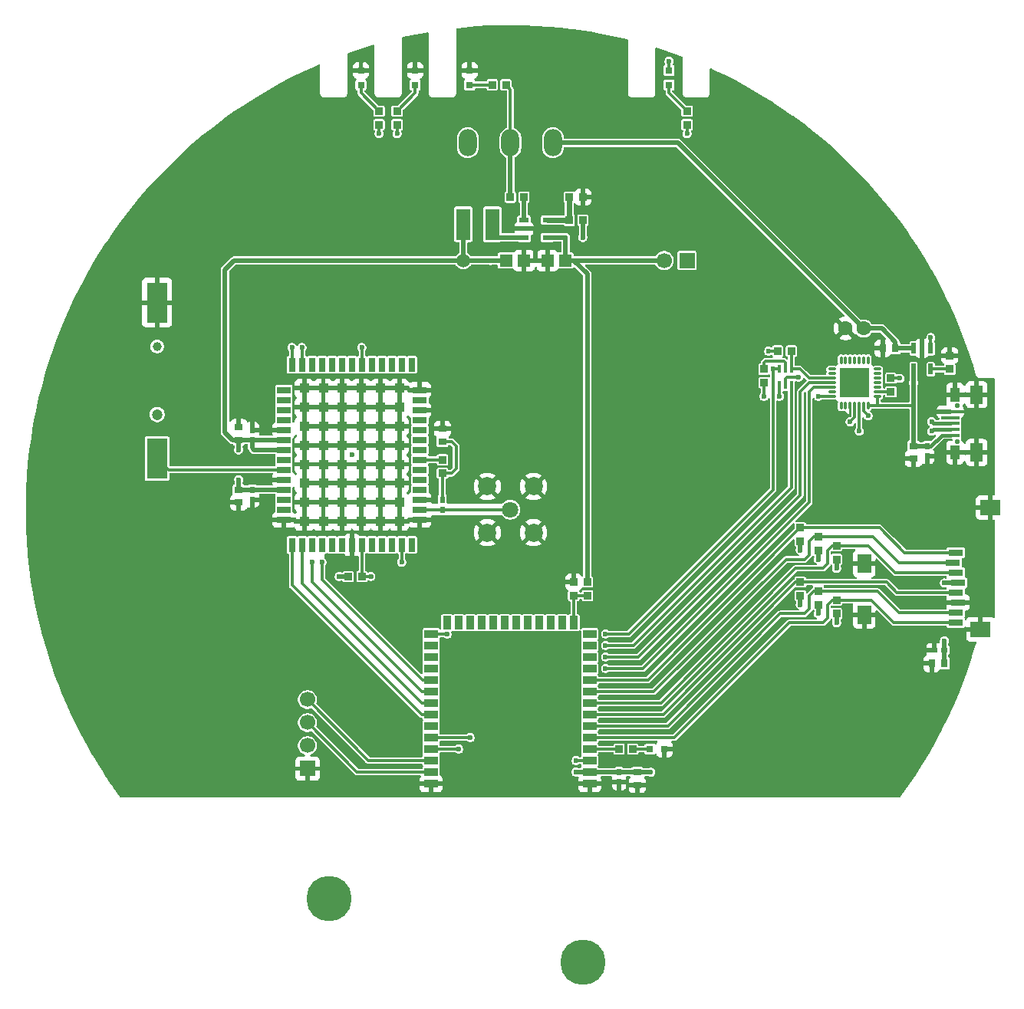
<source format=gbr>
%TF.GenerationSoftware,KiCad,Pcbnew,9.0.6-9.0.6~ubuntu24.04.1*%
%TF.CreationDate,2025-12-17T14:29:43+07:00*%
%TF.ProjectId,esp32s3-gnss-base-station,65737033-3273-4332-9d67-6e73732d6261,0.1*%
%TF.SameCoordinates,Original*%
%TF.FileFunction,Copper,L1,Top*%
%TF.FilePolarity,Positive*%
%FSLAX46Y46*%
G04 Gerber Fmt 4.6, Leading zero omitted, Abs format (unit mm)*
G04 Created by KiCad (PCBNEW 9.0.6-9.0.6~ubuntu24.04.1) date 2025-12-17 14:29:43*
%MOMM*%
%LPD*%
G01*
G04 APERTURE LIST*
%TA.AperFunction,SMDPad,CuDef*%
%ADD10R,1.600000X0.800000*%
%TD*%
%TA.AperFunction,SMDPad,CuDef*%
%ADD11R,2.200000X1.700000*%
%TD*%
%TA.AperFunction,SMDPad,CuDef*%
%ADD12R,1.500000X2.000000*%
%TD*%
%TA.AperFunction,SMDPad,CuDef*%
%ADD13C,1.500000*%
%TD*%
%TA.AperFunction,SMDPad,CuDef*%
%ADD14R,0.860000X0.810000*%
%TD*%
%TA.AperFunction,ComponentPad*%
%ADD15C,1.800000*%
%TD*%
%TA.AperFunction,ComponentPad*%
%ADD16C,2.000000*%
%TD*%
%TA.AperFunction,ComponentPad*%
%ADD17C,5.000000*%
%TD*%
%TA.AperFunction,SMDPad,CuDef*%
%ADD18R,0.900000X0.800000*%
%TD*%
%TA.AperFunction,SMDPad,CuDef*%
%ADD19R,0.800000X0.800000*%
%TD*%
%TA.AperFunction,SMDPad,CuDef*%
%ADD20R,1.410000X1.350000*%
%TD*%
%TA.AperFunction,SMDPad,CuDef*%
%ADD21R,0.810000X0.860000*%
%TD*%
%TA.AperFunction,SMDPad,CuDef*%
%ADD22R,3.200000X3.200000*%
%TD*%
%TA.AperFunction,SMDPad,CuDef*%
%ADD23O,0.900000X0.280000*%
%TD*%
%TA.AperFunction,SMDPad,CuDef*%
%ADD24O,0.280000X0.900000*%
%TD*%
%TA.AperFunction,SMDPad,CuDef*%
%ADD25R,0.540000X0.790000*%
%TD*%
%TA.AperFunction,SMDPad,CuDef*%
%ADD26R,0.790000X0.540000*%
%TD*%
%TA.AperFunction,SMDPad,CuDef*%
%ADD27R,1.100000X1.100000*%
%TD*%
%TA.AperFunction,SMDPad,CuDef*%
%ADD28R,0.800000X1.500000*%
%TD*%
%TA.AperFunction,SMDPad,CuDef*%
%ADD29R,1.500000X0.800000*%
%TD*%
%TA.AperFunction,SMDPad,CuDef*%
%ADD30R,1.600000X3.500000*%
%TD*%
%TA.AperFunction,SMDPad,CuDef*%
%ADD31R,2.300000X4.500000*%
%TD*%
%TA.AperFunction,ComponentPad*%
%ADD32C,1.000000*%
%TD*%
%TA.AperFunction,ComponentPad*%
%ADD33C,1.200000*%
%TD*%
%TA.AperFunction,SMDPad,CuDef*%
%ADD34R,1.100000X0.600000*%
%TD*%
%TA.AperFunction,SMDPad,CuDef*%
%ADD35R,0.400000X0.900000*%
%TD*%
%TA.AperFunction,HeatsinkPad*%
%ADD36C,0.600000*%
%TD*%
%TA.AperFunction,HeatsinkPad*%
%ADD37R,3.900000X3.900000*%
%TD*%
%TA.AperFunction,SMDPad,CuDef*%
%ADD38R,1.500000X0.900000*%
%TD*%
%TA.AperFunction,SMDPad,CuDef*%
%ADD39R,0.900000X1.500000*%
%TD*%
%TA.AperFunction,ComponentPad*%
%ADD40C,1.700000*%
%TD*%
%TA.AperFunction,ComponentPad*%
%ADD41R,1.700000X1.700000*%
%TD*%
%TA.AperFunction,SMDPad,CuDef*%
%ADD42R,0.800000X0.900000*%
%TD*%
%TA.AperFunction,SMDPad,CuDef*%
%ADD43R,1.000000X1.600000*%
%TD*%
%TA.AperFunction,SMDPad,CuDef*%
%ADD44R,1.400000X2.000000*%
%TD*%
%TA.AperFunction,SMDPad,CuDef*%
%ADD45R,2.000000X0.400000*%
%TD*%
%TA.AperFunction,ComponentPad*%
%ADD46C,0.550000*%
%TD*%
%TA.AperFunction,SMDPad,CuDef*%
%ADD47R,0.490000X1.180000*%
%TD*%
%TA.AperFunction,SMDPad,CuDef*%
%ADD48R,0.490000X1.160000*%
%TD*%
%TA.AperFunction,ComponentPad*%
%ADD49O,2.000000X3.000000*%
%TD*%
%TA.AperFunction,ComponentPad*%
%ADD50C,1.600000*%
%TD*%
%TA.AperFunction,ViaPad*%
%ADD51C,0.600000*%
%TD*%
%TA.AperFunction,Conductor*%
%ADD52C,0.500000*%
%TD*%
%TA.AperFunction,Conductor*%
%ADD53C,0.300000*%
%TD*%
%TA.AperFunction,Conductor*%
%ADD54C,0.400000*%
%TD*%
%TA.AperFunction,Conductor*%
%ADD55C,0.342100*%
%TD*%
%TA.AperFunction,Conductor*%
%ADD56C,0.600000*%
%TD*%
G04 APERTURE END LIST*
D10*
%TO.P,SDCard1,1,DAT2*%
%TO.N,SD_IO2*%
X149150000Y-104770000D03*
%TO.P,SDCard1,2,CD/DAT3*%
%TO.N,SD_IO3*%
X148800000Y-105870000D03*
%TO.P,SDCard1,3,CMD*%
%TO.N,SD_CMD*%
X149150000Y-106970000D03*
%TO.P,SDCard1,4,VDD*%
%TO.N,+3V3*%
X149400000Y-108080000D03*
%TO.P,SDCard1,5,CLK*%
%TO.N,SD_CLK*%
X149150000Y-109170000D03*
%TO.P,SDCard1,6,VSS*%
%TO.N,GND*%
X149400000Y-110270000D03*
%TO.P,SDCard1,7,DAT0*%
%TO.N,SD_IO0*%
X149150000Y-111380000D03*
%TO.P,SDCard1,8,DAT1*%
%TO.N,SD_IO1*%
X149150000Y-112470000D03*
D11*
%TO.P,SDCard1,9,SHIELD*%
%TO.N,GND*%
X151900000Y-113220000D03*
%TO.P,SDCard1,10,SHIELD*%
X152950000Y-99780000D03*
D12*
%TO.P,SDCard1,11,SW*%
X139050000Y-111670000D03*
%TO.P,SDCard1,12,SW*%
X139050000Y-105970000D03*
%TD*%
D13*
%TO.P,+3.3,1,1*%
%TO.N,+3V3*%
X94800000Y-72500000D03*
%TD*%
D14*
%TO.P,R15,2*%
%TO.N,SD_CMD*%
X136000000Y-104000000D03*
%TO.P,R15,1*%
%TO.N,+3V3*%
X136000000Y-105500000D03*
%TD*%
D15*
%TO.P,U6,5*%
%TO.N,Net-(U2-RF_IN)*%
X100000000Y-100000000D03*
D16*
%TO.P,U6,4*%
%TO.N,GND*%
X102550000Y-102550000D03*
%TO.P,U6,3*%
X102550000Y-97450000D03*
%TO.P,U6,2*%
X97450000Y-97450000D03*
%TO.P,U6,1*%
X97450000Y-102550000D03*
%TD*%
D17*
%TO.P,H1,1,1*%
%TO.N,GND*%
X80000000Y-57000000D03*
%TD*%
D18*
%TO.P,C4,2*%
%TO.N,GND*%
X114000000Y-130400000D03*
%TO.P,C4,1*%
%TO.N,+3V3*%
X114000000Y-129000000D03*
%TD*%
D19*
%TO.P,LED2,2*%
%TO.N,Net-(LED2-Pad2)*%
X95500000Y-53100000D03*
%TO.P,LED2,1*%
%TO.N,GND*%
X95500000Y-51500000D03*
%TD*%
D17*
%TO.P,H3,1,1*%
%TO.N,GND*%
X138000000Y-95000000D03*
%TD*%
D20*
%TO.P,C6,2*%
%TO.N,GND*%
X104100000Y-72500000D03*
%TO.P,C6,1*%
%TO.N,+BATT*%
X106100000Y-72500000D03*
%TD*%
D18*
%TO.P,C14,2*%
%TO.N,GND*%
X92500000Y-91100000D03*
%TO.P,C14,1*%
%TO.N,Net-(C14-Pad1)*%
X92500000Y-92500000D03*
%TD*%
%TO.P,C2,2*%
%TO.N,GND*%
X144500000Y-94400000D03*
%TO.P,C2,1*%
%TO.N,+5V*%
X144500000Y-93000000D03*
%TD*%
D21*
%TO.P,R3,2*%
%TO.N,Net-(Q1-B1)*%
X129500000Y-82500000D03*
%TO.P,R3,1*%
%TO.N,COM_RTS*%
X131000000Y-82500000D03*
%TD*%
D14*
%TO.P,R8,2*%
%TO.N,BAT_ADC*%
X108500000Y-109500000D03*
%TO.P,R8,1*%
%TO.N,+BATT*%
X108500000Y-108000000D03*
%TD*%
D22*
%TO.P,U3,29,EP*%
%TO.N,GND*%
X138000000Y-86000000D03*
D23*
%TO.P,U3,28,DTR*%
%TO.N,COM_DTR*%
X135500000Y-87500000D03*
%TO.P,U3,27,DSR*%
%TO.N,unconnected-(U3-DSR-Pad27)*%
X135500000Y-87000000D03*
%TO.P,U3,26,TXD*%
%TO.N,COM_TX*%
X135500000Y-86500000D03*
%TO.P,U3,25,RXD*%
%TO.N,COM_RX*%
X135500000Y-86000000D03*
%TO.P,U3,24,RTS*%
%TO.N,COM_RTS*%
X135500000Y-85500000D03*
%TO.P,U3,23,CTS*%
%TO.N,unconnected-(U3-CTS-Pad23)*%
X135500000Y-85000000D03*
%TO.P,U3,22,NC*%
%TO.N,unconnected-(U3-NC-Pad22)*%
X135500000Y-84500000D03*
D24*
%TO.P,U3,21,NC*%
%TO.N,unconnected-(U3-NC-Pad21)*%
X136500000Y-83500000D03*
%TO.P,U3,20,NC*%
%TO.N,unconnected-(U3-NC-Pad20)*%
X137000000Y-83500000D03*
%TO.P,U3,19,NC*%
%TO.N,unconnected-(U3-NC-Pad19)*%
X137500000Y-83500000D03*
%TO.P,U3,18,NC*%
%TO.N,unconnected-(U3-NC-Pad18)*%
X138000000Y-83500000D03*
%TO.P,U3,17,NC*%
%TO.N,unconnected-(U3-NC-Pad17)*%
X138500000Y-83500000D03*
%TO.P,U3,16,NC*%
%TO.N,unconnected-(U3-NC-Pad16)*%
X139000000Y-83500000D03*
%TO.P,U3,15,NC*%
%TO.N,unconnected-(U3-NC-Pad15)*%
X139500000Y-83500000D03*
D23*
%TO.P,U3,14,NC*%
%TO.N,unconnected-(U3-NC-Pad14)*%
X140500000Y-84500000D03*
%TO.P,U3,13,NC*%
%TO.N,unconnected-(U3-NC-Pad13)*%
X140500000Y-85000000D03*
%TO.P,U3,12,SUSPEND*%
%TO.N,unconnected-(U3-SUSPEND-Pad12)*%
X140500000Y-85500000D03*
%TO.P,U3,11,~{SUSPEND}*%
%TO.N,unconnected-(U3-~{SUSPEND}-Pad11)*%
X140500000Y-86000000D03*
%TO.P,U3,10,NC*%
%TO.N,unconnected-(U3-NC-Pad10)*%
X140500000Y-86500000D03*
%TO.P,U3,9,~{RST}*%
%TO.N,Net-(U3-~{RST})*%
X140500000Y-87000000D03*
%TO.P,U3,8,VBUS*%
%TO.N,+5V*%
X140500000Y-87500000D03*
D24*
%TO.P,U3,7,REGIN*%
X139500000Y-88500000D03*
%TO.P,U3,6,VDD*%
%TO.N,Net-(U3-VDD)*%
X139000000Y-88500000D03*
%TO.P,U3,5,D-*%
%TO.N,Net-(U3-D-)*%
X138500000Y-88500000D03*
%TO.P,U3,4,D+*%
%TO.N,Net-(U3-D+)*%
X138000000Y-88500000D03*
%TO.P,U3,3,GND*%
%TO.N,GND*%
X137500000Y-88500000D03*
%TO.P,U3,2,RI*%
%TO.N,unconnected-(U3-RI-Pad2)*%
X137000000Y-88500000D03*
%TO.P,U3,1,DCD*%
%TO.N,unconnected-(U3-DCD-Pad1)*%
X136500000Y-88500000D03*
%TD*%
D25*
%TO.P,C12,2*%
%TO.N,GND*%
X71500000Y-98900000D03*
%TO.P,C12,1*%
%TO.N,+3V3*%
X71500000Y-97800000D03*
%TD*%
D14*
%TO.P,R9,2*%
%TO.N,GND*%
X106985000Y-108000000D03*
%TO.P,R9,1*%
%TO.N,BAT_ADC*%
X106985000Y-109500000D03*
%TD*%
D21*
%TO.P,R22,2*%
%TO.N,Net-(LED5-Pad2)*%
X113500000Y-126450000D03*
%TO.P,R22,1*%
%TO.N,Net-(U1-IO4)*%
X112000000Y-126450000D03*
%TD*%
D19*
%TO.P,LED1,2*%
%TO.N,Net-(LED1-Pad2)*%
X117500000Y-53100000D03*
%TO.P,LED1,1*%
%TO.N,Net-(U4-~{CHRG})*%
X117500000Y-51500000D03*
%TD*%
D21*
%TO.P,R12,2*%
%TO.N,GND*%
X108000000Y-65500000D03*
%TO.P,R12,1*%
%TO.N,Net-(U5-FB)*%
X106500000Y-65500000D03*
%TD*%
D20*
%TO.P,C7,2*%
%TO.N,GND*%
X101500000Y-72500000D03*
%TO.P,C7,1*%
%TO.N,+3V3*%
X99500000Y-72500000D03*
%TD*%
D26*
%TO.P,C8,2*%
%TO.N,GND*%
X146800000Y-115500000D03*
%TO.P,C8,1*%
%TO.N,+3V3*%
X147900000Y-115500000D03*
%TD*%
D14*
%TO.P,R6,2*%
%TO.N,Net-(LED1-Pad2)*%
X119500000Y-56000000D03*
%TO.P,R6,1*%
%TO.N,+5V*%
X119500000Y-57500000D03*
%TD*%
%TO.P,R19,2*%
%TO.N,Net-(C14-Pad1)*%
X92500000Y-96000000D03*
%TO.P,R19,1*%
%TO.N,Net-(U2-VCC_RF)*%
X92500000Y-94500000D03*
%TD*%
%TO.P,R16,2*%
%TO.N,SD_CLK*%
X132000000Y-108000000D03*
%TO.P,R16,1*%
%TO.N,+3V3*%
X132000000Y-109500000D03*
%TD*%
D25*
%TO.P,C3,2*%
%TO.N,GND*%
X112000000Y-130100000D03*
%TO.P,C3,1*%
%TO.N,+3V3*%
X112000000Y-129000000D03*
%TD*%
D27*
%TO.P,U2,55,GND*%
%TO.N,GND*%
X77250000Y-86600000D03*
X77250000Y-88700000D03*
X77250000Y-90800000D03*
X77250000Y-92900000D03*
X77250000Y-95000000D03*
X77250000Y-97100000D03*
X77250000Y-99200000D03*
X77250000Y-101300000D03*
X79350000Y-86600000D03*
X79350000Y-88700000D03*
X79350000Y-90800000D03*
X79350000Y-92900000D03*
X79350000Y-95000000D03*
X79350000Y-97100000D03*
X79350000Y-99200000D03*
X79350000Y-101300000D03*
X81450000Y-86600000D03*
X81450000Y-88700000D03*
X81450000Y-90800000D03*
X81450000Y-92900000D03*
X81450000Y-95000000D03*
X81450000Y-97100000D03*
X81450000Y-99200000D03*
X81450000Y-101300000D03*
X83550000Y-86600000D03*
X83550000Y-88700000D03*
X83550000Y-90800000D03*
X83550000Y-92900000D03*
X83550000Y-95000000D03*
X83550000Y-97100000D03*
X83550000Y-99200000D03*
X83550000Y-101300000D03*
X85650000Y-86600000D03*
X85650000Y-88700000D03*
X85650000Y-90800000D03*
X85650000Y-92900000D03*
X85650000Y-95000000D03*
X85650000Y-97100000D03*
X85650000Y-99200000D03*
X85650000Y-101300000D03*
X87750000Y-86600000D03*
X87750000Y-88700000D03*
X87750000Y-90800000D03*
X87750000Y-92900000D03*
X87750000Y-95000000D03*
X87750000Y-97100000D03*
X87750000Y-99200000D03*
X87750000Y-101300000D03*
D28*
%TO.P,U2,54,Reserved*%
%TO.N,unconnected-(U2-Reserved-Pad54)*%
X89100000Y-103900000D03*
%TO.P,U2,53,TIMEPULSE*%
%TO.N,Net-(U2-TIMEPULSE)*%
X88000000Y-103900000D03*
%TO.P,U2,52,Reserved*%
%TO.N,unconnected-(U2-Reserved-Pad52)*%
X86900000Y-103900000D03*
%TO.P,U2,51,EXTINT*%
%TO.N,unconnected-(U2-EXTINT-Pad51)*%
X85800000Y-103900000D03*
%TO.P,U2,50,~{SAFEBOOT}*%
%TO.N,unconnected-(U2-~{SAFEBOOT}-Pad50)*%
X84700000Y-103900000D03*
%TO.P,U2,49,~{RESET}*%
%TO.N,ENABLE*%
X83600000Y-103900000D03*
%TO.P,U2,48,GND*%
%TO.N,GND*%
X82500000Y-103900000D03*
%TO.P,U2,47,D_SEL*%
%TO.N,unconnected-(U2-D_SEL-Pad47)*%
X81400000Y-103900000D03*
%TO.P,U2,46,TX_READY*%
%TO.N,unconnected-(U2-TX_READY-Pad46)*%
X80300000Y-103900000D03*
%TO.P,U2,45,SCL/SPI_CLK*%
%TO.N,unconnected-(U2-SCL{slash}SPI_CLK-Pad45)*%
X79200000Y-103900000D03*
%TO.P,U2,44,SDA/~{SPI_CS}*%
%TO.N,unconnected-(U2-SDA{slash}~{SPI_CS}-Pad44)*%
X78100000Y-103900000D03*
%TO.P,U2,43,RXD/SPI_MOSI*%
%TO.N,CFG_IN*%
X77000000Y-103900000D03*
%TO.P,U2,42,TXD/SPI_MISO*%
%TO.N,GGA_OUT*%
X75900000Y-103900000D03*
D29*
%TO.P,U2,41,GND*%
%TO.N,GND*%
X75000000Y-101100000D03*
%TO.P,U2,40,USB_DP*%
%TO.N,unconnected-(U2-USB_DP-Pad40)*%
X75000000Y-100000000D03*
%TO.P,U2,39,USB_DM*%
%TO.N,unconnected-(U2-USB_DM-Pad39)*%
X75000000Y-98900000D03*
%TO.P,U2,38,V_USB*%
%TO.N,+3V3*%
X75000000Y-97800000D03*
%TO.P,U2,37,GND*%
%TO.N,GND*%
X75000000Y-96700000D03*
%TO.P,U2,36,V_BCKP*%
%TO.N,Net-(U2-V_BCKP)*%
X75000000Y-95600000D03*
%TO.P,U2,35,Reserved*%
%TO.N,unconnected-(U2-Reserved-Pad35)*%
X75000000Y-94500000D03*
%TO.P,U2,34,VCC*%
%TO.N,+3V3*%
X75000000Y-93400000D03*
%TO.P,U2,33,VCC*%
X75000000Y-92300000D03*
%TO.P,U2,32,GND*%
%TO.N,GND*%
X75000000Y-91200000D03*
%TO.P,U2,31,Reserved*%
%TO.N,unconnected-(U2-Reserved-Pad31)*%
X75000000Y-90100000D03*
%TO.P,U2,30,Reserved*%
%TO.N,unconnected-(U2-Reserved-Pad30)*%
X75000000Y-89000000D03*
%TO.P,U2,29,Reserved*%
%TO.N,unconnected-(U2-Reserved-Pad29)*%
X75000000Y-87900000D03*
%TO.P,U2,28,Reserved*%
%TO.N,unconnected-(U2-Reserved-Pad28)*%
X75000000Y-86800000D03*
D28*
%TO.P,U2,27,TXD2*%
%TO.N,RTCM_OUT*%
X75900000Y-84000000D03*
%TO.P,U2,26,RXD2*%
%TO.N,RTCM_IN*%
X77000000Y-84000000D03*
%TO.P,U2,25,Reserved*%
%TO.N,unconnected-(U2-Reserved-Pad25)*%
X78100000Y-84000000D03*
%TO.P,U2,24,Reserved*%
%TO.N,unconnected-(U2-Reserved-Pad24)*%
X79200000Y-84000000D03*
%TO.P,U2,23,Reserved*%
%TO.N,unconnected-(U2-Reserved-Pad23)*%
X80300000Y-84000000D03*
%TO.P,U2,22,Reserved*%
%TO.N,unconnected-(U2-Reserved-Pad22)*%
X81400000Y-84000000D03*
%TO.P,U2,21,Reserved*%
%TO.N,unconnected-(U2-Reserved-Pad21)*%
X82500000Y-84000000D03*
%TO.P,U2,20,RTK_STAT*%
%TO.N,Net-(U2-RTK_STAT)*%
X83600000Y-84000000D03*
%TO.P,U2,19,GEOFENCE_STAT*%
%TO.N,unconnected-(U2-GEOFENCE_STAT-Pad19)*%
X84700000Y-84000000D03*
%TO.P,U2,18,Reserved*%
%TO.N,unconnected-(U2-Reserved-Pad18)*%
X85800000Y-84000000D03*
%TO.P,U2,17,Reserved*%
%TO.N,unconnected-(U2-Reserved-Pad17)*%
X86900000Y-84000000D03*
%TO.P,U2,16,Reserved*%
%TO.N,unconnected-(U2-Reserved-Pad16)*%
X88000000Y-84000000D03*
%TO.P,U2,15,Reserved*%
%TO.N,unconnected-(U2-Reserved-Pad15)*%
X89100000Y-84000000D03*
D29*
%TO.P,U2,14,GND*%
%TO.N,GND*%
X90000000Y-86800000D03*
%TO.P,U2,13,Reserved*%
%TO.N,unconnected-(U2-Reserved-Pad13)*%
X90000000Y-87900000D03*
%TO.P,U2,12,GND*%
%TO.N,GND*%
X90000000Y-89000000D03*
%TO.P,U2,11,Reserved*%
%TO.N,unconnected-(U2-Reserved-Pad11)*%
X90000000Y-90100000D03*
%TO.P,U2,10,Reserved*%
%TO.N,unconnected-(U2-Reserved-Pad10)*%
X90000000Y-91200000D03*
%TO.P,U2,9,Reserved*%
%TO.N,unconnected-(U2-Reserved-Pad9)*%
X90000000Y-92300000D03*
%TO.P,U2,8,Reserved*%
%TO.N,unconnected-(U2-Reserved-Pad8)*%
X90000000Y-93400000D03*
%TO.P,U2,7,VCC_RF*%
%TO.N,Net-(U2-VCC_RF)*%
X90000000Y-94500000D03*
%TO.P,U2,6,~{ANT_SHORT}*%
%TO.N,unconnected-(U2-~{ANT_SHORT}-Pad6)*%
X90000000Y-95600000D03*
%TO.P,U2,5,ANT_OFF*%
%TO.N,unconnected-(U2-ANT_OFF-Pad5)*%
X90000000Y-96700000D03*
%TO.P,U2,4,ANT_DETECT*%
%TO.N,unconnected-(U2-ANT_DETECT-Pad4)*%
X90000000Y-97800000D03*
%TO.P,U2,3,GND*%
%TO.N,GND*%
X90000000Y-98900000D03*
%TO.P,U2,2,RF_IN*%
%TO.N,Net-(U2-RF_IN)*%
X90000000Y-100000000D03*
%TO.P,U2,1,GND*%
%TO.N,GND*%
X90000000Y-101100000D03*
%TD*%
D14*
%TO.P,R21,2*%
%TO.N,Net-(LED4-Pad2)*%
X87500000Y-56000000D03*
%TO.P,R21,1*%
%TO.N,Net-(U2-TIMEPULSE)*%
X87500000Y-57500000D03*
%TD*%
D19*
%TO.P,LED3,2*%
%TO.N,Net-(LED3-Pad2)*%
X83500000Y-53100000D03*
%TO.P,LED3,1*%
%TO.N,GND*%
X83500000Y-51500000D03*
%TD*%
D14*
%TO.P,R5,2*%
%TO.N,GND*%
X148500000Y-83000000D03*
%TO.P,R5,1*%
%TO.N,Net-(U4-PROG)*%
X148500000Y-84500000D03*
%TD*%
D30*
%TO.P,L1,2*%
%TO.N,+3V3*%
X94800000Y-68500000D03*
%TO.P,L1,1*%
%TO.N,Net-(U5-LX)*%
X98000000Y-68500000D03*
%TD*%
D14*
%TO.P,R17,2*%
%TO.N,SD_IO0*%
X134000000Y-109000000D03*
%TO.P,R17,1*%
%TO.N,+3V3*%
X134000000Y-110500000D03*
%TD*%
D21*
%TO.P,R10,2*%
%TO.N,Net-(U5-EN)*%
X101500000Y-65500000D03*
%TO.P,R10,1*%
%TO.N,+BATT*%
X100000000Y-65500000D03*
%TD*%
%TO.P,R4,2*%
%TO.N,ENABLE*%
X83600000Y-107400000D03*
%TO.P,R4,1*%
%TO.N,+3V3*%
X82100000Y-107400000D03*
%TD*%
D31*
%TO.P,B1,2*%
%TO.N,GND*%
X61000000Y-77150000D03*
%TO.P,B1,1*%
%TO.N,Net-(U2-V_BCKP)*%
X61000000Y-94350000D03*
D32*
%TO.P,B1,*%
%TO.N,*%
X61000000Y-82000000D03*
D33*
X61000000Y-89500000D03*
%TD*%
D21*
%TO.P,R11,2*%
%TO.N,Net-(U5-FB)*%
X106500000Y-68050000D03*
%TO.P,R11,1*%
%TO.N,+3V3*%
X108000000Y-68050000D03*
%TD*%
D14*
%TO.P,R13,2*%
%TO.N,SD_IO2*%
X132000000Y-102000000D03*
%TO.P,R13,1*%
%TO.N,+3V3*%
X132000000Y-103500000D03*
%TD*%
%TO.P,R20,2*%
%TO.N,Net-(LED3-Pad2)*%
X85500000Y-56000000D03*
%TO.P,R20,1*%
%TO.N,Net-(U2-RTK_STAT)*%
X85500000Y-57500000D03*
%TD*%
D17*
%TO.P,H6,1,1*%
%TO.N,GND*%
X54000000Y-100000000D03*
%TD*%
D14*
%TO.P,R1,2*%
%TO.N,Net-(U3-~{RST})*%
X142000000Y-87000000D03*
%TO.P,R1,1*%
%TO.N,Net-(U3-VDD)*%
X142000000Y-85500000D03*
%TD*%
D21*
%TO.P,R7,2*%
%TO.N,Net-(LED2-Pad2)*%
X98000000Y-53100000D03*
%TO.P,R7,1*%
%TO.N,+BATT*%
X99500000Y-53100000D03*
%TD*%
D18*
%TO.P,C11,2*%
%TO.N,GND*%
X70000000Y-90900000D03*
%TO.P,C11,1*%
%TO.N,+3V3*%
X70000000Y-92300000D03*
%TD*%
%TO.P,C13,2*%
%TO.N,GND*%
X70000000Y-99200000D03*
%TO.P,C13,1*%
%TO.N,+3V3*%
X70000000Y-97800000D03*
%TD*%
D34*
%TO.P,U5,5,FB*%
%TO.N,Net-(U5-FB)*%
X104100000Y-68050000D03*
%TO.P,U5,4,IN*%
%TO.N,+BATT*%
X104100000Y-69950000D03*
%TO.P,U5,3,LX*%
%TO.N,Net-(U5-LX)*%
X101500000Y-69950000D03*
%TO.P,U5,2,GND*%
%TO.N,GND*%
X101500000Y-69000000D03*
%TO.P,U5,1,EN*%
%TO.N,Net-(U5-EN)*%
X101500000Y-68050000D03*
%TD*%
D19*
%TO.P,LED4,2*%
%TO.N,Net-(LED4-Pad2)*%
X89500000Y-53100000D03*
%TO.P,LED4,1*%
%TO.N,GND*%
X89500000Y-51500000D03*
%TD*%
D35*
%TO.P,Q1,6,C2*%
%TO.N,ENABLE*%
X131000000Y-86250000D03*
%TO.P,Q1,5,B1*%
%TO.N,Net-(Q1-B1)*%
X130350000Y-86250000D03*
%TO.P,Q1,4,E1*%
%TO.N,COM_DTR*%
X129700000Y-86250000D03*
%TO.P,Q1,3,C1*%
%TO.N,BOOT*%
X129700000Y-84450000D03*
%TO.P,Q1,2,B2*%
%TO.N,Net-(Q1-B2)*%
X130350000Y-84450000D03*
%TO.P,Q1,1,E2*%
%TO.N,COM_RTS*%
X131000000Y-84450000D03*
%TD*%
D36*
%TO.P,U1,41,GND*%
%TO.N,GND*%
X100500000Y-121500000D03*
X100500000Y-123500000D03*
X101500000Y-122500000D03*
D37*
X101500000Y-122540000D03*
D36*
X102500000Y-121500000D03*
X102500000Y-123500000D03*
D38*
%TO.P,U1,40,GND*%
X91250000Y-130260000D03*
%TO.P,U1,39,IO1*%
%TO.N,SCL*%
X91250000Y-128990000D03*
%TO.P,U1,38,IO2*%
%TO.N,SDA*%
X91250000Y-127720000D03*
%TO.P,U1,37,TXD0*%
%TO.N,COM_RX*%
X91250000Y-126450000D03*
%TO.P,U1,36,RXD0*%
%TO.N,COM_TX*%
X91250000Y-125180000D03*
%TO.P,U1,35,IO42*%
%TO.N,unconnected-(U1-IO42-Pad35)*%
X91250000Y-123910000D03*
%TO.P,U1,34,IO41*%
%TO.N,GGA_OUT*%
X91250000Y-122640000D03*
%TO.P,U1,33,IO40*%
%TO.N,CFG_IN*%
X91250000Y-121370000D03*
%TO.P,U1,32,IO39*%
%TO.N,RTCM_OUT*%
X91250000Y-120100000D03*
%TO.P,U1,31,IO38*%
%TO.N,RTCM_IN*%
X91250000Y-118830000D03*
%TO.P,U1,30,IO37*%
%TO.N,unconnected-(U1-IO37-Pad30)*%
X91250000Y-117560000D03*
%TO.P,U1,29,IO36*%
%TO.N,unconnected-(U1-IO36-Pad29)*%
X91250000Y-116290000D03*
%TO.P,U1,28,IO35*%
%TO.N,unconnected-(U1-IO35-Pad28)*%
X91250000Y-115020000D03*
%TO.P,U1,27,IO0*%
%TO.N,BOOT*%
X91250000Y-113750000D03*
D39*
%TO.P,U1,26,IO45*%
%TO.N,unconnected-(U1-IO45-Pad26)*%
X93015000Y-112500000D03*
%TO.P,U1,25,IO48*%
%TO.N,unconnected-(U1-IO48-Pad25)*%
X94285000Y-112500000D03*
%TO.P,U1,24,IO47*%
%TO.N,unconnected-(U1-IO47-Pad24)*%
X95555000Y-112500000D03*
%TO.P,U1,23,IO21*%
%TO.N,unconnected-(U1-IO21-Pad23)*%
X96825000Y-112500000D03*
%TO.P,U1,22,IO14*%
%TO.N,unconnected-(U1-IO14-Pad22)*%
X98095000Y-112500000D03*
%TO.P,U1,21,IO13*%
%TO.N,unconnected-(U1-IO13-Pad21)*%
X99365000Y-112500000D03*
%TO.P,U1,20,IO12*%
%TO.N,unconnected-(U1-IO12-Pad20)*%
X100635000Y-112500000D03*
%TO.P,U1,19,IO11*%
%TO.N,unconnected-(U1-IO11-Pad19)*%
X101905000Y-112500000D03*
%TO.P,U1,18,IO10*%
%TO.N,unconnected-(U1-IO10-Pad18)*%
X103175000Y-112500000D03*
%TO.P,U1,17,IO9*%
%TO.N,unconnected-(U1-IO9-Pad17)*%
X104445000Y-112500000D03*
%TO.P,U1,16,IO46*%
%TO.N,unconnected-(U1-IO46-Pad16)*%
X105715000Y-112500000D03*
%TO.P,U1,15,IO3*%
%TO.N,BAT_ADC*%
X106985000Y-112500000D03*
D38*
%TO.P,U1,14,USB_D+*%
%TO.N,unconnected-(U1-USB_D+-Pad14)*%
X108750000Y-113750000D03*
%TO.P,U1,13,USB_D-*%
%TO.N,unconnected-(U1-USB_D--Pad13)*%
X108750000Y-115020000D03*
%TO.P,U1,12,IO8*%
%TO.N,unconnected-(U1-IO8-Pad12)*%
X108750000Y-116290000D03*
%TO.P,U1,11,IO18*%
%TO.N,unconnected-(U1-IO18-Pad11)*%
X108750000Y-117560000D03*
%TO.P,U1,10,IO17*%
%TO.N,SD_IO2*%
X108750000Y-118830000D03*
%TO.P,U1,9,IO16*%
%TO.N,SD_IO3*%
X108750000Y-120100000D03*
%TO.P,U1,8,IO15*%
%TO.N,SD_CMD*%
X108750000Y-121370000D03*
%TO.P,U1,7,IO7*%
%TO.N,SD_CLK*%
X108750000Y-122640000D03*
%TO.P,U1,6,IO6*%
%TO.N,SD_IO0*%
X108750000Y-123910000D03*
%TO.P,U1,5,IO5*%
%TO.N,SD_IO1*%
X108750000Y-125180000D03*
%TO.P,U1,4,IO4*%
%TO.N,Net-(U1-IO4)*%
X108750000Y-126450000D03*
%TO.P,U1,3,EN*%
%TO.N,ENABLE*%
X108750000Y-127720000D03*
%TO.P,U1,2,3V3*%
%TO.N,+3V3*%
X108750000Y-128990000D03*
%TO.P,U1,1,GND*%
%TO.N,GND*%
X108750000Y-130260000D03*
%TD*%
D40*
%TO.P,J1,2,Pin_2*%
%TO.N,+BATT*%
X116960000Y-72500000D03*
D41*
%TO.P,J1,1,Pin_1*%
%TO.N,+5V*%
X119500000Y-72500000D03*
%TD*%
D17*
%TO.P,H2,1,1*%
%TO.N,GND*%
X108000000Y-50000000D03*
%TD*%
D25*
%TO.P,C10,2*%
%TO.N,GND*%
X71500000Y-91200000D03*
%TO.P,C10,1*%
%TO.N,+3V3*%
X71500000Y-92300000D03*
%TD*%
D40*
%TO.P,J2,4,Pin_4*%
%TO.N,SDA*%
X77600000Y-120990000D03*
%TO.P,J2,3,Pin_3*%
%TO.N,SCL*%
X77600000Y-123530000D03*
%TO.P,J2,2,Pin_2*%
%TO.N,+3V3*%
X77600000Y-126070000D03*
D41*
%TO.P,J2,1,Pin_1*%
%TO.N,GND*%
X77600000Y-128610000D03*
%TD*%
D19*
%TO.P,LED5,2*%
%TO.N,Net-(LED5-Pad2)*%
X115400000Y-126450000D03*
%TO.P,LED5,1*%
%TO.N,GND*%
X117000000Y-126450000D03*
%TD*%
D25*
%TO.P,C1,2*%
%TO.N,GND*%
X146000000Y-94100000D03*
%TO.P,C1,1*%
%TO.N,+5V*%
X146000000Y-93000000D03*
%TD*%
D42*
%TO.P,C9,2*%
%TO.N,GND*%
X146500000Y-117000000D03*
%TO.P,C9,1*%
%TO.N,+3V3*%
X147900000Y-117000000D03*
%TD*%
D17*
%TO.P,H5,1,1*%
%TO.N,GND*%
X80000000Y-143000000D03*
%TD*%
D14*
%TO.P,R2,2*%
%TO.N,Net-(Q1-B2)*%
X128000000Y-84500000D03*
%TO.P,R2,1*%
%TO.N,COM_DTR*%
X128000000Y-86000000D03*
%TD*%
D25*
%TO.P,L2,2,2*%
%TO.N,Net-(U2-RF_IN)*%
X92500000Y-100000000D03*
%TO.P,L2,1,1*%
%TO.N,Net-(C14-Pad1)*%
X92500000Y-98900000D03*
%TD*%
D42*
%TO.P,C5,2*%
%TO.N,GND*%
X141100000Y-82200000D03*
%TO.P,C5,1*%
%TO.N,Net-(U4-BAT)*%
X142500000Y-82200000D03*
%TD*%
D43*
%TO.P,USB1,9,SH4*%
%TO.N,GND*%
X149100000Y-87300000D03*
D44*
%TO.P,USB1,8,SH3*%
X151450000Y-87300000D03*
%TO.P,USB1,7,SH2*%
X151450000Y-93700000D03*
D43*
%TO.P,USB1,6,SH1*%
X149100000Y-93700000D03*
D45*
%TO.P,USB1,5,GND*%
X148550000Y-89200000D03*
%TO.P,USB1,4,ID*%
%TO.N,unconnected-(USB1-ID-Pad4)*%
X148550000Y-89850000D03*
%TO.P,USB1,3,D+*%
%TO.N,Net-(U3-D+)*%
X148550000Y-90500000D03*
%TO.P,USB1,2,D-*%
%TO.N,Net-(U3-D-)*%
X148550000Y-91150000D03*
%TO.P,USB1,1,VBUS*%
%TO.N,+5V*%
X148550000Y-91800000D03*
D46*
%TO.P,USB1,*%
%TO.N,*%
X149300000Y-88500000D03*
X149300000Y-92500000D03*
%TD*%
D14*
%TO.P,R14,2*%
%TO.N,SD_IO3*%
X134000000Y-103000000D03*
%TO.P,R14,1*%
%TO.N,+3V3*%
X134000000Y-104500000D03*
%TD*%
D17*
%TO.P,H4,1,1*%
%TO.N,GND*%
X108000000Y-150000000D03*
%TD*%
D47*
%TO.P,U4,5,PROG*%
%TO.N,Net-(U4-PROG)*%
X146400000Y-84500000D03*
%TO.P,U4,4,VCC*%
%TO.N,+5V*%
X144500000Y-84500000D03*
D48*
%TO.P,U4,3,BAT*%
%TO.N,Net-(U4-BAT)*%
X144500000Y-82200000D03*
%TO.P,U4,2,GND*%
%TO.N,GND*%
X145450000Y-82200000D03*
%TO.P,U4,1,~{CHRG}*%
%TO.N,Net-(U4-~{CHRG})*%
X146400000Y-82200000D03*
%TD*%
D14*
%TO.P,R18,2*%
%TO.N,SD_IO1*%
X136000000Y-110000000D03*
%TO.P,R18,1*%
%TO.N,+3V3*%
X136000000Y-111500000D03*
%TD*%
D49*
%TO.P,SW1,3,3*%
%TO.N,unconnected-(SW1-Pad3)*%
X95300000Y-59500000D03*
%TO.P,SW1,2,2*%
%TO.N,+BATT*%
X100000000Y-59500000D03*
%TO.P,SW1,1,1*%
%TO.N,Net-(U4-BAT)*%
X104700000Y-59500000D03*
%TD*%
D50*
%TO.P,CN1,2,2*%
%TO.N,GND*%
X137000000Y-80000000D03*
%TO.P,CN1,1,1*%
%TO.N,Net-(U4-BAT)*%
X139000000Y-80000000D03*
%TD*%
D51*
%TO.N,GND*%
X91500000Y-101000000D03*
X77250000Y-86600000D03*
X92500000Y-90000000D03*
X95500000Y-50500000D03*
X79350000Y-97100000D03*
X130050000Y-112250000D03*
X96500000Y-99000000D03*
X96500000Y-101000000D03*
X85650000Y-90800000D03*
X146500000Y-89200000D03*
X83500000Y-50500000D03*
X101000000Y-101000000D03*
X101000000Y-99000000D03*
X94000000Y-101000000D03*
X87750000Y-86600000D03*
X146720000Y-110270000D03*
X79350000Y-90800000D03*
X99000000Y-99000000D03*
X131000000Y-104500000D03*
X131000000Y-110500000D03*
X85650000Y-97100000D03*
X82500000Y-93950000D03*
X138000000Y-86000000D03*
X87750000Y-101300000D03*
X89500000Y-50500000D03*
X130700000Y-106250000D03*
X91500000Y-99000000D03*
X77250000Y-101300000D03*
X99000000Y-101000000D03*
X94000000Y-99000000D03*
%TO.N,+5V*%
X119500000Y-58500000D03*
X144500000Y-86000000D03*
%TO.N,+3V3*%
X115500000Y-129000000D03*
X132000000Y-104500000D03*
X70000000Y-96700000D03*
X147900000Y-108100000D03*
X107250000Y-128990000D03*
X108000000Y-69950000D03*
X70000000Y-93400000D03*
X136000000Y-106500000D03*
X147900000Y-114500000D03*
X134000000Y-111500000D03*
X97800000Y-72500000D03*
X81100000Y-107400000D03*
X132000000Y-110500000D03*
X134000000Y-105500000D03*
X136000000Y-112500000D03*
%TO.N,+BATT*%
X106100000Y-69950000D03*
%TO.N,Net-(U4-~{CHRG})*%
X146400000Y-81000000D03*
X117500000Y-50500000D03*
%TO.N,BOOT*%
X110500000Y-113750000D03*
X93015000Y-113750000D03*
X129000000Y-84500000D03*
%TO.N,COM_DTR*%
X128000000Y-87500000D03*
X134000000Y-87500000D03*
X129700000Y-87500000D03*
%TO.N,Net-(Q1-B1)*%
X131820000Y-85360000D03*
X128500000Y-82500000D03*
%TO.N,ENABLE*%
X84600000Y-107400000D03*
X110500000Y-115020000D03*
X107250000Y-127720000D03*
%TO.N,Net-(U3-VDD)*%
X139500000Y-89650000D03*
X143000000Y-85500000D03*
%TO.N,Net-(U2-RTK_STAT)*%
X85500000Y-58500000D03*
X83600000Y-82100000D03*
%TO.N,Net-(U2-TIMEPULSE)*%
X88000000Y-105800000D03*
X87500000Y-58500000D03*
%TO.N,COM_RX*%
X110500000Y-116290000D03*
X94285000Y-126450000D03*
%TO.N,COM_TX*%
X95555000Y-125180000D03*
X110500000Y-117560000D03*
%TO.N,RTCM_OUT*%
X78100000Y-105800000D03*
X75900000Y-82100000D03*
%TO.N,RTCM_IN*%
X79200000Y-105800000D03*
X77000000Y-82100000D03*
%TO.N,Net-(U3-D+)*%
X137500000Y-90300000D03*
X146500000Y-90300000D03*
%TO.N,Net-(U3-D-)*%
X138500000Y-91350000D03*
X146500000Y-91350000D03*
%TD*%
D52*
%TO.N,GND*%
X104100000Y-72500000D02*
X102800000Y-72500000D01*
X101500000Y-69000000D02*
X102800000Y-69000000D01*
X102800000Y-72500000D02*
X101500000Y-72500000D01*
D53*
X89500000Y-51500000D02*
X89500000Y-50500000D01*
X95500000Y-51500000D02*
X95500000Y-50500000D01*
D52*
X146500000Y-89200000D02*
X148550000Y-89200000D01*
X102800000Y-69000000D02*
X102800000Y-72500000D01*
D53*
X92500000Y-91100000D02*
X92500000Y-90000000D01*
X83500000Y-51500000D02*
X83500000Y-50500000D01*
%TO.N,Net-(U2-V_BCKP)*%
X62250000Y-95600000D02*
X61000000Y-94350000D01*
X75000000Y-95600000D02*
X62250000Y-95600000D01*
%TO.N,+5V*%
X140500000Y-87500000D02*
X140500000Y-88500000D01*
X119500000Y-57500000D02*
X119500000Y-58500000D01*
D52*
X144500000Y-88500000D02*
X144500000Y-86000000D01*
D54*
X146400000Y-93000000D02*
X146000000Y-93000000D01*
D53*
X140500000Y-88500000D02*
X144500000Y-88500000D01*
D54*
X148550000Y-91800000D02*
X147600000Y-91800000D01*
D52*
X146000000Y-93000000D02*
X144500000Y-93000000D01*
X144500000Y-93000000D02*
X144500000Y-88500000D01*
D54*
X147600000Y-91800000D02*
X146400000Y-93000000D01*
D52*
X144500000Y-86000000D02*
X144500000Y-84500000D01*
D53*
X139500000Y-88500000D02*
X140500000Y-88500000D01*
D52*
%TO.N,+3V3*%
X147900000Y-115500000D02*
X147900000Y-114500000D01*
X71500000Y-97800000D02*
X70000000Y-97800000D01*
X71700000Y-93400000D02*
X71500000Y-93200000D01*
X71500000Y-93200000D02*
X71500000Y-92300000D01*
X108750000Y-128990000D02*
X111990000Y-128990000D01*
X136000000Y-111500000D02*
X136000000Y-112500000D01*
X136000000Y-105500000D02*
X136000000Y-106500000D01*
X69500000Y-72500000D02*
X68500000Y-73500000D01*
X134000000Y-110500000D02*
X134000000Y-111500000D01*
X111990000Y-128990000D02*
X112000000Y-129000000D01*
X75000000Y-92300000D02*
X71500000Y-92300000D01*
X69300000Y-92300000D02*
X70000000Y-92300000D01*
X134000000Y-104500000D02*
X134000000Y-105500000D01*
X75000000Y-93400000D02*
X71700000Y-93400000D01*
X68500000Y-73500000D02*
X68500000Y-91500000D01*
X132000000Y-109500000D02*
X132000000Y-110500000D01*
X115500000Y-129000000D02*
X114000000Y-129000000D01*
X81100000Y-107400000D02*
X82100000Y-107400000D01*
X97800000Y-72500000D02*
X94800000Y-72500000D01*
X108000000Y-68050000D02*
X108000000Y-69950000D01*
X108750000Y-128990000D02*
X107250000Y-128990000D01*
X149400000Y-108080000D02*
X147920000Y-108080000D01*
X94800000Y-68500000D02*
X94800000Y-72500000D01*
X147900000Y-115500000D02*
X147900000Y-117000000D01*
X112000000Y-129000000D02*
X114000000Y-129000000D01*
X70000000Y-96700000D02*
X70000000Y-97800000D01*
X68500000Y-91500000D02*
X69300000Y-92300000D01*
X70000000Y-92300000D02*
X70000000Y-93400000D01*
X99500000Y-72500000D02*
X97800000Y-72500000D01*
X71500000Y-92300000D02*
X70000000Y-92300000D01*
X147920000Y-108080000D02*
X147900000Y-108100000D01*
X94800000Y-72500000D02*
X69500000Y-72500000D01*
X75000000Y-97800000D02*
X71500000Y-97800000D01*
X132000000Y-103500000D02*
X132000000Y-104500000D01*
%TO.N,Net-(U4-BAT)*%
X139000000Y-80000000D02*
X118500000Y-59500000D01*
X142500000Y-82200000D02*
X144500000Y-82200000D01*
X118500000Y-59500000D02*
X104700000Y-59500000D01*
X142500000Y-81500000D02*
X141000000Y-80000000D01*
X142500000Y-82200000D02*
X142500000Y-81500000D01*
X141000000Y-80000000D02*
X139000000Y-80000000D01*
D53*
%TO.N,+BATT*%
X100000000Y-59500000D02*
X100000000Y-53600000D01*
D52*
X107000000Y-72500000D02*
X106100000Y-72500000D01*
X106100000Y-69950000D02*
X104100000Y-69950000D01*
X100000000Y-59500000D02*
X100000000Y-65500000D01*
D53*
X100000000Y-53600000D02*
X99500000Y-53100000D01*
D52*
X106100000Y-72500000D02*
X106100000Y-69950000D01*
X108500000Y-74000000D02*
X107000000Y-72500000D01*
X108500000Y-108000000D02*
X108500000Y-74000000D01*
X116960000Y-72500000D02*
X106100000Y-72500000D01*
D55*
%TO.N,Net-(C14-Pad1)*%
X93500000Y-92500000D02*
X92500000Y-92500000D01*
X94000000Y-95500000D02*
X94000000Y-93000000D01*
X94000000Y-93000000D02*
X93500000Y-92500000D01*
X93500000Y-96000000D02*
X94000000Y-95500000D01*
X92500000Y-98900000D02*
X92500000Y-96000000D01*
X92500000Y-96000000D02*
X93500000Y-96000000D01*
D53*
%TO.N,SCL*%
X91250000Y-128990000D02*
X83060000Y-128990000D01*
X83060000Y-128990000D02*
X77600000Y-123530000D01*
%TO.N,SDA*%
X91250000Y-127720000D02*
X84330000Y-127720000D01*
X84330000Y-127720000D02*
X77600000Y-120990000D01*
D52*
%TO.N,Net-(U5-LX)*%
X98350000Y-69950000D02*
X99450000Y-69950000D01*
X101500000Y-69950000D02*
X99450000Y-69950000D01*
X98000000Y-69600000D02*
X98350000Y-69950000D01*
X98000000Y-68500000D02*
X98000000Y-69600000D01*
D55*
%TO.N,Net-(U2-RF_IN)*%
X90000000Y-100000000D02*
X100000000Y-100000000D01*
D53*
%TO.N,Net-(LED1-Pad2)*%
X117500000Y-53100000D02*
X117500000Y-54000000D01*
X117500000Y-54000000D02*
X119500000Y-56000000D01*
%TO.N,Net-(U4-~{CHRG})*%
X146400000Y-82200000D02*
X146400000Y-81000000D01*
X117500000Y-51500000D02*
X117500000Y-50500000D01*
%TO.N,Net-(LED2-Pad2)*%
X95500000Y-53100000D02*
X98000000Y-53100000D01*
%TO.N,Net-(LED3-Pad2)*%
X83500000Y-53100000D02*
X83500000Y-54000000D01*
X83500000Y-54000000D02*
X85500000Y-56000000D01*
%TO.N,Net-(LED4-Pad2)*%
X89500000Y-53100000D02*
X89500000Y-54000000D01*
X89500000Y-54000000D02*
X87500000Y-56000000D01*
%TO.N,SD_CMD*%
X116630000Y-121370000D02*
X108750000Y-121370000D01*
X135000000Y-104500000D02*
X135000000Y-106000000D01*
X135000000Y-106000000D02*
X134500000Y-106500000D01*
X136000000Y-104000000D02*
X139532000Y-104000000D01*
X136000000Y-104000000D02*
X135500000Y-104000000D01*
X139532000Y-104000000D02*
X142502000Y-106970000D01*
X134500000Y-106500000D02*
X131500000Y-106500000D01*
X131500000Y-106500000D02*
X116630000Y-121370000D01*
X135500000Y-104000000D02*
X135000000Y-104500000D01*
X142502000Y-106970000D02*
X149150000Y-106970000D01*
%TO.N,SD_IO0*%
X133500000Y-109000000D02*
X133000000Y-109500000D01*
X133000000Y-111000000D02*
X132500000Y-111500000D01*
X133000000Y-109500000D02*
X133000000Y-111000000D01*
X134000000Y-109000000D02*
X140500000Y-109000000D01*
X140500000Y-109000000D02*
X142880000Y-111380000D01*
X134000000Y-109000000D02*
X133500000Y-109000000D01*
X142880000Y-111380000D02*
X149150000Y-111380000D01*
X117390000Y-123910000D02*
X108750000Y-123910000D01*
X129800000Y-111500000D02*
X117390000Y-123910000D01*
X132500000Y-111500000D02*
X129800000Y-111500000D01*
%TO.N,SD_IO1*%
X136000000Y-110000000D02*
X135500000Y-110000000D01*
X134500000Y-112500000D02*
X130800000Y-112500000D01*
X130800000Y-112500000D02*
X118120000Y-125180000D01*
X136000000Y-110000000D02*
X139832000Y-110000000D01*
X135000000Y-110500000D02*
X135000000Y-112000000D01*
X139832000Y-110000000D02*
X142302000Y-112470000D01*
X142302000Y-112470000D02*
X149150000Y-112470000D01*
X135000000Y-112000000D02*
X134500000Y-112500000D01*
X118120000Y-125180000D02*
X108750000Y-125180000D01*
X135500000Y-110000000D02*
X135000000Y-110500000D01*
%TO.N,SD_CLK*%
X141500000Y-108000000D02*
X142670000Y-109170000D01*
X116860000Y-122640000D02*
X108750000Y-122640000D01*
X131700000Y-108000000D02*
X131500000Y-108000000D01*
X142670000Y-109170000D02*
X149150000Y-109170000D01*
X132000000Y-108000000D02*
X131700000Y-108000000D01*
X132000000Y-108000000D02*
X141500000Y-108000000D01*
X131500000Y-108000000D02*
X116860000Y-122640000D01*
%TO.N,SD_IO2*%
X132000000Y-102000000D02*
X115170000Y-118830000D01*
X115170000Y-118830000D02*
X108750000Y-118830000D01*
X140750000Y-102000000D02*
X143520000Y-104770000D01*
X132000000Y-102000000D02*
X140750000Y-102000000D01*
X143520000Y-104770000D02*
X149150000Y-104770000D01*
%TO.N,SD_IO3*%
X134000000Y-103000000D02*
X133500000Y-103000000D01*
X115825000Y-120100000D02*
X108750000Y-120100000D01*
X130425000Y-105500000D02*
X115825000Y-120100000D01*
X133000000Y-105000000D02*
X132500000Y-105500000D01*
X148800000Y-105870000D02*
X142870000Y-105870000D01*
X134000000Y-103000000D02*
X140000000Y-103000000D01*
X132500000Y-105500000D02*
X130425000Y-105500000D01*
X133500000Y-103000000D02*
X133000000Y-103500000D01*
X133000000Y-103500000D02*
X133000000Y-105000000D01*
X142870000Y-105870000D02*
X140000000Y-103000000D01*
%TO.N,BOOT*%
X129050000Y-84450000D02*
X129000000Y-84500000D01*
X113050000Y-113750000D02*
X110500000Y-113750000D01*
X91250000Y-113750000D02*
X93015000Y-113750000D01*
X129000000Y-97800000D02*
X113050000Y-113750000D01*
X129000000Y-84500000D02*
X129000000Y-97800000D01*
X129700000Y-84450000D02*
X129050000Y-84450000D01*
%TO.N,COM_DTR*%
X135500000Y-87500000D02*
X134000000Y-87500000D01*
X129700000Y-86250000D02*
X129700000Y-87500000D01*
X129700000Y-87490000D02*
X129710000Y-87500000D01*
X128000000Y-86000000D02*
X128000000Y-87500000D01*
%TO.N,Net-(Q1-B2)*%
X130202000Y-83600000D02*
X128150000Y-83600000D01*
X128150000Y-83600000D02*
X128000000Y-83750000D01*
X128000000Y-83750000D02*
X128000000Y-84500000D01*
X130350000Y-83748000D02*
X130202000Y-83600000D01*
X130350000Y-84450000D02*
X130350000Y-83748000D01*
%TO.N,Net-(Q1-B1)*%
X130350000Y-86250000D02*
X130350000Y-85550000D01*
X129500000Y-82500000D02*
X128500000Y-82500000D01*
X130540000Y-85360000D02*
X131820000Y-85360000D01*
X130350000Y-85550000D02*
X130540000Y-85360000D01*
%TO.N,COM_RTS*%
X131000000Y-82500000D02*
X131000000Y-84450000D01*
X131000000Y-84450000D02*
X131950000Y-84450000D01*
X133000000Y-85500000D02*
X135500000Y-85500000D01*
X131950000Y-84450000D02*
X133000000Y-85500000D01*
%TO.N,ENABLE*%
X83600000Y-107400000D02*
X84600000Y-107400000D01*
X131000000Y-86250000D02*
X131000000Y-97600000D01*
X113580000Y-115020000D02*
X110500000Y-115020000D01*
X83600000Y-103900000D02*
X83600000Y-107400000D01*
X108750000Y-127720000D02*
X107250000Y-127720000D01*
X131000000Y-97600000D02*
X113580000Y-115020000D01*
%TO.N,Net-(U3-~{RST})*%
X140500000Y-87000000D02*
X142000000Y-87000000D01*
%TO.N,Net-(U3-VDD)*%
X142000000Y-85500000D02*
X143000000Y-85500000D01*
X139000000Y-89150000D02*
X139500000Y-89650000D01*
X139000000Y-88500000D02*
X139000000Y-89150000D01*
%TO.N,Net-(U4-PROG)*%
X146400000Y-84500000D02*
X148500000Y-84500000D01*
%TO.N,BAT_ADC*%
X106985000Y-112500000D02*
X106985000Y-109500000D01*
X106985000Y-109500000D02*
X108500000Y-109500000D01*
D52*
%TO.N,Net-(U5-EN)*%
X101500000Y-68050000D02*
X101500000Y-65500000D01*
D56*
%TO.N,Net-(U5-FB)*%
X104100000Y-68050000D02*
X106500000Y-68050000D01*
X106500000Y-65500000D02*
X106500000Y-68050000D01*
D55*
%TO.N,Net-(U2-VCC_RF)*%
X90000000Y-94500000D02*
X92500000Y-94500000D01*
D53*
%TO.N,Net-(U2-RTK_STAT)*%
X85500000Y-57500000D02*
X85500000Y-58500000D01*
X83600000Y-84000000D02*
X83600000Y-82100000D01*
%TO.N,Net-(U2-TIMEPULSE)*%
X88000000Y-103900000D02*
X88000000Y-105800000D01*
X87500000Y-57500000D02*
X87500000Y-58500000D01*
%TO.N,Net-(U1-IO4)*%
X108750000Y-126450000D02*
X112000000Y-126450000D01*
%TO.N,COM_RX*%
X132000000Y-98400000D02*
X132000000Y-87000000D01*
X133000000Y-86000000D02*
X135500000Y-86000000D01*
X110500000Y-116290000D02*
X114110000Y-116290000D01*
X91250000Y-126450000D02*
X94285000Y-126450000D01*
X114110000Y-116290000D02*
X132000000Y-98400000D01*
X132000000Y-87000000D02*
X133000000Y-86000000D01*
%TO.N,COM_TX*%
X133000000Y-87000000D02*
X133500000Y-86500000D01*
X91250000Y-125180000D02*
X95555000Y-125180000D01*
X114640000Y-117560000D02*
X133000000Y-99200000D01*
X133500000Y-86500000D02*
X135500000Y-86500000D01*
X110500000Y-117560000D02*
X114640000Y-117560000D01*
X133000000Y-99200000D02*
X133000000Y-87000000D01*
%TO.N,RTCM_OUT*%
X90200000Y-120100000D02*
X91250000Y-120100000D01*
X78100000Y-105800000D02*
X78100000Y-108000000D01*
X78100000Y-108000000D02*
X90200000Y-120100000D01*
X75900000Y-84000000D02*
X75900000Y-82100000D01*
%TO.N,CFG_IN*%
X77000000Y-108170000D02*
X90200000Y-121370000D01*
X90200000Y-121370000D02*
X91250000Y-121370000D01*
X77000000Y-103900000D02*
X77000000Y-108170000D01*
%TO.N,RTCM_IN*%
X79200000Y-107700000D02*
X90330000Y-118830000D01*
X90330000Y-118830000D02*
X91250000Y-118830000D01*
X79200000Y-105800000D02*
X79200000Y-107700000D01*
X77000000Y-84000000D02*
X77000000Y-82100000D01*
%TO.N,GGA_OUT*%
X75900000Y-103900000D02*
X75900000Y-108340000D01*
X90200000Y-122640000D02*
X91250000Y-122640000D01*
X75900000Y-108340000D02*
X90200000Y-122640000D01*
%TO.N,Net-(U3-D+)*%
X138000000Y-89800000D02*
X137500000Y-90300000D01*
D54*
X148550000Y-90500000D02*
X146700000Y-90500000D01*
X146700000Y-90500000D02*
X146500000Y-90300000D01*
D53*
X138000000Y-88500000D02*
X138000000Y-89800000D01*
%TO.N,Net-(U3-D-)*%
X138500000Y-88500000D02*
X138500000Y-91350000D01*
D54*
X146700000Y-91150000D02*
X146500000Y-91350000D01*
X148550000Y-91150000D02*
X146700000Y-91150000D01*
D53*
%TO.N,Net-(LED5-Pad2)*%
X113500000Y-126450000D02*
X115400000Y-126450000D01*
%TD*%
%TA.AperFunction,Conductor*%
%TO.N,GND*%
G36*
X133444351Y-111074418D02*
G01*
X133473129Y-111081481D01*
X133474555Y-111082365D01*
X133491769Y-111093867D01*
X133493748Y-111094260D01*
X133502654Y-111099780D01*
X133542155Y-111146506D01*
X133549500Y-111183929D01*
X133549500Y-111252761D01*
X133536238Y-111302259D01*
X133533608Y-111306813D01*
X133533608Y-111306814D01*
X133499500Y-111434108D01*
X133499500Y-111565892D01*
X133521680Y-111648670D01*
X133533609Y-111693190D01*
X133599496Y-111807309D01*
X133599498Y-111807311D01*
X133599500Y-111807314D01*
X133692686Y-111900500D01*
X133692688Y-111900501D01*
X133692690Y-111900503D01*
X133803993Y-111964764D01*
X133844934Y-112010233D01*
X133851330Y-112071083D01*
X133820737Y-112124071D01*
X133764841Y-112148958D01*
X133754493Y-112149500D01*
X130753856Y-112149500D01*
X130664712Y-112173386D01*
X130584788Y-112219530D01*
X118003814Y-124800504D01*
X117949297Y-124828281D01*
X117933810Y-124829500D01*
X109799500Y-124829500D01*
X109741309Y-124810593D01*
X109705745Y-124762295D01*
X109700500Y-124746829D01*
X109700500Y-124710252D01*
X109688867Y-124651769D01*
X109647026Y-124589151D01*
X109642836Y-124576795D01*
X109642603Y-124558617D01*
X109637667Y-124541115D01*
X109642200Y-124527161D01*
X109642053Y-124515615D01*
X109649266Y-124505413D01*
X109654274Y-124490001D01*
X109688867Y-124438231D01*
X109700500Y-124379748D01*
X109700500Y-124359500D01*
X109719407Y-124301309D01*
X109768907Y-124265345D01*
X109799500Y-124260500D01*
X117436142Y-124260500D01*
X117436144Y-124260500D01*
X117525288Y-124236614D01*
X117605212Y-124190470D01*
X129916185Y-111879495D01*
X129970702Y-111851719D01*
X129986189Y-111850500D01*
X132546142Y-111850500D01*
X132546144Y-111850500D01*
X132635288Y-111826614D01*
X132645912Y-111820480D01*
X132715212Y-111780470D01*
X133280470Y-111215212D01*
X133326614Y-111135288D01*
X133326615Y-111135283D01*
X133329097Y-111129293D01*
X133331637Y-111130345D01*
X133341460Y-111115196D01*
X133357061Y-111090026D01*
X133358044Y-111089624D01*
X133358623Y-111088732D01*
X133386287Y-111078092D01*
X133413707Y-111066897D01*
X133414739Y-111067150D01*
X133415731Y-111066769D01*
X133444351Y-111074418D01*
G37*
%TD.AperFunction*%
%TA.AperFunction,Conductor*%
G36*
X133331855Y-108358570D02*
G01*
X133357343Y-108364247D01*
X133360569Y-108367900D01*
X133365206Y-108369407D01*
X133380558Y-108390538D01*
X133397842Y-108410111D01*
X133398304Y-108414963D01*
X133401170Y-108418907D01*
X133401170Y-108445024D01*
X133403648Y-108471020D01*
X133399621Y-108489099D01*
X133381133Y-108516769D01*
X133369500Y-108575252D01*
X133369500Y-108624354D01*
X133367133Y-108634983D01*
X133336028Y-108687673D01*
X133320002Y-108699198D01*
X133284790Y-108719528D01*
X133284788Y-108719529D01*
X133284788Y-108719530D01*
X132799501Y-109204816D01*
X132744987Y-109232592D01*
X132684555Y-109223021D01*
X132641290Y-109179756D01*
X132630500Y-109134811D01*
X132630500Y-109075253D01*
X132630498Y-109075241D01*
X132627711Y-109061231D01*
X132618867Y-109016769D01*
X132574552Y-108950448D01*
X132574548Y-108950445D01*
X132508233Y-108906134D01*
X132508231Y-108906133D01*
X132508228Y-108906132D01*
X132508227Y-108906132D01*
X132449758Y-108894501D01*
X132449748Y-108894500D01*
X131550252Y-108894500D01*
X131550251Y-108894500D01*
X131550241Y-108894501D01*
X131491772Y-108906132D01*
X131491766Y-108906134D01*
X131425451Y-108950445D01*
X131425445Y-108950451D01*
X131381134Y-109016766D01*
X131381132Y-109016772D01*
X131369501Y-109075241D01*
X131369500Y-109075253D01*
X131369500Y-109924746D01*
X131369501Y-109924758D01*
X131381132Y-109983227D01*
X131381134Y-109983233D01*
X131425445Y-110049548D01*
X131425448Y-110049552D01*
X131425451Y-110049554D01*
X131499877Y-110099285D01*
X131498601Y-110101193D01*
X131508827Y-110109924D01*
X131530593Y-110125738D01*
X131531838Y-110129571D01*
X131534904Y-110132189D01*
X131549500Y-110183929D01*
X131549500Y-110252761D01*
X131536238Y-110302259D01*
X131533608Y-110306813D01*
X131521902Y-110350500D01*
X131499500Y-110434108D01*
X131499500Y-110565892D01*
X131521680Y-110648670D01*
X131533609Y-110693190D01*
X131599496Y-110807309D01*
X131599498Y-110807311D01*
X131599500Y-110807314D01*
X131692686Y-110900500D01*
X131692688Y-110900501D01*
X131692690Y-110900503D01*
X131803993Y-110964764D01*
X131844934Y-111010233D01*
X131851330Y-111071083D01*
X131820737Y-111124071D01*
X131764841Y-111148958D01*
X131754493Y-111149500D01*
X129753856Y-111149500D01*
X129664712Y-111173386D01*
X129664711Y-111173386D01*
X129664709Y-111173387D01*
X129584790Y-111219529D01*
X117273814Y-123530504D01*
X117219297Y-123558281D01*
X117203810Y-123559500D01*
X109799500Y-123559500D01*
X109741309Y-123540593D01*
X109705745Y-123492295D01*
X109700500Y-123476829D01*
X109700500Y-123440252D01*
X109688867Y-123381769D01*
X109647026Y-123319151D01*
X109642836Y-123306795D01*
X109642603Y-123288617D01*
X109637667Y-123271115D01*
X109642200Y-123257161D01*
X109642053Y-123245615D01*
X109649266Y-123235413D01*
X109654274Y-123220001D01*
X109688867Y-123168231D01*
X109700500Y-123109748D01*
X109700500Y-123089500D01*
X109719407Y-123031309D01*
X109768907Y-122995345D01*
X109799500Y-122990500D01*
X116906142Y-122990500D01*
X116906144Y-122990500D01*
X116995288Y-122966614D01*
X117075212Y-122920470D01*
X131381388Y-108614292D01*
X131435903Y-108586517D01*
X131482200Y-108591995D01*
X131482207Y-108591965D01*
X131482600Y-108592043D01*
X131489274Y-108592833D01*
X131491764Y-108593863D01*
X131491769Y-108593867D01*
X131536231Y-108602711D01*
X131550241Y-108605498D01*
X131550246Y-108605498D01*
X131550252Y-108605500D01*
X131550253Y-108605500D01*
X132449747Y-108605500D01*
X132449748Y-108605500D01*
X132508231Y-108593867D01*
X132574552Y-108549552D01*
X132618867Y-108483231D01*
X132629418Y-108430183D01*
X132659315Y-108376802D01*
X132714881Y-108351186D01*
X132726516Y-108350500D01*
X133307015Y-108350500D01*
X133331855Y-108358570D01*
G37*
%TD.AperFunction*%
%TA.AperFunction,Conductor*%
G36*
X138053959Y-104369407D02*
G01*
X138089923Y-104418907D01*
X138089923Y-104480093D01*
X138055097Y-104528753D01*
X137942815Y-104612807D01*
X137942807Y-104612815D01*
X137856647Y-104727909D01*
X137856646Y-104727911D01*
X137806403Y-104862618D01*
X137806401Y-104862629D01*
X137800000Y-104922175D01*
X137800000Y-105719999D01*
X137800001Y-105720000D01*
X140299999Y-105720000D01*
X140300000Y-105719999D01*
X140300000Y-105502689D01*
X140318907Y-105444498D01*
X140368407Y-105408534D01*
X140429593Y-105408534D01*
X140469002Y-105432684D01*
X142221531Y-107185212D01*
X142221530Y-107185212D01*
X142286787Y-107250468D01*
X142286789Y-107250470D01*
X142335702Y-107278710D01*
X142366712Y-107296614D01*
X142455856Y-107320500D01*
X148054478Y-107320500D01*
X148083391Y-107329894D01*
X148112444Y-107339244D01*
X148112516Y-107339357D01*
X148112669Y-107339407D01*
X148148546Y-107388643D01*
X148150411Y-107394329D01*
X148161133Y-107448231D01*
X148179353Y-107475499D01*
X148195962Y-107534385D01*
X148174785Y-107591789D01*
X148151556Y-107607310D01*
X148149304Y-107610429D01*
X148144561Y-107611984D01*
X148123912Y-107625783D01*
X148097038Y-107629500D01*
X148090889Y-107629500D01*
X148065267Y-107626127D01*
X147965892Y-107599500D01*
X147834108Y-107599500D01*
X147756200Y-107620375D01*
X147706809Y-107633609D01*
X147592690Y-107699496D01*
X147499496Y-107792690D01*
X147433609Y-107906809D01*
X147419574Y-107959191D01*
X147399500Y-108034108D01*
X147399500Y-108165892D01*
X147422037Y-108250001D01*
X147433609Y-108293190D01*
X147499496Y-108407309D01*
X147499498Y-108407311D01*
X147499500Y-108407314D01*
X147592686Y-108500500D01*
X147592688Y-108500501D01*
X147592690Y-108500503D01*
X147706810Y-108566390D01*
X147706808Y-108566390D01*
X147706812Y-108566391D01*
X147706814Y-108566392D01*
X147834108Y-108600500D01*
X147834110Y-108600500D01*
X147965891Y-108600500D01*
X147965892Y-108600500D01*
X148037521Y-108581307D01*
X148098622Y-108584508D01*
X148146172Y-108623013D01*
X148162008Y-108682114D01*
X148160242Y-108696247D01*
X148151576Y-108739814D01*
X148121679Y-108793198D01*
X148066114Y-108818814D01*
X148054478Y-108819500D01*
X142856190Y-108819500D01*
X142797999Y-108800593D01*
X142786186Y-108790504D01*
X142262860Y-108267178D01*
X141715212Y-107719530D01*
X141635288Y-107673386D01*
X141546144Y-107649500D01*
X141546142Y-107649500D01*
X139957673Y-107649500D01*
X139899482Y-107630593D01*
X139863518Y-107581093D01*
X139863518Y-107519907D01*
X139899482Y-107470407D01*
X139923077Y-107457742D01*
X140042088Y-107413353D01*
X140042090Y-107413352D01*
X140157184Y-107327192D01*
X140157192Y-107327184D01*
X140243352Y-107212090D01*
X140243353Y-107212088D01*
X140293596Y-107077381D01*
X140293598Y-107077370D01*
X140300000Y-107017824D01*
X140300000Y-106220001D01*
X140299999Y-106220000D01*
X137800001Y-106220000D01*
X137800000Y-106220001D01*
X137800000Y-107017824D01*
X137799999Y-107017824D01*
X137806401Y-107077370D01*
X137806403Y-107077381D01*
X137856646Y-107212088D01*
X137856647Y-107212090D01*
X137942807Y-107327184D01*
X137942815Y-107327192D01*
X138057909Y-107413352D01*
X138057911Y-107413353D01*
X138176923Y-107457742D01*
X138224838Y-107495792D01*
X138241236Y-107554739D01*
X138219854Y-107612067D01*
X138168860Y-107645878D01*
X138142327Y-107649500D01*
X132726516Y-107649500D01*
X132668325Y-107630593D01*
X132632361Y-107581093D01*
X132629420Y-107569823D01*
X132618867Y-107516769D01*
X132574552Y-107450448D01*
X132574548Y-107450445D01*
X132508233Y-107406134D01*
X132508231Y-107406133D01*
X132508228Y-107406132D01*
X132508227Y-107406132D01*
X132449758Y-107394501D01*
X132449748Y-107394500D01*
X131550252Y-107394500D01*
X131550251Y-107394500D01*
X131550241Y-107394501D01*
X131491772Y-107406132D01*
X131491766Y-107406134D01*
X131425451Y-107450445D01*
X131425445Y-107450451D01*
X131381134Y-107516766D01*
X131381132Y-107516772D01*
X131369501Y-107575241D01*
X131369500Y-107575253D01*
X131369500Y-107613463D01*
X131350593Y-107671654D01*
X131320002Y-107699198D01*
X131284790Y-107719528D01*
X116743814Y-122260504D01*
X116689297Y-122288281D01*
X116673810Y-122289500D01*
X109799500Y-122289500D01*
X109741309Y-122270593D01*
X109705745Y-122222295D01*
X109700500Y-122206829D01*
X109700500Y-122170252D01*
X109688867Y-122111769D01*
X109647026Y-122049151D01*
X109642836Y-122036795D01*
X109642603Y-122018617D01*
X109637667Y-122001115D01*
X109642200Y-121987161D01*
X109642053Y-121975615D01*
X109649266Y-121965413D01*
X109654274Y-121950001D01*
X109688867Y-121898231D01*
X109700500Y-121839748D01*
X109700500Y-121819500D01*
X109719407Y-121761309D01*
X109768907Y-121725345D01*
X109799500Y-121720500D01*
X116676142Y-121720500D01*
X116676144Y-121720500D01*
X116765288Y-121696614D01*
X116845212Y-121650470D01*
X131616186Y-106879496D01*
X131670703Y-106851719D01*
X131686190Y-106850500D01*
X134546142Y-106850500D01*
X134546144Y-106850500D01*
X134635288Y-106826614D01*
X134645912Y-106820480D01*
X134715212Y-106780470D01*
X135280470Y-106215212D01*
X135326614Y-106135288D01*
X135326615Y-106135283D01*
X135329097Y-106129293D01*
X135331637Y-106130345D01*
X135341460Y-106115196D01*
X135357061Y-106090026D01*
X135358044Y-106089624D01*
X135358623Y-106088732D01*
X135386287Y-106078092D01*
X135413707Y-106066897D01*
X135414710Y-106067161D01*
X135415731Y-106066769D01*
X135473129Y-106081481D01*
X135474555Y-106082365D01*
X135491769Y-106093867D01*
X135493748Y-106094260D01*
X135502654Y-106099780D01*
X135517462Y-106117297D01*
X135534904Y-106132189D01*
X135537334Y-106140803D01*
X135542155Y-106146506D01*
X135543288Y-106161911D01*
X135549500Y-106183929D01*
X135549500Y-106252761D01*
X135536238Y-106302259D01*
X135533608Y-106306813D01*
X135516811Y-106369500D01*
X135499500Y-106434108D01*
X135499500Y-106565892D01*
X135508798Y-106600593D01*
X135533609Y-106693190D01*
X135599496Y-106807309D01*
X135599498Y-106807311D01*
X135599500Y-106807314D01*
X135692686Y-106900500D01*
X135692688Y-106900501D01*
X135692690Y-106900503D01*
X135806810Y-106966390D01*
X135806808Y-106966390D01*
X135806812Y-106966391D01*
X135806814Y-106966392D01*
X135934108Y-107000500D01*
X135934110Y-107000500D01*
X136065890Y-107000500D01*
X136065892Y-107000500D01*
X136193186Y-106966392D01*
X136193188Y-106966390D01*
X136193190Y-106966390D01*
X136307309Y-106900503D01*
X136307309Y-106900502D01*
X136307314Y-106900500D01*
X136400500Y-106807314D01*
X136415998Y-106780471D01*
X136466390Y-106693190D01*
X136466390Y-106693188D01*
X136466392Y-106693186D01*
X136500500Y-106565892D01*
X136500500Y-106434108D01*
X136466392Y-106306814D01*
X136463761Y-106302258D01*
X136450500Y-106252761D01*
X136450500Y-106183929D01*
X136469407Y-106125738D01*
X136501104Y-106100753D01*
X136500123Y-106099285D01*
X136527348Y-106081093D01*
X136574552Y-106049552D01*
X136618867Y-105983231D01*
X136630500Y-105924748D01*
X136630500Y-105075252D01*
X136618867Y-105016769D01*
X136574552Y-104950448D01*
X136574548Y-104950445D01*
X136508233Y-104906134D01*
X136508231Y-104906133D01*
X136508228Y-104906132D01*
X136508227Y-104906132D01*
X136449758Y-104894501D01*
X136449748Y-104894500D01*
X135550252Y-104894500D01*
X135550251Y-104894500D01*
X135550241Y-104894501D01*
X135491769Y-104906132D01*
X135487379Y-104907951D01*
X135483357Y-104908267D01*
X135480093Y-104910639D01*
X135453192Y-104910639D01*
X135426382Y-104912747D01*
X135422943Y-104910639D01*
X135418907Y-104910639D01*
X135397143Y-104894826D01*
X135374215Y-104880774D01*
X135372671Y-104877046D01*
X135369407Y-104874675D01*
X135361093Y-104849089D01*
X135350805Y-104824244D01*
X135350500Y-104816484D01*
X135350500Y-104686188D01*
X135369407Y-104627997D01*
X135379486Y-104616195D01*
X135381389Y-104614292D01*
X135404422Y-104602556D01*
X135418907Y-104592033D01*
X135425077Y-104592033D01*
X135435903Y-104586517D01*
X135482200Y-104591995D01*
X135482207Y-104591965D01*
X135482600Y-104592043D01*
X135489274Y-104592833D01*
X135491764Y-104593863D01*
X135491769Y-104593867D01*
X135535452Y-104602556D01*
X135550241Y-104605498D01*
X135550246Y-104605498D01*
X135550252Y-104605500D01*
X135550253Y-104605500D01*
X136449747Y-104605500D01*
X136449748Y-104605500D01*
X136508231Y-104593867D01*
X136574552Y-104549552D01*
X136618867Y-104483231D01*
X136629418Y-104430183D01*
X136659315Y-104376802D01*
X136714881Y-104351186D01*
X136726516Y-104350500D01*
X137995768Y-104350500D01*
X138053959Y-104369407D01*
G37*
%TD.AperFunction*%
%TA.AperFunction,Conductor*%
G36*
X133474842Y-105082567D02*
G01*
X133475914Y-105083273D01*
X133491769Y-105093867D01*
X133499878Y-105099285D01*
X133498602Y-105101193D01*
X133534904Y-105132189D01*
X133549500Y-105183929D01*
X133549500Y-105252761D01*
X133536238Y-105302259D01*
X133533608Y-105306813D01*
X133525476Y-105337163D01*
X133499500Y-105434108D01*
X133499500Y-105565892D01*
X133515510Y-105625641D01*
X133533609Y-105693190D01*
X133599496Y-105807309D01*
X133599498Y-105807311D01*
X133599500Y-105807314D01*
X133692686Y-105900500D01*
X133692688Y-105900501D01*
X133692690Y-105900503D01*
X133803993Y-105964764D01*
X133844934Y-106010233D01*
X133851330Y-106071083D01*
X133820737Y-106124071D01*
X133764841Y-106148958D01*
X133754493Y-106149500D01*
X131453856Y-106149500D01*
X131365380Y-106173207D01*
X131365373Y-106173209D01*
X131364710Y-106173386D01*
X131364708Y-106173387D01*
X131284790Y-106219528D01*
X116513814Y-120990504D01*
X116459297Y-121018281D01*
X116443810Y-121019500D01*
X109799500Y-121019500D01*
X109741309Y-121000593D01*
X109705745Y-120952295D01*
X109700500Y-120936829D01*
X109700500Y-120900252D01*
X109688867Y-120841769D01*
X109647026Y-120779151D01*
X109642836Y-120766795D01*
X109642603Y-120748617D01*
X109637667Y-120731115D01*
X109642200Y-120717161D01*
X109642053Y-120705615D01*
X109649266Y-120695413D01*
X109654274Y-120680001D01*
X109688867Y-120628231D01*
X109700500Y-120569748D01*
X109700500Y-120549500D01*
X109719407Y-120491309D01*
X109768907Y-120455345D01*
X109799500Y-120450500D01*
X115871142Y-120450500D01*
X115871144Y-120450500D01*
X115960288Y-120426614D01*
X116040212Y-120380470D01*
X130541186Y-105879496D01*
X130595703Y-105851719D01*
X130611190Y-105850500D01*
X132546142Y-105850500D01*
X132546144Y-105850500D01*
X132635288Y-105826614D01*
X132645912Y-105820480D01*
X132715212Y-105780470D01*
X133280470Y-105215212D01*
X133326614Y-105135288D01*
X133326615Y-105135283D01*
X133329097Y-105129293D01*
X133331637Y-105130345D01*
X133358623Y-105088732D01*
X133415731Y-105066769D01*
X133474842Y-105082567D01*
G37*
%TD.AperFunction*%
%TA.AperFunction,Conductor*%
G36*
X131315445Y-103276979D02*
G01*
X131358710Y-103320244D01*
X131369500Y-103365189D01*
X131369500Y-103924746D01*
X131369501Y-103924758D01*
X131381132Y-103983227D01*
X131381134Y-103983233D01*
X131425445Y-104049548D01*
X131425448Y-104049552D01*
X131425451Y-104049554D01*
X131499877Y-104099285D01*
X131498601Y-104101193D01*
X131508827Y-104109924D01*
X131530593Y-104125738D01*
X131531838Y-104129571D01*
X131534904Y-104132189D01*
X131549500Y-104183929D01*
X131549500Y-104252761D01*
X131536238Y-104302259D01*
X131533608Y-104306813D01*
X131533608Y-104306814D01*
X131499500Y-104434108D01*
X131499500Y-104565892D01*
X131521680Y-104648670D01*
X131533609Y-104693190D01*
X131599496Y-104807309D01*
X131599498Y-104807311D01*
X131599500Y-104807314D01*
X131692686Y-104900500D01*
X131692688Y-104900501D01*
X131692690Y-104900503D01*
X131803993Y-104964764D01*
X131844934Y-105010233D01*
X131851330Y-105071083D01*
X131820737Y-105124071D01*
X131764841Y-105148958D01*
X131754493Y-105149500D01*
X130378856Y-105149500D01*
X130289712Y-105173386D01*
X130209788Y-105219530D01*
X115708814Y-119720504D01*
X115654297Y-119748281D01*
X115638810Y-119749500D01*
X109799500Y-119749500D01*
X109741309Y-119730593D01*
X109705745Y-119682295D01*
X109700500Y-119666829D01*
X109700500Y-119630252D01*
X109688867Y-119571769D01*
X109647026Y-119509151D01*
X109642836Y-119496795D01*
X109642603Y-119478617D01*
X109637667Y-119461115D01*
X109642200Y-119447161D01*
X109642053Y-119435615D01*
X109649266Y-119425413D01*
X109654274Y-119410001D01*
X109688867Y-119358231D01*
X109700500Y-119299748D01*
X109700500Y-119279500D01*
X109719407Y-119221309D01*
X109768907Y-119185345D01*
X109799500Y-119180500D01*
X115216142Y-119180500D01*
X115216144Y-119180500D01*
X115305288Y-119156614D01*
X115385212Y-119110470D01*
X131200496Y-103295184D01*
X131255013Y-103267408D01*
X131315445Y-103276979D01*
G37*
%TD.AperFunction*%
%TA.AperFunction,Conductor*%
G36*
X82531935Y-93687908D02*
G01*
X82579253Y-93722287D01*
X82642807Y-93807184D01*
X82642812Y-93807189D01*
X82727713Y-93870747D01*
X82762965Y-93920756D01*
X82762091Y-93981935D01*
X82727713Y-94029253D01*
X82642812Y-94092810D01*
X82642810Y-94092812D01*
X82579253Y-94177713D01*
X82529244Y-94212965D01*
X82468065Y-94212091D01*
X82420747Y-94177713D01*
X82357189Y-94092812D01*
X82357184Y-94092807D01*
X82272287Y-94029253D01*
X82237034Y-93979244D01*
X82237908Y-93918065D01*
X82272287Y-93870747D01*
X82357184Y-93807192D01*
X82357192Y-93807184D01*
X82420747Y-93722287D01*
X82470756Y-93687034D01*
X82531935Y-93687908D01*
G37*
%TD.AperFunction*%
%TA.AperFunction,Conductor*%
G36*
X100203639Y-46500903D02*
G01*
X101532652Y-46522475D01*
X101535078Y-46522545D01*
X102863084Y-46577182D01*
X102865462Y-46577309D01*
X104191702Y-46664980D01*
X104194118Y-46665170D01*
X105517785Y-46785821D01*
X105520118Y-46786063D01*
X106748116Y-46928889D01*
X106840360Y-46939618D01*
X106842804Y-46939933D01*
X107028148Y-46966180D01*
X108158796Y-47126294D01*
X108161174Y-47126661D01*
X109378254Y-47330031D01*
X109472088Y-47345711D01*
X109474515Y-47346147D01*
X110779602Y-47597758D01*
X110781983Y-47598248D01*
X112080414Y-47882265D01*
X112082693Y-47882793D01*
X112924056Y-48088897D01*
X112976076Y-48121107D01*
X112999230Y-48177742D01*
X112999500Y-48185054D01*
X112999500Y-54065892D01*
X113029579Y-54178151D01*
X113033609Y-54193190D01*
X113099496Y-54307309D01*
X113099498Y-54307311D01*
X113099500Y-54307314D01*
X113192686Y-54400500D01*
X113192688Y-54400501D01*
X113192690Y-54400503D01*
X113306810Y-54466390D01*
X113306808Y-54466390D01*
X113306812Y-54466391D01*
X113306814Y-54466392D01*
X113434108Y-54500500D01*
X113434110Y-54500500D01*
X115565890Y-54500500D01*
X115565892Y-54500500D01*
X115693186Y-54466392D01*
X115693188Y-54466390D01*
X115693190Y-54466390D01*
X115807309Y-54400503D01*
X115807309Y-54400502D01*
X115807314Y-54400500D01*
X115900500Y-54307314D01*
X115928349Y-54259078D01*
X115966390Y-54193190D01*
X115966391Y-54193187D01*
X115966392Y-54193186D01*
X116000500Y-54065892D01*
X116000500Y-52680253D01*
X116899500Y-52680253D01*
X116899500Y-53519746D01*
X116899501Y-53519758D01*
X116911132Y-53578227D01*
X116911134Y-53578233D01*
X116931180Y-53608233D01*
X116955448Y-53644552D01*
X117021769Y-53688867D01*
X117069816Y-53698424D01*
X117123198Y-53728320D01*
X117148814Y-53783885D01*
X117149500Y-53795521D01*
X117149500Y-54046146D01*
X117154791Y-54065891D01*
X117154791Y-54065892D01*
X117154792Y-54065892D01*
X117154792Y-54065893D01*
X117173386Y-54135288D01*
X117219530Y-54215212D01*
X118840505Y-55836187D01*
X118868281Y-55890702D01*
X118869500Y-55906189D01*
X118869500Y-56424746D01*
X118869501Y-56424758D01*
X118881132Y-56483227D01*
X118881133Y-56483231D01*
X118925448Y-56549552D01*
X118991769Y-56593867D01*
X119036231Y-56602711D01*
X119050241Y-56605498D01*
X119050246Y-56605498D01*
X119050252Y-56605500D01*
X119050253Y-56605500D01*
X119949747Y-56605500D01*
X119949748Y-56605500D01*
X120008231Y-56593867D01*
X120074552Y-56549552D01*
X120118867Y-56483231D01*
X120130500Y-56424748D01*
X120130500Y-55575252D01*
X120118867Y-55516769D01*
X120074552Y-55450448D01*
X120074548Y-55450445D01*
X120008233Y-55406134D01*
X120008231Y-55406133D01*
X120008228Y-55406132D01*
X120008227Y-55406132D01*
X119949758Y-55394501D01*
X119949748Y-55394500D01*
X119949747Y-55394500D01*
X119431190Y-55394500D01*
X119372999Y-55375593D01*
X119361186Y-55365504D01*
X117879496Y-53883814D01*
X117875869Y-53876696D01*
X117869407Y-53872001D01*
X117862243Y-53849952D01*
X117851719Y-53829297D01*
X117850500Y-53813810D01*
X117850500Y-53795521D01*
X117869407Y-53737330D01*
X117918907Y-53701366D01*
X117930173Y-53698426D01*
X117978231Y-53688867D01*
X118044552Y-53644552D01*
X118088867Y-53578231D01*
X118100500Y-53519748D01*
X118100500Y-52680252D01*
X118099532Y-52675388D01*
X118097711Y-52666231D01*
X118088867Y-52621769D01*
X118044552Y-52555448D01*
X118044548Y-52555445D01*
X117978233Y-52511134D01*
X117978231Y-52511133D01*
X117978228Y-52511132D01*
X117978227Y-52511132D01*
X117919758Y-52499501D01*
X117919748Y-52499500D01*
X117080252Y-52499500D01*
X117080251Y-52499500D01*
X117080241Y-52499501D01*
X117021772Y-52511132D01*
X117021766Y-52511134D01*
X116955451Y-52555445D01*
X116955445Y-52555451D01*
X116911134Y-52621766D01*
X116911132Y-52621772D01*
X116899501Y-52680241D01*
X116899500Y-52680253D01*
X116000500Y-52680253D01*
X116000501Y-51080253D01*
X116899500Y-51080253D01*
X116899500Y-51919746D01*
X116899501Y-51919758D01*
X116911132Y-51978227D01*
X116911134Y-51978233D01*
X116955445Y-52044548D01*
X116955448Y-52044552D01*
X117021769Y-52088867D01*
X117066231Y-52097711D01*
X117080241Y-52100498D01*
X117080246Y-52100498D01*
X117080252Y-52100500D01*
X117080253Y-52100500D01*
X117919747Y-52100500D01*
X117919748Y-52100500D01*
X117978231Y-52088867D01*
X118044552Y-52044552D01*
X118088867Y-51978231D01*
X118100500Y-51919748D01*
X118100500Y-51080252D01*
X118099532Y-51075388D01*
X118094387Y-51049521D01*
X118088867Y-51021769D01*
X118044552Y-50955448D01*
X117978231Y-50911133D01*
X117971425Y-50908314D01*
X117924899Y-50868578D01*
X117910615Y-50809084D01*
X117923574Y-50767350D01*
X117966390Y-50693190D01*
X117966390Y-50693188D01*
X117966392Y-50693186D01*
X118000500Y-50565892D01*
X118000500Y-50434108D01*
X117966392Y-50306814D01*
X117966390Y-50306811D01*
X117966390Y-50306809D01*
X117900503Y-50192690D01*
X117900501Y-50192688D01*
X117900500Y-50192686D01*
X117807314Y-50099500D01*
X117807311Y-50099498D01*
X117807309Y-50099496D01*
X117693189Y-50033609D01*
X117693191Y-50033609D01*
X117643799Y-50020375D01*
X117565892Y-49999500D01*
X117434108Y-49999500D01*
X117356200Y-50020375D01*
X117306809Y-50033609D01*
X117192690Y-50099496D01*
X117099496Y-50192690D01*
X117033609Y-50306809D01*
X117033608Y-50306814D01*
X116999500Y-50434108D01*
X116999500Y-50565892D01*
X117033608Y-50693186D01*
X117033609Y-50693189D01*
X117076426Y-50767351D01*
X117089147Y-50827199D01*
X117064260Y-50883094D01*
X117028576Y-50908314D01*
X117021766Y-50911134D01*
X116955451Y-50955445D01*
X116955445Y-50955451D01*
X116911134Y-51021766D01*
X116911132Y-51021772D01*
X116899501Y-51080241D01*
X116899500Y-51080253D01*
X116000501Y-51080253D01*
X116000501Y-49086086D01*
X116019408Y-49027898D01*
X116068908Y-48991934D01*
X116128844Y-48991538D01*
X116274280Y-49036674D01*
X116355907Y-49062007D01*
X116357743Y-49062596D01*
X117350241Y-49392055D01*
X117351967Y-49392647D01*
X118255645Y-49712399D01*
X118337802Y-49741469D01*
X118339615Y-49742131D01*
X118935335Y-49966136D01*
X118983147Y-50004313D01*
X118999490Y-50058800D01*
X118999499Y-54065891D01*
X118999500Y-54065893D01*
X119033608Y-54193187D01*
X119071651Y-54259079D01*
X119071652Y-54259080D01*
X119099497Y-54307311D01*
X119099502Y-54307317D01*
X119192683Y-54400497D01*
X119192687Y-54400501D01*
X119240923Y-54428349D01*
X119306814Y-54466392D01*
X119434108Y-54500500D01*
X119434109Y-54500500D01*
X119434110Y-54500500D01*
X121565890Y-54500500D01*
X121565892Y-54500500D01*
X121693186Y-54466392D01*
X121693188Y-54466390D01*
X121693190Y-54466390D01*
X121807309Y-54400503D01*
X121807309Y-54400502D01*
X121807314Y-54400500D01*
X121900500Y-54307314D01*
X121928349Y-54259078D01*
X121966390Y-54193190D01*
X121966391Y-54193187D01*
X121966392Y-54193186D01*
X122000500Y-54065892D01*
X122000499Y-51391762D01*
X122019406Y-51333572D01*
X122068906Y-51297608D01*
X122130092Y-51297608D01*
X122140114Y-51301478D01*
X122600266Y-51508532D01*
X122602587Y-51509614D01*
X123884865Y-52128218D01*
X123887216Y-52129390D01*
X125089615Y-52749500D01*
X125152569Y-52781967D01*
X125154889Y-52783203D01*
X126402416Y-53469292D01*
X126404610Y-53470537D01*
X127633419Y-54189647D01*
X127635615Y-54190971D01*
X128078713Y-54466390D01*
X128844784Y-54942562D01*
X128847007Y-54943985D01*
X129277022Y-55227438D01*
X130035715Y-55727546D01*
X130037843Y-55728990D01*
X131118251Y-56483233D01*
X131205232Y-56543955D01*
X131207364Y-56545487D01*
X132352605Y-57391277D01*
X132354663Y-57392840D01*
X133476972Y-58268876D01*
X133478992Y-58270497D01*
X134577553Y-59176144D01*
X134579515Y-59177806D01*
X134657535Y-59245698D01*
X135653517Y-60112395D01*
X135655485Y-60114154D01*
X136704182Y-61077034D01*
X136706102Y-61078845D01*
X137728738Y-62069318D01*
X137730610Y-62071180D01*
X138726477Y-63088563D01*
X138728298Y-63090473D01*
X139696728Y-64134082D01*
X139698497Y-64136041D01*
X140638714Y-65205041D01*
X140640430Y-65207045D01*
X141551847Y-66300766D01*
X141553510Y-66302817D01*
X142410023Y-67388231D01*
X142435426Y-67420422D01*
X142437017Y-67422494D01*
X143288877Y-68563277D01*
X143290390Y-68565361D01*
X143872531Y-69389919D01*
X144111498Y-69728397D01*
X144112992Y-69730573D01*
X144902828Y-70915119D01*
X144904262Y-70917334D01*
X145160657Y-71325000D01*
X145584872Y-71999500D01*
X145662195Y-72122442D01*
X145663564Y-72124685D01*
X146384808Y-73342322D01*
X146389153Y-73349656D01*
X146390451Y-73351918D01*
X146576827Y-73686603D01*
X147083086Y-74595724D01*
X147084340Y-74598047D01*
X147743602Y-75859935D01*
X147744768Y-75862242D01*
X148252193Y-76900000D01*
X148370145Y-77141229D01*
X148371272Y-77143615D01*
X148962328Y-78438815D01*
X148963392Y-78441231D01*
X149519706Y-79751717D01*
X149520705Y-79754160D01*
X150041894Y-81079031D01*
X150042827Y-81081500D01*
X150528504Y-82419768D01*
X150529371Y-82422261D01*
X150674560Y-82858233D01*
X150961926Y-83721134D01*
X150979192Y-83772978D01*
X150979987Y-83775476D01*
X151078381Y-84099500D01*
X151392718Y-85134666D01*
X151393074Y-85135864D01*
X151393361Y-85136855D01*
X151408456Y-85193190D01*
X151410942Y-85197496D01*
X151412335Y-85202301D01*
X151412347Y-85202328D01*
X151412348Y-85202330D01*
X151441135Y-85250000D01*
X151443360Y-85253683D01*
X151444316Y-85255301D01*
X151474348Y-85307318D01*
X151474349Y-85307319D01*
X151474351Y-85307322D01*
X151477358Y-85311242D01*
X151480471Y-85315138D01*
X151500910Y-85334787D01*
X151524427Y-85357396D01*
X151567535Y-85400503D01*
X151571862Y-85403001D01*
X151575473Y-85406472D01*
X151575475Y-85406474D01*
X151608888Y-85424896D01*
X151628031Y-85435452D01*
X151629687Y-85436386D01*
X151681661Y-85466394D01*
X151686210Y-85468278D01*
X151690873Y-85470103D01*
X151690878Y-85470106D01*
X151749208Y-85484511D01*
X151750930Y-85484954D01*
X151808957Y-85500503D01*
X151808963Y-85500502D01*
X151813916Y-85501154D01*
X151818810Y-85501701D01*
X151818818Y-85501703D01*
X151878935Y-85500518D01*
X151880679Y-85500501D01*
X153400500Y-85500500D01*
X153458691Y-85519407D01*
X153494655Y-85568907D01*
X153499500Y-85599500D01*
X153499500Y-98331000D01*
X153480593Y-98389191D01*
X153431093Y-98425155D01*
X153400500Y-98430000D01*
X153200001Y-98430000D01*
X153200000Y-98430001D01*
X153200000Y-101129999D01*
X153200001Y-101130000D01*
X153400500Y-101130000D01*
X153458691Y-101148907D01*
X153494655Y-101198407D01*
X153499500Y-101229000D01*
X153499500Y-111921566D01*
X153480593Y-111979757D01*
X153431093Y-112015721D01*
X153369907Y-112015721D01*
X153341171Y-112000819D01*
X153242090Y-111926647D01*
X153242088Y-111926646D01*
X153107381Y-111876403D01*
X153107370Y-111876401D01*
X153047824Y-111870000D01*
X152150001Y-111870000D01*
X152150000Y-111870001D01*
X152150000Y-113121000D01*
X152131093Y-113179191D01*
X152081593Y-113215155D01*
X152051000Y-113220000D01*
X151900001Y-113220000D01*
X151900000Y-113220001D01*
X151900000Y-113371000D01*
X151881093Y-113429191D01*
X151831593Y-113465155D01*
X151801000Y-113470000D01*
X150300001Y-113470000D01*
X150300000Y-113470001D01*
X150300000Y-114117824D01*
X150299999Y-114117824D01*
X150306401Y-114177370D01*
X150306403Y-114177381D01*
X150356646Y-114312088D01*
X150356647Y-114312090D01*
X150442807Y-114427184D01*
X150442815Y-114427192D01*
X150557909Y-114513352D01*
X150557911Y-114513353D01*
X150692618Y-114563596D01*
X150692629Y-114563598D01*
X150752176Y-114570000D01*
X151373704Y-114570000D01*
X151383767Y-114573269D01*
X151394289Y-114572164D01*
X151412209Y-114582511D01*
X151431895Y-114588907D01*
X151438115Y-114597468D01*
X151447277Y-114602758D01*
X151455693Y-114621662D01*
X151467859Y-114638407D01*
X151467859Y-114648988D01*
X151472162Y-114658654D01*
X151467859Y-114678894D01*
X151467859Y-114699593D01*
X151459439Y-114718502D01*
X151444415Y-114744523D01*
X151443427Y-114746197D01*
X151412346Y-114797665D01*
X151410383Y-114802151D01*
X151408457Y-114806804D01*
X151393649Y-114862066D01*
X151392745Y-114865229D01*
X150972492Y-116248040D01*
X150971677Y-116250599D01*
X150513067Y-117624527D01*
X150512182Y-117627062D01*
X150016497Y-118987991D01*
X150015544Y-118990501D01*
X149483128Y-120337499D01*
X149482107Y-120339983D01*
X148913352Y-121672051D01*
X148912264Y-121674506D01*
X148307593Y-122990658D01*
X148306439Y-122993083D01*
X147666309Y-124292321D01*
X147665090Y-124294713D01*
X147233376Y-125114108D01*
X146991885Y-125572460D01*
X146989930Y-125576170D01*
X146988656Y-125578509D01*
X146859724Y-125807911D01*
X146279007Y-126841149D01*
X146277660Y-126843472D01*
X145534023Y-128086412D01*
X145532613Y-128088697D01*
X144755543Y-129311008D01*
X144754072Y-129313255D01*
X143944125Y-130514060D01*
X143942593Y-130516265D01*
X143100412Y-131694610D01*
X143098821Y-131696774D01*
X143050438Y-131760729D01*
X143000252Y-131795729D01*
X142971486Y-131800000D01*
X124091007Y-131800000D01*
X124032816Y-131781093D01*
X124021003Y-131771004D01*
X124000000Y-131750001D01*
X124000000Y-131750000D01*
X76000000Y-131750000D01*
X76000000Y-131750001D01*
X75978997Y-131771004D01*
X75924480Y-131798781D01*
X75908993Y-131800000D01*
X57027537Y-131800000D01*
X56969346Y-131781093D01*
X56947099Y-131758713D01*
X56901106Y-131694610D01*
X56228981Y-130757824D01*
X89999999Y-130757824D01*
X90006401Y-130817370D01*
X90006403Y-130817381D01*
X90056646Y-130952088D01*
X90056647Y-130952090D01*
X90142807Y-131067184D01*
X90142815Y-131067192D01*
X90257909Y-131153352D01*
X90257911Y-131153353D01*
X90392618Y-131203596D01*
X90392629Y-131203598D01*
X90452176Y-131210000D01*
X90999999Y-131210000D01*
X91000000Y-131209999D01*
X91000000Y-130510001D01*
X91500000Y-130510001D01*
X91500000Y-131209999D01*
X91500001Y-131210000D01*
X92047824Y-131210000D01*
X92107370Y-131203598D01*
X92107381Y-131203596D01*
X92242088Y-131153353D01*
X92242090Y-131153352D01*
X92357184Y-131067192D01*
X92357192Y-131067184D01*
X92443352Y-130952090D01*
X92443353Y-130952088D01*
X92493596Y-130817381D01*
X92493598Y-130817370D01*
X92500000Y-130757824D01*
X107499999Y-130757824D01*
X107506401Y-130817370D01*
X107506403Y-130817381D01*
X107556646Y-130952088D01*
X107556647Y-130952090D01*
X107642807Y-131067184D01*
X107642815Y-131067192D01*
X107757909Y-131153352D01*
X107757911Y-131153353D01*
X107892618Y-131203596D01*
X107892629Y-131203598D01*
X107952176Y-131210000D01*
X108499999Y-131210000D01*
X108500000Y-131209999D01*
X108500000Y-130510001D01*
X109000000Y-130510001D01*
X109000000Y-131209999D01*
X109000001Y-131210000D01*
X109547824Y-131210000D01*
X109607370Y-131203598D01*
X109607381Y-131203596D01*
X109742088Y-131153353D01*
X109742090Y-131153352D01*
X109857184Y-131067192D01*
X109857192Y-131067184D01*
X109943352Y-130952090D01*
X109943353Y-130952088D01*
X109993596Y-130817381D01*
X109993598Y-130817370D01*
X110000000Y-130757824D01*
X110000000Y-130542824D01*
X111229999Y-130542824D01*
X111236401Y-130602370D01*
X111236403Y-130602381D01*
X111286646Y-130737088D01*
X111286647Y-130737090D01*
X111372807Y-130852184D01*
X111372815Y-130852192D01*
X111487909Y-130938352D01*
X111487911Y-130938353D01*
X111622618Y-130988596D01*
X111622629Y-130988598D01*
X111682176Y-130995000D01*
X111749999Y-130995000D01*
X111750000Y-130994999D01*
X111750000Y-130350001D01*
X112250000Y-130350001D01*
X112250000Y-130994999D01*
X112250001Y-130995000D01*
X112317824Y-130995000D01*
X112377370Y-130988598D01*
X112377381Y-130988596D01*
X112512088Y-130938353D01*
X112512090Y-130938352D01*
X112627184Y-130852192D01*
X112627192Y-130852184D01*
X112630456Y-130847824D01*
X113049999Y-130847824D01*
X113056401Y-130907370D01*
X113056403Y-130907381D01*
X113106646Y-131042088D01*
X113106647Y-131042090D01*
X113192807Y-131157184D01*
X113192815Y-131157192D01*
X113307909Y-131243352D01*
X113307911Y-131243353D01*
X113442618Y-131293596D01*
X113442629Y-131293598D01*
X113502176Y-131300000D01*
X113749999Y-131300000D01*
X113750000Y-131299999D01*
X113750000Y-130650001D01*
X114250000Y-130650001D01*
X114250000Y-131299999D01*
X114250001Y-131300000D01*
X114497824Y-131300000D01*
X114557370Y-131293598D01*
X114557381Y-131293596D01*
X114692088Y-131243353D01*
X114692090Y-131243352D01*
X114807184Y-131157192D01*
X114807192Y-131157184D01*
X114893352Y-131042090D01*
X114893353Y-131042088D01*
X114943596Y-130907381D01*
X114943598Y-130907370D01*
X114950000Y-130847824D01*
X114950000Y-130650001D01*
X114949999Y-130650000D01*
X114250001Y-130650000D01*
X114250000Y-130650001D01*
X113750000Y-130650001D01*
X113749999Y-130650000D01*
X113050001Y-130650000D01*
X113050000Y-130650001D01*
X113050000Y-130847824D01*
X113049999Y-130847824D01*
X112630456Y-130847824D01*
X112713352Y-130737090D01*
X112713353Y-130737088D01*
X112763596Y-130602381D01*
X112763598Y-130602369D01*
X112764024Y-130598414D01*
X112764024Y-130598411D01*
X112770000Y-130542824D01*
X112770000Y-130350001D01*
X112769999Y-130350000D01*
X112250001Y-130350000D01*
X112250000Y-130350001D01*
X111750000Y-130350001D01*
X111749999Y-130350000D01*
X111230001Y-130350000D01*
X111230000Y-130350001D01*
X111230000Y-130542824D01*
X111229999Y-130542824D01*
X110000000Y-130542824D01*
X110000000Y-130510001D01*
X109999999Y-130510000D01*
X109000001Y-130510000D01*
X109000000Y-130510001D01*
X108500000Y-130510001D01*
X108499999Y-130510000D01*
X107500001Y-130510000D01*
X107500000Y-130510001D01*
X107500000Y-130757824D01*
X107499999Y-130757824D01*
X92500000Y-130757824D01*
X92500000Y-130510001D01*
X92499999Y-130510000D01*
X91500001Y-130510000D01*
X91500000Y-130510001D01*
X91000000Y-130510001D01*
X90999999Y-130510000D01*
X90000001Y-130510000D01*
X90000000Y-130510001D01*
X90000000Y-130757824D01*
X89999999Y-130757824D01*
X56228981Y-130757824D01*
X56113254Y-130596528D01*
X56111760Y-130594383D01*
X55810837Y-130150000D01*
X55375976Y-129507824D01*
X76249999Y-129507824D01*
X76256401Y-129567370D01*
X76256403Y-129567381D01*
X76306646Y-129702088D01*
X76306647Y-129702090D01*
X76392807Y-129817184D01*
X76392815Y-129817192D01*
X76507909Y-129903352D01*
X76507911Y-129903353D01*
X76642618Y-129953596D01*
X76642629Y-129953598D01*
X76702176Y-129960000D01*
X77349999Y-129960000D01*
X77350000Y-129959999D01*
X77350000Y-129043012D01*
X77407007Y-129075925D01*
X77534174Y-129110000D01*
X77665826Y-129110000D01*
X77792993Y-129075925D01*
X77850000Y-129043012D01*
X77850000Y-129959999D01*
X77850001Y-129960000D01*
X78497824Y-129960000D01*
X78557370Y-129953598D01*
X78557381Y-129953596D01*
X78692088Y-129903353D01*
X78692090Y-129903352D01*
X78807184Y-129817192D01*
X78807192Y-129817184D01*
X78893352Y-129702090D01*
X78893353Y-129702088D01*
X78943596Y-129567381D01*
X78943598Y-129567370D01*
X78950000Y-129507824D01*
X78950000Y-128860001D01*
X78949999Y-128860000D01*
X78033012Y-128860000D01*
X78065925Y-128802993D01*
X78100000Y-128675826D01*
X78100000Y-128544174D01*
X78065925Y-128417007D01*
X78033012Y-128360000D01*
X78949999Y-128360000D01*
X78950000Y-128359999D01*
X78950000Y-127712175D01*
X78943598Y-127652629D01*
X78943596Y-127652618D01*
X78893353Y-127517911D01*
X78893352Y-127517909D01*
X78807192Y-127402815D01*
X78807184Y-127402807D01*
X78692090Y-127316647D01*
X78692088Y-127316646D01*
X78557381Y-127266403D01*
X78557370Y-127266401D01*
X78497824Y-127260000D01*
X77969881Y-127260000D01*
X77911690Y-127241093D01*
X77875726Y-127191593D01*
X77875726Y-127130407D01*
X77911690Y-127080907D01*
X77931992Y-127069537D01*
X78097598Y-127000941D01*
X78269655Y-126885977D01*
X78415977Y-126739655D01*
X78530941Y-126567598D01*
X78610130Y-126376420D01*
X78650500Y-126173465D01*
X78650500Y-125966535D01*
X78610130Y-125763580D01*
X78530941Y-125572402D01*
X78415977Y-125400345D01*
X78269655Y-125254023D01*
X78269651Y-125254020D01*
X78097597Y-125139058D01*
X77906418Y-125059869D01*
X77703467Y-125019500D01*
X77703465Y-125019500D01*
X77496535Y-125019500D01*
X77496532Y-125019500D01*
X77293581Y-125059869D01*
X77102402Y-125139058D01*
X76930348Y-125254020D01*
X76784020Y-125400348D01*
X76669058Y-125572402D01*
X76589869Y-125763581D01*
X76549500Y-125966532D01*
X76549500Y-126173467D01*
X76589869Y-126376418D01*
X76669058Y-126567597D01*
X76757527Y-126700001D01*
X76784023Y-126739655D01*
X76930345Y-126885977D01*
X77102402Y-127000941D01*
X77268005Y-127069536D01*
X77314530Y-127109273D01*
X77328814Y-127168767D01*
X77305399Y-127225295D01*
X77253230Y-127257265D01*
X77230119Y-127260000D01*
X76702176Y-127260000D01*
X76642629Y-127266401D01*
X76642618Y-127266403D01*
X76507911Y-127316646D01*
X76507909Y-127316647D01*
X76392815Y-127402807D01*
X76392807Y-127402815D01*
X76306647Y-127517909D01*
X76306646Y-127517911D01*
X76256403Y-127652618D01*
X76256401Y-127652629D01*
X76250000Y-127712175D01*
X76250000Y-128359999D01*
X76250001Y-128360000D01*
X77166988Y-128360000D01*
X77134075Y-128417007D01*
X77100000Y-128544174D01*
X77100000Y-128675826D01*
X77134075Y-128802993D01*
X77166988Y-128860000D01*
X76250001Y-128860000D01*
X76250000Y-128860001D01*
X76250000Y-129507824D01*
X76249999Y-129507824D01*
X55375976Y-129507824D01*
X55299627Y-129395077D01*
X55298151Y-129392833D01*
X55005342Y-128934108D01*
X54518830Y-128171920D01*
X54517455Y-128169702D01*
X53916118Y-127168767D01*
X53771516Y-126928074D01*
X53770165Y-126925754D01*
X53231693Y-125971769D01*
X53058202Y-125664403D01*
X53056923Y-125662063D01*
X53055880Y-125660093D01*
X52379442Y-124381886D01*
X52378218Y-124379496D01*
X52335069Y-124292321D01*
X51735668Y-123081340D01*
X51734542Y-123078984D01*
X51127455Y-121763923D01*
X51126375Y-121761498D01*
X51110860Y-121725345D01*
X50555170Y-120430436D01*
X50554152Y-120427972D01*
X50553612Y-120426614D01*
X50090287Y-119260657D01*
X50019276Y-119081957D01*
X50018318Y-119079448D01*
X49791632Y-118460593D01*
X49520114Y-117719344D01*
X49519261Y-117716913D01*
X49058136Y-116343820D01*
X49057316Y-116341263D01*
X48712225Y-115213186D01*
X48633621Y-114956238D01*
X48632872Y-114953665D01*
X48553967Y-114668281D01*
X48246883Y-113557612D01*
X48246204Y-113555016D01*
X48223964Y-113465155D01*
X47898227Y-112149040D01*
X47897621Y-112146440D01*
X47895179Y-112135284D01*
X47587890Y-110731481D01*
X47587375Y-110728968D01*
X47316124Y-109306083D01*
X47315663Y-109303471D01*
X47312624Y-109284788D01*
X47083109Y-107873800D01*
X47082729Y-107871248D01*
X46889031Y-106435762D01*
X46888719Y-106433184D01*
X46734026Y-104992995D01*
X46733777Y-104990324D01*
X46726107Y-104894501D01*
X46618205Y-103546538D01*
X46618029Y-103543885D01*
X46596188Y-103130253D01*
X75299500Y-103130253D01*
X75299500Y-104669746D01*
X75299501Y-104669758D01*
X75311132Y-104728227D01*
X75311134Y-104728233D01*
X75355445Y-104794548D01*
X75355448Y-104794552D01*
X75421769Y-104838867D01*
X75469816Y-104848424D01*
X75523198Y-104878320D01*
X75548814Y-104933885D01*
X75549500Y-104945521D01*
X75549500Y-108386144D01*
X75559844Y-108424748D01*
X75573386Y-108475288D01*
X75619530Y-108555212D01*
X89984788Y-122920470D01*
X90064712Y-122966614D01*
X90153856Y-122990500D01*
X90200500Y-122990500D01*
X90258691Y-123009407D01*
X90294255Y-123057705D01*
X90299500Y-123073171D01*
X90299500Y-123109748D01*
X90311133Y-123168231D01*
X90352971Y-123230846D01*
X90357163Y-123243205D01*
X90357395Y-123261383D01*
X90362332Y-123278886D01*
X90357798Y-123292839D01*
X90357946Y-123304385D01*
X90350731Y-123314586D01*
X90345723Y-123330002D01*
X90311134Y-123381766D01*
X90311132Y-123381772D01*
X90299501Y-123440241D01*
X90299500Y-123440253D01*
X90299500Y-124379746D01*
X90299501Y-124379758D01*
X90311132Y-124438227D01*
X90311134Y-124438233D01*
X90345723Y-124489998D01*
X90362332Y-124548886D01*
X90345723Y-124600002D01*
X90311134Y-124651766D01*
X90311132Y-124651772D01*
X90299501Y-124710241D01*
X90299500Y-124710253D01*
X90299500Y-125649746D01*
X90299501Y-125649758D01*
X90311132Y-125708227D01*
X90311134Y-125708233D01*
X90345723Y-125759998D01*
X90362332Y-125818886D01*
X90345723Y-125870002D01*
X90311134Y-125921766D01*
X90311132Y-125921772D01*
X90299501Y-125980241D01*
X90299500Y-125980253D01*
X90299500Y-126919746D01*
X90299501Y-126919758D01*
X90311132Y-126978227D01*
X90311134Y-126978233D01*
X90345723Y-127029998D01*
X90362332Y-127088886D01*
X90357163Y-127116795D01*
X90352971Y-127129153D01*
X90311133Y-127191769D01*
X90299500Y-127250252D01*
X90299500Y-127286828D01*
X90294255Y-127302295D01*
X90285247Y-127314364D01*
X90280593Y-127328691D01*
X90267407Y-127338271D01*
X90257661Y-127351331D01*
X90243279Y-127355801D01*
X90231093Y-127364655D01*
X90200500Y-127369500D01*
X84516189Y-127369500D01*
X84457998Y-127350593D01*
X84446185Y-127340504D01*
X78595974Y-121490292D01*
X78568197Y-121435775D01*
X78574513Y-121382403D01*
X78610130Y-121296420D01*
X78650500Y-121093465D01*
X78650500Y-120886535D01*
X78610130Y-120683580D01*
X78530941Y-120492402D01*
X78415977Y-120320345D01*
X78269655Y-120174023D01*
X78097598Y-120059059D01*
X78097599Y-120059059D01*
X78097597Y-120059058D01*
X77906418Y-119979869D01*
X77703467Y-119939500D01*
X77703465Y-119939500D01*
X77496535Y-119939500D01*
X77496532Y-119939500D01*
X77293581Y-119979869D01*
X77102402Y-120059058D01*
X76930348Y-120174020D01*
X76784020Y-120320348D01*
X76669058Y-120492402D01*
X76589869Y-120683581D01*
X76549500Y-120886532D01*
X76549500Y-121093467D01*
X76589869Y-121296418D01*
X76669058Y-121487597D01*
X76784020Y-121659651D01*
X76784023Y-121659655D01*
X76930345Y-121805977D01*
X77102402Y-121920941D01*
X77293580Y-122000130D01*
X77496535Y-122040500D01*
X77496536Y-122040500D01*
X77703464Y-122040500D01*
X77703465Y-122040500D01*
X77906420Y-122000130D01*
X77992402Y-121964513D01*
X78053398Y-121959713D01*
X78100292Y-121985974D01*
X84049531Y-127935212D01*
X84049530Y-127935212D01*
X84114787Y-128000468D01*
X84114789Y-128000470D01*
X84161275Y-128027309D01*
X84194712Y-128046614D01*
X84283856Y-128070500D01*
X90200500Y-128070500D01*
X90258691Y-128089407D01*
X90294255Y-128137705D01*
X90299500Y-128153171D01*
X90299500Y-128189748D01*
X90311133Y-128248231D01*
X90352971Y-128310846D01*
X90357163Y-128323205D01*
X90357395Y-128341383D01*
X90362332Y-128358886D01*
X90357798Y-128372839D01*
X90357946Y-128384385D01*
X90350731Y-128394586D01*
X90345723Y-128410002D01*
X90311134Y-128461766D01*
X90311132Y-128461772D01*
X90299501Y-128520241D01*
X90299500Y-128520253D01*
X90299500Y-128540500D01*
X90280593Y-128598691D01*
X90231093Y-128634655D01*
X90200500Y-128639500D01*
X83246190Y-128639500D01*
X83187999Y-128620593D01*
X83176186Y-128610504D01*
X78595974Y-124030292D01*
X78568197Y-123975775D01*
X78574513Y-123922403D01*
X78610130Y-123836420D01*
X78650500Y-123633465D01*
X78650500Y-123426535D01*
X78610130Y-123223580D01*
X78530941Y-123032402D01*
X78415977Y-122860345D01*
X78269655Y-122714023D01*
X78269651Y-122714020D01*
X78097597Y-122599058D01*
X77906418Y-122519869D01*
X77703467Y-122479500D01*
X77703465Y-122479500D01*
X77496535Y-122479500D01*
X77496532Y-122479500D01*
X77293581Y-122519869D01*
X77102402Y-122599058D01*
X76930348Y-122714020D01*
X76784020Y-122860348D01*
X76669058Y-123032402D01*
X76589869Y-123223581D01*
X76549500Y-123426532D01*
X76549500Y-123633467D01*
X76589869Y-123836418D01*
X76669058Y-124027597D01*
X76784020Y-124199651D01*
X76784023Y-124199655D01*
X76930345Y-124345977D01*
X77102402Y-124460941D01*
X77293580Y-124540130D01*
X77496535Y-124580500D01*
X77496536Y-124580500D01*
X77703464Y-124580500D01*
X77703465Y-124580500D01*
X77906420Y-124540130D01*
X77992402Y-124504513D01*
X78053398Y-124499713D01*
X78100292Y-124525974D01*
X82844788Y-129270470D01*
X82880163Y-129290893D01*
X82908598Y-129307311D01*
X82908601Y-129307312D01*
X82908604Y-129307314D01*
X82924712Y-129316614D01*
X83013856Y-129340500D01*
X90029108Y-129340500D01*
X90087299Y-129359407D01*
X90123263Y-129408907D01*
X90123263Y-129470093D01*
X90108361Y-129498829D01*
X90056647Y-129567909D01*
X90056646Y-129567911D01*
X90006403Y-129702618D01*
X90006401Y-129702629D01*
X90000000Y-129762175D01*
X90000000Y-130009999D01*
X90000001Y-130010000D01*
X92499999Y-130010000D01*
X92500000Y-130009999D01*
X92500000Y-129762175D01*
X92493598Y-129702629D01*
X92493596Y-129702618D01*
X92443353Y-129567911D01*
X92443352Y-129567909D01*
X92357192Y-129452815D01*
X92357184Y-129452807D01*
X92240171Y-129365210D01*
X92204918Y-129315201D01*
X92200500Y-129285957D01*
X92200500Y-128520253D01*
X92200498Y-128520241D01*
X92195577Y-128495502D01*
X92188867Y-128461769D01*
X92154274Y-128409999D01*
X92137667Y-128351115D01*
X92154274Y-128300001D01*
X92188867Y-128248231D01*
X92200500Y-128189748D01*
X92200500Y-127250252D01*
X92188867Y-127191769D01*
X92154274Y-127139999D01*
X92137667Y-127081115D01*
X92142836Y-127053205D01*
X92147026Y-127040848D01*
X92188867Y-126978231D01*
X92200500Y-126919748D01*
X92200500Y-126883170D01*
X92205745Y-126867705D01*
X92214752Y-126855635D01*
X92219407Y-126841309D01*
X92232592Y-126831728D01*
X92242339Y-126818669D01*
X92256720Y-126814198D01*
X92268907Y-126805345D01*
X92299500Y-126800500D01*
X93886679Y-126800500D01*
X93944870Y-126819407D01*
X93956676Y-126829490D01*
X93977686Y-126850500D01*
X93977688Y-126850501D01*
X93977690Y-126850503D01*
X94091810Y-126916390D01*
X94091808Y-126916390D01*
X94091812Y-126916391D01*
X94091814Y-126916392D01*
X94219108Y-126950500D01*
X94219110Y-126950500D01*
X94350890Y-126950500D01*
X94350892Y-126950500D01*
X94478186Y-126916392D01*
X94478188Y-126916390D01*
X94478190Y-126916390D01*
X94592309Y-126850503D01*
X94592309Y-126850502D01*
X94592314Y-126850500D01*
X94685500Y-126757314D01*
X94685503Y-126757309D01*
X94751390Y-126643190D01*
X94751390Y-126643188D01*
X94751392Y-126643186D01*
X94785500Y-126515892D01*
X94785500Y-126384108D01*
X94751392Y-126256814D01*
X94751390Y-126256811D01*
X94751390Y-126256809D01*
X94685503Y-126142690D01*
X94685501Y-126142688D01*
X94685500Y-126142686D01*
X94592314Y-126049500D01*
X94592311Y-126049498D01*
X94592309Y-126049496D01*
X94478189Y-125983609D01*
X94478191Y-125983609D01*
X94428799Y-125970375D01*
X94350892Y-125949500D01*
X94219108Y-125949500D01*
X94141200Y-125970375D01*
X94091809Y-125983609D01*
X93977690Y-126049496D01*
X93977689Y-126049497D01*
X93977686Y-126049499D01*
X93977686Y-126049500D01*
X93956680Y-126070505D01*
X93902166Y-126098281D01*
X93886679Y-126099500D01*
X92299500Y-126099500D01*
X92241309Y-126080593D01*
X92205745Y-126032295D01*
X92200500Y-126016829D01*
X92200500Y-125980252D01*
X92188867Y-125921769D01*
X92147026Y-125859151D01*
X92142836Y-125846795D01*
X92142603Y-125828617D01*
X92137667Y-125811115D01*
X92142200Y-125797161D01*
X92142053Y-125785615D01*
X92149266Y-125775413D01*
X92154274Y-125760001D01*
X92188867Y-125708231D01*
X92200500Y-125649748D01*
X92200500Y-125629500D01*
X92219407Y-125571309D01*
X92268907Y-125535345D01*
X92299500Y-125530500D01*
X95156679Y-125530500D01*
X95214870Y-125549407D01*
X95226676Y-125559490D01*
X95247686Y-125580500D01*
X95247688Y-125580501D01*
X95247690Y-125580503D01*
X95361810Y-125646390D01*
X95361808Y-125646390D01*
X95361812Y-125646391D01*
X95361814Y-125646392D01*
X95489108Y-125680500D01*
X95489110Y-125680500D01*
X95620890Y-125680500D01*
X95620892Y-125680500D01*
X95748186Y-125646392D01*
X95748188Y-125646390D01*
X95748190Y-125646390D01*
X95862309Y-125580503D01*
X95862309Y-125580502D01*
X95862314Y-125580500D01*
X95955500Y-125487314D01*
X95970998Y-125460471D01*
X96021390Y-125373190D01*
X96021390Y-125373188D01*
X96021392Y-125373186D01*
X96055500Y-125245892D01*
X96055500Y-125114108D01*
X96021392Y-124986814D01*
X96021390Y-124986811D01*
X96021390Y-124986809D01*
X95955503Y-124872690D01*
X95955501Y-124872688D01*
X95955500Y-124872686D01*
X95862314Y-124779500D01*
X95862311Y-124779498D01*
X95862309Y-124779496D01*
X95748189Y-124713609D01*
X95748191Y-124713609D01*
X95698799Y-124700375D01*
X95620892Y-124679500D01*
X95489108Y-124679500D01*
X95411200Y-124700375D01*
X95361809Y-124713609D01*
X95247690Y-124779496D01*
X95247689Y-124779497D01*
X95247686Y-124779499D01*
X95247686Y-124779500D01*
X95226680Y-124800505D01*
X95172166Y-124828281D01*
X95156679Y-124829500D01*
X92299500Y-124829500D01*
X92241309Y-124810593D01*
X92205745Y-124762295D01*
X92200500Y-124746829D01*
X92200500Y-124710252D01*
X92188867Y-124651769D01*
X92147026Y-124589151D01*
X92142836Y-124576795D01*
X92142603Y-124558617D01*
X92137667Y-124541115D01*
X92142200Y-124527161D01*
X92142053Y-124515615D01*
X92149266Y-124505413D01*
X92154274Y-124490001D01*
X92188867Y-124438231D01*
X92200500Y-124379748D01*
X92200500Y-123440252D01*
X92188867Y-123381769D01*
X92154274Y-123329999D01*
X92137667Y-123271115D01*
X92154274Y-123220001D01*
X92188867Y-123168231D01*
X92200500Y-123109748D01*
X92200500Y-122170252D01*
X92188867Y-122111769D01*
X92154274Y-122059999D01*
X92137667Y-122001115D01*
X92154274Y-121950001D01*
X92188867Y-121898231D01*
X92200500Y-121839748D01*
X92200500Y-120900252D01*
X92188867Y-120841769D01*
X92154274Y-120789999D01*
X92137667Y-120731115D01*
X92154274Y-120680001D01*
X92188867Y-120628231D01*
X92200500Y-120569748D01*
X92200500Y-119630252D01*
X92188867Y-119571769D01*
X92154274Y-119519999D01*
X92137667Y-119461115D01*
X92154274Y-119410001D01*
X92188867Y-119358231D01*
X92200500Y-119299748D01*
X92200500Y-118360252D01*
X92188867Y-118301769D01*
X92154274Y-118249999D01*
X92137667Y-118191115D01*
X92154274Y-118140001D01*
X92188867Y-118088231D01*
X92200500Y-118029748D01*
X92200500Y-117090252D01*
X92188867Y-117031769D01*
X92154274Y-116979999D01*
X92137667Y-116921115D01*
X92154274Y-116870001D01*
X92188867Y-116818231D01*
X92200500Y-116759748D01*
X92200500Y-115820252D01*
X92188867Y-115761769D01*
X92154274Y-115709999D01*
X92137667Y-115651115D01*
X92154274Y-115600001D01*
X92188867Y-115548231D01*
X92200500Y-115489748D01*
X92200500Y-114550252D01*
X92188867Y-114491769D01*
X92154274Y-114439999D01*
X92137667Y-114381115D01*
X92142836Y-114353205D01*
X92147026Y-114340848D01*
X92188867Y-114278231D01*
X92200500Y-114219748D01*
X92200500Y-114183170D01*
X92205745Y-114167705D01*
X92214752Y-114155635D01*
X92219407Y-114141309D01*
X92232592Y-114131728D01*
X92242339Y-114118669D01*
X92256720Y-114114198D01*
X92268907Y-114105345D01*
X92299500Y-114100500D01*
X92616679Y-114100500D01*
X92674870Y-114119407D01*
X92686676Y-114129490D01*
X92707686Y-114150500D01*
X92707688Y-114150501D01*
X92707690Y-114150503D01*
X92821810Y-114216390D01*
X92821808Y-114216390D01*
X92821812Y-114216391D01*
X92821814Y-114216392D01*
X92949108Y-114250500D01*
X92949110Y-114250500D01*
X93080890Y-114250500D01*
X93080892Y-114250500D01*
X93208186Y-114216392D01*
X93208188Y-114216390D01*
X93208190Y-114216390D01*
X93322309Y-114150503D01*
X93322309Y-114150502D01*
X93322314Y-114150500D01*
X93415500Y-114057314D01*
X93430998Y-114030471D01*
X93481390Y-113943190D01*
X93481390Y-113943188D01*
X93481392Y-113943186D01*
X93515500Y-113815892D01*
X93515500Y-113684108D01*
X93481593Y-113557564D01*
X93484796Y-113496466D01*
X93523301Y-113448916D01*
X93524862Y-113447922D01*
X93537593Y-113439988D01*
X93543231Y-113438867D01*
X93596335Y-113403383D01*
X93597642Y-113402569D01*
X93625873Y-113395567D01*
X93653885Y-113387667D01*
X93655549Y-113388207D01*
X93657028Y-113387841D01*
X93667547Y-113392106D01*
X93704998Y-113404274D01*
X93756769Y-113438867D01*
X93801231Y-113447711D01*
X93815241Y-113450498D01*
X93815246Y-113450498D01*
X93815252Y-113450500D01*
X93815253Y-113450500D01*
X94754747Y-113450500D01*
X94754748Y-113450500D01*
X94813231Y-113438867D01*
X94865000Y-113404274D01*
X94923885Y-113387667D01*
X94974998Y-113404274D01*
X95026769Y-113438867D01*
X95071231Y-113447711D01*
X95085241Y-113450498D01*
X95085246Y-113450498D01*
X95085252Y-113450500D01*
X95085253Y-113450500D01*
X96024747Y-113450500D01*
X96024748Y-113450500D01*
X96083231Y-113438867D01*
X96135000Y-113404274D01*
X96193885Y-113387667D01*
X96244998Y-113404274D01*
X96296769Y-113438867D01*
X96341231Y-113447711D01*
X96355241Y-113450498D01*
X96355246Y-113450498D01*
X96355252Y-113450500D01*
X96355253Y-113450500D01*
X97294747Y-113450500D01*
X97294748Y-113450500D01*
X97353231Y-113438867D01*
X97405000Y-113404274D01*
X97463885Y-113387667D01*
X97514998Y-113404274D01*
X97566769Y-113438867D01*
X97611231Y-113447711D01*
X97625241Y-113450498D01*
X97625246Y-113450498D01*
X97625252Y-113450500D01*
X97625253Y-113450500D01*
X98564747Y-113450500D01*
X98564748Y-113450500D01*
X98623231Y-113438867D01*
X98675000Y-113404274D01*
X98733885Y-113387667D01*
X98784998Y-113404274D01*
X98836769Y-113438867D01*
X98881231Y-113447711D01*
X98895241Y-113450498D01*
X98895246Y-113450498D01*
X98895252Y-113450500D01*
X98895253Y-113450500D01*
X99834747Y-113450500D01*
X99834748Y-113450500D01*
X99893231Y-113438867D01*
X99945000Y-113404274D01*
X100003885Y-113387667D01*
X100054998Y-113404274D01*
X100106769Y-113438867D01*
X100151231Y-113447711D01*
X100165241Y-113450498D01*
X100165246Y-113450498D01*
X100165252Y-113450500D01*
X100165253Y-113450500D01*
X101104747Y-113450500D01*
X101104748Y-113450500D01*
X101163231Y-113438867D01*
X101215000Y-113404274D01*
X101273885Y-113387667D01*
X101324998Y-113404274D01*
X101376769Y-113438867D01*
X101421231Y-113447711D01*
X101435241Y-113450498D01*
X101435246Y-113450498D01*
X101435252Y-113450500D01*
X101435253Y-113450500D01*
X102374747Y-113450500D01*
X102374748Y-113450500D01*
X102433231Y-113438867D01*
X102485000Y-113404274D01*
X102543885Y-113387667D01*
X102594998Y-113404274D01*
X102646769Y-113438867D01*
X102691231Y-113447711D01*
X102705241Y-113450498D01*
X102705246Y-113450498D01*
X102705252Y-113450500D01*
X102705253Y-113450500D01*
X103644747Y-113450500D01*
X103644748Y-113450500D01*
X103703231Y-113438867D01*
X103755000Y-113404274D01*
X103813885Y-113387667D01*
X103864998Y-113404274D01*
X103916769Y-113438867D01*
X103961231Y-113447711D01*
X103975241Y-113450498D01*
X103975246Y-113450498D01*
X103975252Y-113450500D01*
X103975253Y-113450500D01*
X104914747Y-113450500D01*
X104914748Y-113450500D01*
X104973231Y-113438867D01*
X105025000Y-113404274D01*
X105083885Y-113387667D01*
X105134998Y-113404274D01*
X105186769Y-113438867D01*
X105231231Y-113447711D01*
X105245241Y-113450498D01*
X105245246Y-113450498D01*
X105245252Y-113450500D01*
X105245253Y-113450500D01*
X106184747Y-113450500D01*
X106184748Y-113450500D01*
X106243231Y-113438867D01*
X106295000Y-113404274D01*
X106353885Y-113387667D01*
X106404998Y-113404274D01*
X106456769Y-113438867D01*
X106501231Y-113447711D01*
X106515241Y-113450498D01*
X106515246Y-113450498D01*
X106515252Y-113450500D01*
X106515253Y-113450500D01*
X107454747Y-113450500D01*
X107454748Y-113450500D01*
X107513231Y-113438867D01*
X107579552Y-113394552D01*
X107618185Y-113336733D01*
X107666235Y-113298855D01*
X107727373Y-113296453D01*
X107778247Y-113330446D01*
X107799424Y-113387850D01*
X107799500Y-113391736D01*
X107799500Y-114219746D01*
X107799501Y-114219758D01*
X107811132Y-114278227D01*
X107811134Y-114278233D01*
X107845723Y-114329998D01*
X107862332Y-114388886D01*
X107845723Y-114440002D01*
X107811134Y-114491766D01*
X107811132Y-114491772D01*
X107799501Y-114550241D01*
X107799500Y-114550253D01*
X107799500Y-115489746D01*
X107799501Y-115489758D01*
X107811132Y-115548227D01*
X107811134Y-115548233D01*
X107845723Y-115599998D01*
X107862332Y-115658886D01*
X107845723Y-115710002D01*
X107811134Y-115761766D01*
X107811132Y-115761772D01*
X107799501Y-115820241D01*
X107799500Y-115820253D01*
X107799500Y-116759746D01*
X107799501Y-116759758D01*
X107811132Y-116818227D01*
X107811134Y-116818233D01*
X107845723Y-116869998D01*
X107862332Y-116928886D01*
X107845723Y-116980002D01*
X107811134Y-117031766D01*
X107811132Y-117031772D01*
X107799501Y-117090241D01*
X107799500Y-117090253D01*
X107799500Y-118029746D01*
X107799501Y-118029758D01*
X107811132Y-118088227D01*
X107811134Y-118088233D01*
X107845723Y-118139998D01*
X107862332Y-118198886D01*
X107845723Y-118250002D01*
X107811134Y-118301766D01*
X107811132Y-118301772D01*
X107799501Y-118360241D01*
X107799500Y-118360253D01*
X107799500Y-119299746D01*
X107799501Y-119299758D01*
X107811132Y-119358227D01*
X107811134Y-119358233D01*
X107845723Y-119409998D01*
X107862332Y-119468886D01*
X107845723Y-119520002D01*
X107811134Y-119571766D01*
X107811132Y-119571772D01*
X107799501Y-119630241D01*
X107799500Y-119630253D01*
X107799500Y-120569746D01*
X107799501Y-120569758D01*
X107811132Y-120628227D01*
X107811134Y-120628233D01*
X107845723Y-120679998D01*
X107862332Y-120738886D01*
X107845723Y-120790002D01*
X107811134Y-120841766D01*
X107811132Y-120841772D01*
X107799501Y-120900241D01*
X107799500Y-120900253D01*
X107799500Y-121839746D01*
X107799501Y-121839758D01*
X107811132Y-121898227D01*
X107811134Y-121898233D01*
X107845723Y-121949998D01*
X107862332Y-122008886D01*
X107845723Y-122060002D01*
X107811134Y-122111766D01*
X107811132Y-122111772D01*
X107799501Y-122170241D01*
X107799500Y-122170253D01*
X107799500Y-123109746D01*
X107799501Y-123109758D01*
X107811132Y-123168227D01*
X107811134Y-123168233D01*
X107845723Y-123219998D01*
X107862332Y-123278886D01*
X107845723Y-123330002D01*
X107811134Y-123381766D01*
X107811132Y-123381772D01*
X107799501Y-123440241D01*
X107799500Y-123440253D01*
X107799500Y-124379746D01*
X107799501Y-124379758D01*
X107811132Y-124438227D01*
X107811134Y-124438233D01*
X107845723Y-124489998D01*
X107862332Y-124548886D01*
X107845723Y-124600002D01*
X107811134Y-124651766D01*
X107811132Y-124651772D01*
X107799501Y-124710241D01*
X107799500Y-124710253D01*
X107799500Y-125649746D01*
X107799501Y-125649758D01*
X107811132Y-125708227D01*
X107811134Y-125708233D01*
X107845723Y-125759998D01*
X107862332Y-125818886D01*
X107845723Y-125870002D01*
X107811134Y-125921766D01*
X107811132Y-125921772D01*
X107799501Y-125980241D01*
X107799500Y-125980253D01*
X107799500Y-126919746D01*
X107799501Y-126919758D01*
X107811132Y-126978227D01*
X107811134Y-126978233D01*
X107845723Y-127029998D01*
X107862332Y-127088886D01*
X107857163Y-127116795D01*
X107852971Y-127129153D01*
X107811133Y-127191769D01*
X107799500Y-127250252D01*
X107799500Y-127286828D01*
X107794255Y-127302295D01*
X107785247Y-127314364D01*
X107780593Y-127328691D01*
X107767407Y-127338271D01*
X107757661Y-127351331D01*
X107743279Y-127355801D01*
X107731093Y-127364655D01*
X107700500Y-127369500D01*
X107648321Y-127369500D01*
X107590130Y-127350593D01*
X107578323Y-127340509D01*
X107557314Y-127319500D01*
X107557311Y-127319498D01*
X107557309Y-127319496D01*
X107443189Y-127253609D01*
X107443191Y-127253609D01*
X107393799Y-127240375D01*
X107315892Y-127219500D01*
X107184108Y-127219500D01*
X107106200Y-127240375D01*
X107056809Y-127253609D01*
X106942690Y-127319496D01*
X106849496Y-127412690D01*
X106783609Y-127526809D01*
X106783608Y-127526814D01*
X106749500Y-127654108D01*
X106749500Y-127785892D01*
X106779579Y-127898151D01*
X106783609Y-127913190D01*
X106849496Y-128027309D01*
X106849498Y-128027311D01*
X106849500Y-128027314D01*
X106942686Y-128120500D01*
X106942688Y-128120501D01*
X106942690Y-128120503D01*
X107056810Y-128186390D01*
X107056808Y-128186390D01*
X107056812Y-128186391D01*
X107056814Y-128186392D01*
X107184108Y-128220500D01*
X107184110Y-128220500D01*
X107315890Y-128220500D01*
X107315892Y-128220500D01*
X107443186Y-128186392D01*
X107443188Y-128186390D01*
X107443190Y-128186390D01*
X107557309Y-128120503D01*
X107557309Y-128120502D01*
X107557314Y-128120500D01*
X107578319Y-128099494D01*
X107585434Y-128095869D01*
X107590130Y-128089407D01*
X107612178Y-128082243D01*
X107632834Y-128071719D01*
X107648321Y-128070500D01*
X107700500Y-128070500D01*
X107758691Y-128089407D01*
X107794655Y-128138907D01*
X107799500Y-128169500D01*
X107799500Y-128189746D01*
X107799501Y-128189758D01*
X107811132Y-128248227D01*
X107811134Y-128248233D01*
X107845723Y-128299998D01*
X107852141Y-128322754D01*
X107861831Y-128344323D01*
X107860153Y-128351162D01*
X107862332Y-128358886D01*
X107849310Y-128404213D01*
X107847618Y-128407165D01*
X107811133Y-128461769D01*
X107808365Y-128475681D01*
X107800327Y-128489713D01*
X107789058Y-128499927D01*
X107781629Y-128513195D01*
X107766962Y-128519957D01*
X107754994Y-128530806D01*
X107739873Y-128532446D01*
X107726065Y-128538813D01*
X107714425Y-128539500D01*
X107497239Y-128539500D01*
X107447741Y-128526238D01*
X107443186Y-128523608D01*
X107429560Y-128519957D01*
X107315892Y-128489500D01*
X107184108Y-128489500D01*
X107106200Y-128510375D01*
X107056809Y-128523609D01*
X106942690Y-128589496D01*
X106849496Y-128682690D01*
X106783609Y-128796809D01*
X106766677Y-128860001D01*
X106749500Y-128924108D01*
X106749500Y-129055892D01*
X106754868Y-129075925D01*
X106783609Y-129183190D01*
X106849496Y-129297309D01*
X106849498Y-129297311D01*
X106849500Y-129297314D01*
X106942686Y-129390500D01*
X106942688Y-129390501D01*
X106942690Y-129390503D01*
X107056810Y-129456390D01*
X107056808Y-129456390D01*
X107056812Y-129456391D01*
X107056814Y-129456392D01*
X107184108Y-129490500D01*
X107184110Y-129490500D01*
X107315890Y-129490500D01*
X107315892Y-129490500D01*
X107429970Y-129459933D01*
X107491069Y-129463136D01*
X107538619Y-129501641D01*
X107554455Y-129560741D01*
X107548349Y-129590156D01*
X107506403Y-129702618D01*
X107506401Y-129702629D01*
X107500000Y-129762175D01*
X107500000Y-130009999D01*
X107500001Y-130010000D01*
X109999999Y-130010000D01*
X110000000Y-130009999D01*
X110000000Y-129762175D01*
X109993598Y-129702629D01*
X109993596Y-129702618D01*
X109945661Y-129574096D01*
X109943041Y-129512967D01*
X109976852Y-129461972D01*
X110034180Y-129440591D01*
X110038419Y-129440500D01*
X111152419Y-129440500D01*
X111210610Y-129459407D01*
X111246574Y-129508907D01*
X111246574Y-129570093D01*
X111245178Y-129574095D01*
X111236402Y-129597623D01*
X111236401Y-129597629D01*
X111230000Y-129657175D01*
X111230000Y-129849999D01*
X111230001Y-129850000D01*
X112769999Y-129850000D01*
X112770000Y-129849999D01*
X112770000Y-129657175D01*
X112763598Y-129597629D01*
X112763597Y-129597625D01*
X112758552Y-129584098D01*
X112755931Y-129522969D01*
X112789742Y-129471974D01*
X112847069Y-129450591D01*
X112851310Y-129450500D01*
X113152261Y-129450500D01*
X113210452Y-129469407D01*
X113246416Y-129518907D01*
X113246416Y-129580093D01*
X113211590Y-129628753D01*
X113192815Y-129642807D01*
X113192807Y-129642815D01*
X113106647Y-129757909D01*
X113106646Y-129757911D01*
X113056403Y-129892618D01*
X113056401Y-129892629D01*
X113050000Y-129952174D01*
X113050000Y-130149999D01*
X113050001Y-130150000D01*
X114949999Y-130150000D01*
X114950000Y-130149999D01*
X114950000Y-129952174D01*
X114943598Y-129892629D01*
X114943596Y-129892618D01*
X114893353Y-129757911D01*
X114893352Y-129757909D01*
X114807192Y-129642815D01*
X114807184Y-129642807D01*
X114788410Y-129628753D01*
X114753157Y-129578745D01*
X114754031Y-129517565D01*
X114790698Y-129468584D01*
X114847739Y-129450500D01*
X115252761Y-129450500D01*
X115302258Y-129463761D01*
X115306814Y-129466392D01*
X115434108Y-129500500D01*
X115434110Y-129500500D01*
X115565890Y-129500500D01*
X115565892Y-129500500D01*
X115693186Y-129466392D01*
X115693188Y-129466390D01*
X115693190Y-129466390D01*
X115807309Y-129400503D01*
X115807309Y-129400502D01*
X115807314Y-129400500D01*
X115900500Y-129307314D01*
X115906274Y-129297314D01*
X115966390Y-129193190D01*
X115966390Y-129193188D01*
X115966392Y-129193186D01*
X116000500Y-129065892D01*
X116000500Y-128934108D01*
X115966392Y-128806814D01*
X115966390Y-128806811D01*
X115966390Y-128806809D01*
X115900503Y-128692690D01*
X115900501Y-128692688D01*
X115900500Y-128692686D01*
X115807314Y-128599500D01*
X115807311Y-128599498D01*
X115807309Y-128599496D01*
X115693189Y-128533609D01*
X115693191Y-128533609D01*
X115642239Y-128519957D01*
X115565892Y-128499500D01*
X115434108Y-128499500D01*
X115357761Y-128519957D01*
X115306813Y-128533608D01*
X115302259Y-128536238D01*
X115252761Y-128549500D01*
X114710313Y-128549500D01*
X114652122Y-128530593D01*
X114627998Y-128505502D01*
X114594554Y-128455451D01*
X114594552Y-128455448D01*
X114537022Y-128417007D01*
X114528233Y-128411134D01*
X114528231Y-128411133D01*
X114528228Y-128411132D01*
X114528227Y-128411132D01*
X114469758Y-128399501D01*
X114469748Y-128399500D01*
X113530252Y-128399500D01*
X113530251Y-128399500D01*
X113530241Y-128399501D01*
X113471772Y-128411132D01*
X113471766Y-128411134D01*
X113405451Y-128455445D01*
X113405445Y-128455451D01*
X113372002Y-128505502D01*
X113323951Y-128543381D01*
X113289687Y-128549500D01*
X112526972Y-128549500D01*
X112468781Y-128530593D01*
X112444657Y-128505502D01*
X112414554Y-128460451D01*
X112414552Y-128460448D01*
X112407074Y-128455451D01*
X112348233Y-128416134D01*
X112348231Y-128416133D01*
X112348228Y-128416132D01*
X112348227Y-128416132D01*
X112289758Y-128404501D01*
X112289748Y-128404500D01*
X111710252Y-128404500D01*
X111710251Y-128404500D01*
X111710241Y-128404501D01*
X111651772Y-128416132D01*
X111651766Y-128416134D01*
X111585451Y-128460445D01*
X111585445Y-128460451D01*
X111562025Y-128495502D01*
X111513974Y-128533381D01*
X111479710Y-128539500D01*
X109785575Y-128539500D01*
X109727384Y-128520593D01*
X109699674Y-128489714D01*
X109691634Y-128475680D01*
X109688867Y-128461769D01*
X109652377Y-128407159D01*
X109650690Y-128404214D01*
X109645092Y-128377443D01*
X109637667Y-128351115D01*
X109638835Y-128347517D01*
X109638168Y-128344323D01*
X109644331Y-128330602D01*
X109654274Y-128300001D01*
X109688867Y-128248231D01*
X109700500Y-128189748D01*
X109700500Y-127250252D01*
X109688867Y-127191769D01*
X109654274Y-127139999D01*
X109637667Y-127081115D01*
X109642836Y-127053205D01*
X109647026Y-127040848D01*
X109688867Y-126978231D01*
X109700500Y-126919748D01*
X109700500Y-126883170D01*
X109705745Y-126867705D01*
X109714752Y-126855635D01*
X109719407Y-126841309D01*
X109732592Y-126831728D01*
X109742339Y-126818669D01*
X109756720Y-126814198D01*
X109768907Y-126805345D01*
X109799500Y-126800500D01*
X111295500Y-126800500D01*
X111353691Y-126819407D01*
X111389655Y-126868907D01*
X111393777Y-126894936D01*
X111394024Y-126894912D01*
X111394435Y-126899094D01*
X111394500Y-126899500D01*
X111394500Y-126899746D01*
X111394501Y-126899758D01*
X111406132Y-126958227D01*
X111406134Y-126958233D01*
X111434671Y-127000941D01*
X111450448Y-127024552D01*
X111516769Y-127068867D01*
X111561231Y-127077711D01*
X111575241Y-127080498D01*
X111575246Y-127080498D01*
X111575252Y-127080500D01*
X111575253Y-127080500D01*
X112424747Y-127080500D01*
X112424748Y-127080500D01*
X112483231Y-127068867D01*
X112549552Y-127024552D01*
X112593867Y-126958231D01*
X112605500Y-126899748D01*
X112605500Y-126000252D01*
X112593867Y-125941769D01*
X112549552Y-125875448D01*
X112528130Y-125861134D01*
X112483233Y-125831134D01*
X112483231Y-125831133D01*
X112483228Y-125831132D01*
X112483227Y-125831132D01*
X112424758Y-125819501D01*
X112424748Y-125819500D01*
X111575252Y-125819500D01*
X111575251Y-125819500D01*
X111575241Y-125819501D01*
X111516772Y-125831132D01*
X111516766Y-125831134D01*
X111450451Y-125875445D01*
X111450445Y-125875451D01*
X111406134Y-125941766D01*
X111406132Y-125941772D01*
X111394501Y-126000241D01*
X111394500Y-126000253D01*
X111394500Y-126000500D01*
X111394465Y-126000607D01*
X111394024Y-126005088D01*
X111393040Y-126004991D01*
X111375593Y-126058691D01*
X111326093Y-126094655D01*
X111295500Y-126099500D01*
X109799500Y-126099500D01*
X109741309Y-126080593D01*
X109705745Y-126032295D01*
X109700500Y-126016829D01*
X109700500Y-125980252D01*
X109688867Y-125921769D01*
X109647026Y-125859151D01*
X109642836Y-125846795D01*
X109642603Y-125828617D01*
X109637667Y-125811115D01*
X109642200Y-125797161D01*
X109642053Y-125785615D01*
X109649266Y-125775413D01*
X109654274Y-125760001D01*
X109688867Y-125708231D01*
X109700500Y-125649748D01*
X109700500Y-125629500D01*
X109719407Y-125571309D01*
X109768907Y-125535345D01*
X109799500Y-125530500D01*
X116166539Y-125530500D01*
X116224730Y-125549407D01*
X116260694Y-125598907D01*
X116260694Y-125660093D01*
X116245792Y-125688829D01*
X116156647Y-125807909D01*
X116124921Y-125892970D01*
X116086870Y-125940884D01*
X116027923Y-125957282D01*
X115970595Y-125935900D01*
X115949848Y-125913374D01*
X115944552Y-125905448D01*
X115925878Y-125892970D01*
X115878233Y-125861134D01*
X115878231Y-125861133D01*
X115878228Y-125861132D01*
X115878227Y-125861132D01*
X115819758Y-125849501D01*
X115819748Y-125849500D01*
X114980252Y-125849500D01*
X114980251Y-125849500D01*
X114980241Y-125849501D01*
X114921772Y-125861132D01*
X114921766Y-125861134D01*
X114855451Y-125905445D01*
X114855445Y-125905451D01*
X114811134Y-125971766D01*
X114811132Y-125971772D01*
X114801575Y-126019816D01*
X114771678Y-126073199D01*
X114716112Y-126098814D01*
X114704478Y-126099500D01*
X114204500Y-126099500D01*
X114146309Y-126080593D01*
X114110345Y-126031093D01*
X114106222Y-126005063D01*
X114105976Y-126005088D01*
X114105564Y-126000905D01*
X114105500Y-126000500D01*
X114105500Y-126000253D01*
X114105498Y-126000241D01*
X114101522Y-125980252D01*
X114093867Y-125941769D01*
X114049552Y-125875448D01*
X114028130Y-125861134D01*
X113983233Y-125831134D01*
X113983231Y-125831133D01*
X113983228Y-125831132D01*
X113983227Y-125831132D01*
X113924758Y-125819501D01*
X113924748Y-125819500D01*
X113075252Y-125819500D01*
X113075251Y-125819500D01*
X113075241Y-125819501D01*
X113016772Y-125831132D01*
X113016766Y-125831134D01*
X112950451Y-125875445D01*
X112950445Y-125875451D01*
X112906134Y-125941766D01*
X112906132Y-125941772D01*
X112894501Y-126000241D01*
X112894500Y-126000253D01*
X112894500Y-126899746D01*
X112894501Y-126899758D01*
X112906132Y-126958227D01*
X112906134Y-126958233D01*
X112934671Y-127000941D01*
X112950448Y-127024552D01*
X113016769Y-127068867D01*
X113061231Y-127077711D01*
X113075241Y-127080498D01*
X113075246Y-127080498D01*
X113075252Y-127080500D01*
X113075253Y-127080500D01*
X113924747Y-127080500D01*
X113924748Y-127080500D01*
X113983231Y-127068867D01*
X114049552Y-127024552D01*
X114093867Y-126958231D01*
X114105500Y-126899748D01*
X114105500Y-126899500D01*
X114105534Y-126899392D01*
X114105976Y-126894912D01*
X114106959Y-126895008D01*
X114124407Y-126841309D01*
X114173907Y-126805345D01*
X114204500Y-126800500D01*
X114704478Y-126800500D01*
X114762669Y-126819407D01*
X114798633Y-126868907D01*
X114801575Y-126880184D01*
X114811132Y-126928227D01*
X114811134Y-126928233D01*
X114845946Y-126980332D01*
X114855448Y-126994552D01*
X114921769Y-127038867D01*
X114966231Y-127047711D01*
X114980241Y-127050498D01*
X114980246Y-127050498D01*
X114980252Y-127050500D01*
X114980253Y-127050500D01*
X115819747Y-127050500D01*
X115819748Y-127050500D01*
X115878231Y-127038867D01*
X115944552Y-126994552D01*
X115949847Y-126986627D01*
X115997892Y-126948747D01*
X116059030Y-126946341D01*
X116109906Y-126980332D01*
X116124921Y-127007029D01*
X116156647Y-127092090D01*
X116242807Y-127207184D01*
X116242815Y-127207192D01*
X116357909Y-127293352D01*
X116357911Y-127293353D01*
X116492618Y-127343596D01*
X116492629Y-127343598D01*
X116552176Y-127350000D01*
X116749999Y-127350000D01*
X116750000Y-127349999D01*
X116750000Y-126700001D01*
X117250000Y-126700001D01*
X117250000Y-127349999D01*
X117250001Y-127350000D01*
X117447824Y-127350000D01*
X117507370Y-127343598D01*
X117507381Y-127343596D01*
X117642088Y-127293353D01*
X117642090Y-127293352D01*
X117757184Y-127207192D01*
X117757192Y-127207184D01*
X117843352Y-127092090D01*
X117843353Y-127092088D01*
X117893596Y-126957381D01*
X117893598Y-126957370D01*
X117900000Y-126897824D01*
X117900000Y-126700001D01*
X117899999Y-126700000D01*
X117250001Y-126700000D01*
X117250000Y-126700001D01*
X116750000Y-126700001D01*
X116750000Y-126549000D01*
X116768907Y-126490809D01*
X116818407Y-126454845D01*
X116849000Y-126450000D01*
X116999999Y-126450000D01*
X117000000Y-126449999D01*
X117000000Y-126299000D01*
X117018907Y-126240809D01*
X117068407Y-126204845D01*
X117099000Y-126200000D01*
X117899999Y-126200000D01*
X117900000Y-126199999D01*
X117900000Y-126002175D01*
X117893598Y-125942629D01*
X117893596Y-125942618D01*
X117843353Y-125807911D01*
X117843352Y-125807909D01*
X117754208Y-125688829D01*
X117734471Y-125630915D01*
X117752545Y-125572460D01*
X117801526Y-125535792D01*
X117833461Y-125530500D01*
X118166142Y-125530500D01*
X118166144Y-125530500D01*
X118255288Y-125506614D01*
X118265912Y-125500480D01*
X118335212Y-125460470D01*
X126297858Y-117497824D01*
X145599999Y-117497824D01*
X145606401Y-117557370D01*
X145606403Y-117557381D01*
X145656646Y-117692088D01*
X145656647Y-117692090D01*
X145742807Y-117807184D01*
X145742815Y-117807192D01*
X145857909Y-117893352D01*
X145857911Y-117893353D01*
X145992618Y-117943596D01*
X145992629Y-117943598D01*
X146052176Y-117950000D01*
X146249999Y-117950000D01*
X146250000Y-117949999D01*
X146250000Y-117250001D01*
X146249999Y-117250000D01*
X145600001Y-117250000D01*
X145600000Y-117250001D01*
X145600000Y-117497824D01*
X145599999Y-117497824D01*
X126297858Y-117497824D01*
X127293507Y-116502175D01*
X145600000Y-116502175D01*
X145600000Y-116749999D01*
X145600001Y-116750000D01*
X146401000Y-116750000D01*
X146459191Y-116768907D01*
X146495155Y-116818407D01*
X146500000Y-116849000D01*
X146500000Y-116999999D01*
X146500001Y-117000000D01*
X146651000Y-117000000D01*
X146709191Y-117018907D01*
X146745155Y-117068407D01*
X146750000Y-117099000D01*
X146750000Y-117949999D01*
X146750001Y-117950000D01*
X146947824Y-117950000D01*
X147007370Y-117943598D01*
X147007381Y-117943596D01*
X147142088Y-117893353D01*
X147142090Y-117893352D01*
X147257184Y-117807192D01*
X147257192Y-117807184D01*
X147347597Y-117686420D01*
X147349083Y-117687532D01*
X147386866Y-117651845D01*
X147447546Y-117644000D01*
X147448595Y-117644203D01*
X147480244Y-117650499D01*
X147480250Y-117650499D01*
X147480252Y-117650500D01*
X147480253Y-117650500D01*
X148319747Y-117650500D01*
X148319748Y-117650500D01*
X148378231Y-117638867D01*
X148444552Y-117594552D01*
X148488867Y-117528231D01*
X148500500Y-117469748D01*
X148500500Y-116530252D01*
X148488867Y-116471769D01*
X148444552Y-116405448D01*
X148444548Y-116405445D01*
X148394498Y-116372002D01*
X148356619Y-116323951D01*
X148350500Y-116289687D01*
X148350500Y-116026971D01*
X148369407Y-115968780D01*
X148394495Y-115944658D01*
X148439552Y-115914552D01*
X148483867Y-115848231D01*
X148495500Y-115789748D01*
X148495500Y-115210252D01*
X148483867Y-115151769D01*
X148439552Y-115085448D01*
X148439548Y-115085445D01*
X148394498Y-115055343D01*
X148356619Y-115007292D01*
X148350500Y-114973028D01*
X148350500Y-114747238D01*
X148363765Y-114697735D01*
X148366392Y-114693186D01*
X148400500Y-114565892D01*
X148400500Y-114434108D01*
X148366392Y-114306814D01*
X148366390Y-114306811D01*
X148366390Y-114306809D01*
X148300503Y-114192690D01*
X148300501Y-114192688D01*
X148300500Y-114192686D01*
X148207314Y-114099500D01*
X148207311Y-114099498D01*
X148207309Y-114099496D01*
X148093189Y-114033609D01*
X148093191Y-114033609D01*
X148027904Y-114016116D01*
X147965892Y-113999500D01*
X147834108Y-113999500D01*
X147772096Y-114016116D01*
X147706809Y-114033609D01*
X147592690Y-114099496D01*
X147499496Y-114192690D01*
X147433609Y-114306809D01*
X147433608Y-114306814D01*
X147401821Y-114425448D01*
X147399500Y-114434109D01*
X147399500Y-114565891D01*
X147412047Y-114612719D01*
X147408844Y-114673820D01*
X147370339Y-114721370D01*
X147311238Y-114737205D01*
X147305838Y-114736774D01*
X147242824Y-114730000D01*
X147050001Y-114730000D01*
X147050000Y-114730001D01*
X147050000Y-115401000D01*
X147031093Y-115459191D01*
X146981593Y-115495155D01*
X146951000Y-115500000D01*
X146800001Y-115500000D01*
X146800000Y-115500001D01*
X146800000Y-115651000D01*
X146781093Y-115709191D01*
X146731593Y-115745155D01*
X146701000Y-115750000D01*
X145905001Y-115750000D01*
X145905000Y-115750001D01*
X145905000Y-115817824D01*
X145904999Y-115817824D01*
X145911401Y-115877370D01*
X145911403Y-115877381D01*
X145945342Y-115968375D01*
X145947962Y-116029504D01*
X145914151Y-116080499D01*
X145887182Y-116095729D01*
X145857908Y-116106647D01*
X145742815Y-116192807D01*
X145742807Y-116192815D01*
X145656647Y-116307909D01*
X145656646Y-116307911D01*
X145606403Y-116442618D01*
X145606401Y-116442629D01*
X145600000Y-116502175D01*
X127293507Y-116502175D01*
X128613507Y-115182175D01*
X145905000Y-115182175D01*
X145905000Y-115249999D01*
X145905001Y-115250000D01*
X146549999Y-115250000D01*
X146550000Y-115249999D01*
X146550000Y-114730001D01*
X146549999Y-114730000D01*
X146357176Y-114730000D01*
X146297629Y-114736401D01*
X146297618Y-114736403D01*
X146162911Y-114786646D01*
X146162909Y-114786647D01*
X146047815Y-114872807D01*
X146047807Y-114872815D01*
X145961647Y-114987909D01*
X145961646Y-114987911D01*
X145911403Y-115122618D01*
X145911401Y-115122629D01*
X145905000Y-115182175D01*
X128613507Y-115182175D01*
X130916186Y-112879496D01*
X130970703Y-112851719D01*
X130986190Y-112850500D01*
X134546142Y-112850500D01*
X134546144Y-112850500D01*
X134635288Y-112826614D01*
X134635291Y-112826612D01*
X134645877Y-112820501D01*
X134668725Y-112807309D01*
X134715212Y-112780470D01*
X135280470Y-112215212D01*
X135326614Y-112135288D01*
X135326615Y-112135283D01*
X135329097Y-112129293D01*
X135331637Y-112130345D01*
X135341460Y-112115196D01*
X135357061Y-112090026D01*
X135358044Y-112089624D01*
X135358623Y-112088732D01*
X135386287Y-112078092D01*
X135413707Y-112066897D01*
X135414710Y-112067161D01*
X135415731Y-112066769D01*
X135473129Y-112081481D01*
X135474555Y-112082365D01*
X135491769Y-112093867D01*
X135493748Y-112094260D01*
X135502654Y-112099780D01*
X135517462Y-112117297D01*
X135534904Y-112132189D01*
X135537334Y-112140803D01*
X135542155Y-112146506D01*
X135543288Y-112161911D01*
X135549500Y-112183929D01*
X135549500Y-112252761D01*
X135536238Y-112302259D01*
X135533608Y-112306813D01*
X135533608Y-112306814D01*
X135499500Y-112434108D01*
X135499500Y-112565892D01*
X135506502Y-112592023D01*
X135533609Y-112693190D01*
X135599496Y-112807309D01*
X135599498Y-112807311D01*
X135599500Y-112807314D01*
X135692686Y-112900500D01*
X135692688Y-112900501D01*
X135692690Y-112900503D01*
X135806810Y-112966390D01*
X135806808Y-112966390D01*
X135806812Y-112966391D01*
X135806814Y-112966392D01*
X135934108Y-113000500D01*
X135934110Y-113000500D01*
X136065890Y-113000500D01*
X136065892Y-113000500D01*
X136193186Y-112966392D01*
X136193188Y-112966390D01*
X136193190Y-112966390D01*
X136307309Y-112900503D01*
X136307309Y-112900502D01*
X136307314Y-112900500D01*
X136400500Y-112807314D01*
X136415998Y-112780471D01*
X136452167Y-112717824D01*
X137799999Y-112717824D01*
X137806401Y-112777370D01*
X137806403Y-112777381D01*
X137856646Y-112912088D01*
X137856647Y-112912090D01*
X137942807Y-113027184D01*
X137942815Y-113027192D01*
X138057909Y-113113352D01*
X138057911Y-113113353D01*
X138192618Y-113163596D01*
X138192629Y-113163598D01*
X138252176Y-113170000D01*
X138799999Y-113170000D01*
X138800000Y-113169999D01*
X138800000Y-111920001D01*
X139300000Y-111920001D01*
X139300000Y-113169999D01*
X139300001Y-113170000D01*
X139847824Y-113170000D01*
X139907370Y-113163598D01*
X139907381Y-113163596D01*
X140042088Y-113113353D01*
X140042090Y-113113352D01*
X140157184Y-113027192D01*
X140157192Y-113027184D01*
X140243352Y-112912090D01*
X140243353Y-112912088D01*
X140293596Y-112777381D01*
X140293598Y-112777370D01*
X140300000Y-112717824D01*
X140300000Y-111920001D01*
X140299999Y-111920000D01*
X139300001Y-111920000D01*
X139300000Y-111920001D01*
X138800000Y-111920001D01*
X138799999Y-111920000D01*
X137800001Y-111920000D01*
X137800000Y-111920001D01*
X137800000Y-112717824D01*
X137799999Y-112717824D01*
X136452167Y-112717824D01*
X136466390Y-112693190D01*
X136466390Y-112693188D01*
X136466392Y-112693186D01*
X136500500Y-112565892D01*
X136500500Y-112434108D01*
X136466392Y-112306814D01*
X136463761Y-112302258D01*
X136450500Y-112252761D01*
X136450500Y-112183929D01*
X136469407Y-112125738D01*
X136501104Y-112100753D01*
X136500123Y-112099285D01*
X136527348Y-112081093D01*
X136574552Y-112049552D01*
X136618867Y-111983231D01*
X136630500Y-111924748D01*
X136630500Y-111075252D01*
X136618867Y-111016769D01*
X136574552Y-110950448D01*
X136574548Y-110950445D01*
X136508233Y-110906134D01*
X136508231Y-110906133D01*
X136508228Y-110906132D01*
X136508227Y-110906132D01*
X136449758Y-110894501D01*
X136449748Y-110894500D01*
X135550252Y-110894500D01*
X135550251Y-110894500D01*
X135550241Y-110894501D01*
X135491769Y-110906132D01*
X135487379Y-110907951D01*
X135483357Y-110908267D01*
X135480093Y-110910639D01*
X135453192Y-110910639D01*
X135426382Y-110912747D01*
X135422943Y-110910639D01*
X135418907Y-110910639D01*
X135397143Y-110894826D01*
X135374215Y-110880774D01*
X135372671Y-110877046D01*
X135369407Y-110874675D01*
X135361093Y-110849089D01*
X135350805Y-110824244D01*
X135350500Y-110816484D01*
X135350500Y-110686188D01*
X135369407Y-110627997D01*
X135379486Y-110616195D01*
X135381389Y-110614292D01*
X135404422Y-110602556D01*
X135418907Y-110592033D01*
X135425077Y-110592033D01*
X135435903Y-110586517D01*
X135482200Y-110591995D01*
X135482207Y-110591965D01*
X135482600Y-110592043D01*
X135489274Y-110592833D01*
X135491764Y-110593863D01*
X135491769Y-110593867D01*
X135535452Y-110602556D01*
X135550241Y-110605498D01*
X135550246Y-110605498D01*
X135550252Y-110605500D01*
X135550253Y-110605500D01*
X136449747Y-110605500D01*
X136449748Y-110605500D01*
X136508231Y-110593867D01*
X136574552Y-110549552D01*
X136618867Y-110483231D01*
X136629418Y-110430183D01*
X136659315Y-110376802D01*
X136714881Y-110351186D01*
X136726516Y-110350500D01*
X137742933Y-110350500D01*
X137801124Y-110369407D01*
X137837088Y-110418907D01*
X137837088Y-110480093D01*
X137835691Y-110484097D01*
X137806403Y-110562621D01*
X137806401Y-110562629D01*
X137800000Y-110622175D01*
X137800000Y-111419999D01*
X137800001Y-111420000D01*
X140299999Y-111420000D01*
X140300000Y-111419999D01*
X140300000Y-111202689D01*
X140318907Y-111144498D01*
X140368407Y-111108534D01*
X140429593Y-111108534D01*
X140469001Y-111132683D01*
X142086787Y-112750469D01*
X142138750Y-112780470D01*
X142138752Y-112780471D01*
X142166708Y-112796612D01*
X142166709Y-112796612D01*
X142166712Y-112796614D01*
X142255856Y-112820500D01*
X148054478Y-112820500D01*
X148112669Y-112839407D01*
X148148633Y-112888907D01*
X148151575Y-112900184D01*
X148161132Y-112948227D01*
X148161134Y-112948233D01*
X148205445Y-113014548D01*
X148205448Y-113014552D01*
X148271769Y-113058867D01*
X148316231Y-113067711D01*
X148330241Y-113070498D01*
X148330246Y-113070498D01*
X148330252Y-113070500D01*
X148330253Y-113070500D01*
X149969747Y-113070500D01*
X149969748Y-113070500D01*
X150028231Y-113058867D01*
X150094552Y-113014552D01*
X150127670Y-112964988D01*
X150175719Y-112927110D01*
X150236857Y-112924708D01*
X150279988Y-112949987D01*
X150300001Y-112970000D01*
X151649999Y-112970000D01*
X151650000Y-112969999D01*
X151650000Y-111870001D01*
X151649999Y-111870000D01*
X150752176Y-111870000D01*
X150692629Y-111876401D01*
X150692618Y-111876403D01*
X150557911Y-111926646D01*
X150557909Y-111926647D01*
X150442815Y-112012807D01*
X150442807Y-112012815D01*
X150356647Y-112127909D01*
X150342258Y-112166489D01*
X150304208Y-112214403D01*
X150245261Y-112230801D01*
X150187933Y-112209419D01*
X150154122Y-112158425D01*
X150150500Y-112131892D01*
X150150500Y-112050253D01*
X150150498Y-112050241D01*
X150143053Y-112012815D01*
X150138867Y-111991769D01*
X150131004Y-111980002D01*
X150114395Y-111921115D01*
X150131005Y-111869997D01*
X150138867Y-111858231D01*
X150150500Y-111799748D01*
X150150500Y-111269000D01*
X150169407Y-111210809D01*
X150218907Y-111174845D01*
X150245205Y-111170680D01*
X150245177Y-111170142D01*
X150247824Y-111170000D01*
X150307370Y-111163598D01*
X150307381Y-111163596D01*
X150442088Y-111113353D01*
X150442090Y-111113352D01*
X150557184Y-111027192D01*
X150557192Y-111027184D01*
X150643352Y-110912090D01*
X150643353Y-110912088D01*
X150693596Y-110777381D01*
X150693598Y-110777370D01*
X150700000Y-110717824D01*
X150700000Y-110520001D01*
X150699999Y-110520000D01*
X148100001Y-110520000D01*
X148100000Y-110520001D01*
X148100000Y-110717824D01*
X148099999Y-110717824D01*
X148106401Y-110777370D01*
X148106403Y-110777381D01*
X148148409Y-110890005D01*
X148152750Y-110943909D01*
X148151577Y-110949808D01*
X148121684Y-111003194D01*
X148066120Y-111028813D01*
X148054478Y-111029500D01*
X143066189Y-111029500D01*
X143007998Y-111010593D01*
X142996185Y-111000504D01*
X141870356Y-109874675D01*
X140715212Y-108719530D01*
X140635288Y-108673386D01*
X140546144Y-108649500D01*
X140546142Y-108649500D01*
X134726516Y-108649500D01*
X134697635Y-108640116D01*
X134668838Y-108630962D01*
X134668673Y-108630706D01*
X134668325Y-108630593D01*
X134632559Y-108581693D01*
X134630500Y-108575491D01*
X134630500Y-108575252D01*
X134618867Y-108516769D01*
X134603241Y-108493383D01*
X134599028Y-108480693D01*
X134598913Y-108462820D01*
X134594061Y-108445615D01*
X134598723Y-108432977D01*
X134598637Y-108419509D01*
X134609051Y-108404980D01*
X134615238Y-108388211D01*
X134626435Y-108380728D01*
X134634284Y-108369780D01*
X134651249Y-108364147D01*
X134666111Y-108354217D01*
X134691911Y-108350648D01*
X134692353Y-108350502D01*
X134692540Y-108350561D01*
X134692985Y-108350500D01*
X141313810Y-108350500D01*
X141372001Y-108369407D01*
X141383814Y-108379496D01*
X142454788Y-109450470D01*
X142476179Y-109462820D01*
X142511529Y-109483230D01*
X142511534Y-109483232D01*
X142534708Y-109496612D01*
X142534709Y-109496612D01*
X142534712Y-109496614D01*
X142623856Y-109520500D01*
X148054122Y-109520500D01*
X148112313Y-109539407D01*
X148148277Y-109588907D01*
X148148277Y-109650093D01*
X148146880Y-109654096D01*
X148106403Y-109762618D01*
X148106401Y-109762629D01*
X148100000Y-109822175D01*
X148100000Y-110019999D01*
X148100001Y-110020000D01*
X150699999Y-110020000D01*
X150700000Y-110019999D01*
X150700000Y-109822175D01*
X150693598Y-109762629D01*
X150693596Y-109762618D01*
X150643353Y-109627911D01*
X150643352Y-109627909D01*
X150557192Y-109512815D01*
X150557184Y-109512807D01*
X150442090Y-109426647D01*
X150442088Y-109426646D01*
X150307381Y-109376403D01*
X150307370Y-109376401D01*
X150247824Y-109369999D01*
X150245177Y-109369858D01*
X150245243Y-109368617D01*
X150191309Y-109351093D01*
X150155345Y-109301593D01*
X150150500Y-109271000D01*
X150150500Y-108775521D01*
X150169407Y-108717330D01*
X150218907Y-108681366D01*
X150230173Y-108678426D01*
X150278231Y-108668867D01*
X150344552Y-108624552D01*
X150388867Y-108558231D01*
X150400500Y-108499748D01*
X150400500Y-107660252D01*
X150388867Y-107601769D01*
X150344552Y-107535448D01*
X150344548Y-107535445D01*
X150278233Y-107491134D01*
X150278231Y-107491133D01*
X150278228Y-107491132D01*
X150278227Y-107491132D01*
X150230184Y-107481575D01*
X150176801Y-107451678D01*
X150151186Y-107396112D01*
X150150500Y-107384478D01*
X150150500Y-106550253D01*
X150150498Y-106550241D01*
X150147711Y-106536231D01*
X150138867Y-106491769D01*
X150094552Y-106425448D01*
X150078247Y-106414553D01*
X150028233Y-106381134D01*
X150028231Y-106381133D01*
X150028228Y-106381132D01*
X150028227Y-106381132D01*
X149969758Y-106369501D01*
X149969748Y-106369500D01*
X149969747Y-106369500D01*
X149899500Y-106369500D01*
X149841309Y-106350593D01*
X149805345Y-106301093D01*
X149800500Y-106270500D01*
X149800500Y-105469500D01*
X149819407Y-105411309D01*
X149868907Y-105375345D01*
X149899500Y-105370500D01*
X149969747Y-105370500D01*
X149969748Y-105370500D01*
X150028231Y-105358867D01*
X150094552Y-105314552D01*
X150138867Y-105248231D01*
X150150500Y-105189748D01*
X150150500Y-104350252D01*
X150138867Y-104291769D01*
X150094552Y-104225448D01*
X150090920Y-104223021D01*
X150028233Y-104181134D01*
X150028231Y-104181133D01*
X150028228Y-104181132D01*
X150028227Y-104181132D01*
X149969758Y-104169501D01*
X149969748Y-104169500D01*
X148330252Y-104169500D01*
X148330251Y-104169500D01*
X148330241Y-104169501D01*
X148271772Y-104181132D01*
X148271766Y-104181134D01*
X148205451Y-104225445D01*
X148205445Y-104225451D01*
X148161134Y-104291766D01*
X148161132Y-104291772D01*
X148151575Y-104339816D01*
X148121678Y-104393199D01*
X148066112Y-104418814D01*
X148054478Y-104419500D01*
X143706190Y-104419500D01*
X143647999Y-104400593D01*
X143636186Y-104390504D01*
X142317448Y-103071766D01*
X140965212Y-101719530D01*
X140885288Y-101673386D01*
X140796144Y-101649500D01*
X140796142Y-101649500D01*
X132726516Y-101649500D01*
X132668325Y-101630593D01*
X132632361Y-101581093D01*
X132629420Y-101569823D01*
X132618867Y-101516769D01*
X132574552Y-101450448D01*
X132574548Y-101450445D01*
X132508233Y-101406134D01*
X132508231Y-101406133D01*
X132508228Y-101406132D01*
X132508227Y-101406132D01*
X132449758Y-101394501D01*
X132449748Y-101394500D01*
X131550252Y-101394500D01*
X131550244Y-101394500D01*
X131549308Y-101394592D01*
X131548889Y-101394500D01*
X131545388Y-101394500D01*
X131545388Y-101393731D01*
X131489546Y-101381469D01*
X131448912Y-101335726D01*
X131442925Y-101274834D01*
X131469614Y-101226067D01*
X132017857Y-100677824D01*
X151349999Y-100677824D01*
X151356401Y-100737370D01*
X151356403Y-100737381D01*
X151406646Y-100872088D01*
X151406647Y-100872090D01*
X151492807Y-100987184D01*
X151492815Y-100987192D01*
X151607909Y-101073352D01*
X151607911Y-101073353D01*
X151742618Y-101123596D01*
X151742629Y-101123598D01*
X151802176Y-101130000D01*
X152699999Y-101130000D01*
X152700000Y-101129999D01*
X152700000Y-100030001D01*
X152699999Y-100030000D01*
X151350001Y-100030000D01*
X151350000Y-100030001D01*
X151350000Y-100677824D01*
X151349999Y-100677824D01*
X132017857Y-100677824D01*
X133280470Y-99415212D01*
X133326614Y-99335288D01*
X133329611Y-99324103D01*
X133330779Y-99319746D01*
X133340605Y-99283072D01*
X133350500Y-99246144D01*
X133350500Y-98882175D01*
X151350000Y-98882175D01*
X151350000Y-99529999D01*
X151350001Y-99530000D01*
X152699999Y-99530000D01*
X152700000Y-99529999D01*
X152700000Y-98430001D01*
X152699999Y-98430000D01*
X151802176Y-98430000D01*
X151742629Y-98436401D01*
X151742618Y-98436403D01*
X151607911Y-98486646D01*
X151607909Y-98486647D01*
X151492815Y-98572807D01*
X151492807Y-98572815D01*
X151406647Y-98687909D01*
X151406646Y-98687911D01*
X151356403Y-98822618D01*
X151356401Y-98822629D01*
X151350000Y-98882175D01*
X133350500Y-98882175D01*
X133350500Y-94847824D01*
X143549999Y-94847824D01*
X143556401Y-94907370D01*
X143556403Y-94907381D01*
X143606646Y-95042088D01*
X143606647Y-95042090D01*
X143692807Y-95157184D01*
X143692815Y-95157192D01*
X143807909Y-95243352D01*
X143807911Y-95243353D01*
X143942618Y-95293596D01*
X143942629Y-95293598D01*
X144002176Y-95300000D01*
X144249999Y-95300000D01*
X144250000Y-95299999D01*
X144250000Y-94650001D01*
X144249999Y-94650000D01*
X143550001Y-94650000D01*
X143550000Y-94650001D01*
X143550000Y-94847824D01*
X143549999Y-94847824D01*
X133350500Y-94847824D01*
X133350500Y-87745507D01*
X133369407Y-87687316D01*
X133418907Y-87651352D01*
X133480093Y-87651352D01*
X133529593Y-87687316D01*
X133535236Y-87696007D01*
X133599496Y-87807309D01*
X133599498Y-87807311D01*
X133599500Y-87807314D01*
X133692686Y-87900500D01*
X133692688Y-87900501D01*
X133692690Y-87900503D01*
X133806810Y-87966390D01*
X133806808Y-87966390D01*
X133806812Y-87966391D01*
X133806814Y-87966392D01*
X133934108Y-88000500D01*
X133934110Y-88000500D01*
X134065890Y-88000500D01*
X134065892Y-88000500D01*
X134193186Y-87966392D01*
X134193188Y-87966390D01*
X134193190Y-87966390D01*
X134307309Y-87900503D01*
X134307309Y-87900502D01*
X134307314Y-87900500D01*
X134328319Y-87879494D01*
X134382834Y-87851719D01*
X134398321Y-87850500D01*
X135546143Y-87850500D01*
X135546144Y-87850500D01*
X135570877Y-87843873D01*
X135596499Y-87840500D01*
X135854829Y-87840500D01*
X135854829Y-87840499D01*
X135865658Y-87837597D01*
X135873922Y-87835384D01*
X135935024Y-87838585D01*
X135978799Y-87871681D01*
X136042807Y-87957184D01*
X136042815Y-87957192D01*
X136128319Y-88021200D01*
X136163572Y-88071208D01*
X136164617Y-88126076D01*
X136159500Y-88145172D01*
X136159500Y-88854830D01*
X136182703Y-88941424D01*
X136182704Y-88941425D01*
X136182705Y-88941428D01*
X136227532Y-89019072D01*
X136290928Y-89082468D01*
X136368572Y-89127295D01*
X136368574Y-89127295D01*
X136368575Y-89127296D01*
X136411872Y-89138897D01*
X136455169Y-89150499D01*
X136455171Y-89150500D01*
X136455172Y-89150500D01*
X136544829Y-89150500D01*
X136544829Y-89150499D01*
X136631428Y-89127295D01*
X136700502Y-89087415D01*
X136715528Y-89084221D01*
X136728781Y-89076454D01*
X136742250Y-89078541D01*
X136760349Y-89074695D01*
X136789672Y-89082449D01*
X136794717Y-89084655D01*
X136868572Y-89127295D01*
X136929585Y-89143644D01*
X136936422Y-89146634D01*
X136953985Y-89162240D01*
X136973688Y-89175036D01*
X136979065Y-89182336D01*
X137002878Y-89217975D01*
X137092024Y-89307121D01*
X137196839Y-89377157D01*
X137196850Y-89377163D01*
X137313312Y-89425402D01*
X137313323Y-89425405D01*
X137360000Y-89434689D01*
X137360000Y-88599000D01*
X137364845Y-88584088D01*
X137364845Y-88568407D01*
X137374061Y-88555721D01*
X137378907Y-88540809D01*
X137391592Y-88531592D01*
X137400809Y-88518907D01*
X137415721Y-88514061D01*
X137428407Y-88504845D01*
X137459000Y-88500000D01*
X137541000Y-88500000D01*
X137599191Y-88518907D01*
X137635155Y-88568407D01*
X137640000Y-88599000D01*
X137640000Y-89454483D01*
X137646292Y-89464312D01*
X137649500Y-89489311D01*
X137649500Y-89613810D01*
X137647031Y-89621407D01*
X137648281Y-89629297D01*
X137637756Y-89649952D01*
X137630593Y-89672001D01*
X137620504Y-89683814D01*
X137533814Y-89770504D01*
X137479297Y-89798281D01*
X137463810Y-89799500D01*
X137434108Y-89799500D01*
X137356200Y-89820375D01*
X137306809Y-89833609D01*
X137192690Y-89899496D01*
X137099496Y-89992690D01*
X137033609Y-90106809D01*
X137019189Y-90160626D01*
X136999500Y-90234108D01*
X136999500Y-90365892D01*
X137020109Y-90442807D01*
X137033609Y-90493190D01*
X137099496Y-90607309D01*
X137099498Y-90607311D01*
X137099500Y-90607314D01*
X137192686Y-90700500D01*
X137192688Y-90700501D01*
X137192690Y-90700503D01*
X137306810Y-90766390D01*
X137306808Y-90766390D01*
X137306812Y-90766391D01*
X137306814Y-90766392D01*
X137434108Y-90800500D01*
X137434110Y-90800500D01*
X137565890Y-90800500D01*
X137565892Y-90800500D01*
X137693186Y-90766392D01*
X137693188Y-90766390D01*
X137693190Y-90766390D01*
X137807309Y-90700503D01*
X137807309Y-90700502D01*
X137807314Y-90700500D01*
X137900500Y-90607314D01*
X137907888Y-90594518D01*
X137964764Y-90496007D01*
X138010233Y-90455066D01*
X138071083Y-90448670D01*
X138124071Y-90479263D01*
X138148958Y-90535159D01*
X138149500Y-90545507D01*
X138149500Y-90951678D01*
X138130593Y-91009869D01*
X138120505Y-91021680D01*
X138099501Y-91042684D01*
X138099496Y-91042690D01*
X138033609Y-91156809D01*
X138022036Y-91200000D01*
X137999500Y-91284108D01*
X137999500Y-91415892D01*
X138027869Y-91521769D01*
X138033609Y-91543190D01*
X138099496Y-91657309D01*
X138099498Y-91657311D01*
X138099500Y-91657314D01*
X138192686Y-91750500D01*
X138192688Y-91750501D01*
X138192690Y-91750503D01*
X138306810Y-91816390D01*
X138306808Y-91816390D01*
X138306812Y-91816391D01*
X138306814Y-91816392D01*
X138434108Y-91850500D01*
X138434110Y-91850500D01*
X138565890Y-91850500D01*
X138565892Y-91850500D01*
X138693186Y-91816392D01*
X138693188Y-91816390D01*
X138693190Y-91816390D01*
X138807309Y-91750503D01*
X138807309Y-91750502D01*
X138807314Y-91750500D01*
X138900500Y-91657314D01*
X138907370Y-91645415D01*
X138966390Y-91543190D01*
X138966390Y-91543188D01*
X138966392Y-91543186D01*
X139000500Y-91415892D01*
X139000500Y-91284108D01*
X138966392Y-91156814D01*
X138966390Y-91156811D01*
X138966390Y-91156809D01*
X138900503Y-91042690D01*
X138900498Y-91042684D01*
X138879495Y-91021680D01*
X138851719Y-90967163D01*
X138850500Y-90951678D01*
X138850500Y-89895507D01*
X138869407Y-89837316D01*
X138918907Y-89801352D01*
X138980093Y-89801352D01*
X139029593Y-89837316D01*
X139035236Y-89846007D01*
X139099496Y-89957309D01*
X139099498Y-89957311D01*
X139099500Y-89957314D01*
X139192686Y-90050500D01*
X139192688Y-90050501D01*
X139192690Y-90050503D01*
X139306810Y-90116390D01*
X139306808Y-90116390D01*
X139306812Y-90116391D01*
X139306814Y-90116392D01*
X139434108Y-90150500D01*
X139434110Y-90150500D01*
X139565890Y-90150500D01*
X139565892Y-90150500D01*
X139693186Y-90116392D01*
X139693188Y-90116390D01*
X139693190Y-90116390D01*
X139807309Y-90050503D01*
X139807309Y-90050502D01*
X139807314Y-90050500D01*
X139900500Y-89957314D01*
X139919710Y-89924041D01*
X139966390Y-89843190D01*
X139966390Y-89843188D01*
X139966392Y-89843186D01*
X140000500Y-89715892D01*
X140000500Y-89584108D01*
X139966392Y-89456814D01*
X139966390Y-89456811D01*
X139966390Y-89456809D01*
X139900503Y-89342690D01*
X139900501Y-89342688D01*
X139900500Y-89342686D01*
X139807314Y-89249500D01*
X139807311Y-89249498D01*
X139750870Y-89216911D01*
X139709930Y-89171441D01*
X139703535Y-89110591D01*
X139730366Y-89061173D01*
X139772468Y-89019072D01*
X139817295Y-88941428D01*
X139821998Y-88923876D01*
X139855320Y-88872563D01*
X139912442Y-88850636D01*
X139917624Y-88850500D01*
X140453856Y-88850500D01*
X143950500Y-88850500D01*
X144008691Y-88869407D01*
X144044655Y-88918907D01*
X144049500Y-88949500D01*
X144049500Y-92314424D01*
X144030593Y-92372615D01*
X143981093Y-92408579D01*
X143972563Y-92410804D01*
X143971766Y-92411134D01*
X143905451Y-92455445D01*
X143905445Y-92455451D01*
X143861134Y-92521766D01*
X143861132Y-92521772D01*
X143849501Y-92580241D01*
X143849500Y-92580253D01*
X143849500Y-93419753D01*
X143855797Y-93451408D01*
X143848605Y-93512169D01*
X143812609Y-93551108D01*
X143813579Y-93552404D01*
X143692815Y-93642807D01*
X143692807Y-93642815D01*
X143606647Y-93757909D01*
X143606646Y-93757911D01*
X143556403Y-93892618D01*
X143556401Y-93892629D01*
X143550000Y-93952175D01*
X143550000Y-94149999D01*
X143550001Y-94150000D01*
X144401000Y-94150000D01*
X144459191Y-94168907D01*
X144495155Y-94218407D01*
X144500000Y-94249000D01*
X144500000Y-94399999D01*
X144500001Y-94400000D01*
X144651000Y-94400000D01*
X144709191Y-94418907D01*
X144745155Y-94468407D01*
X144750000Y-94499000D01*
X144750000Y-95299999D01*
X144750001Y-95300000D01*
X144997824Y-95300000D01*
X145057370Y-95293598D01*
X145057381Y-95293596D01*
X145192088Y-95243353D01*
X145192090Y-95243352D01*
X145307184Y-95157192D01*
X145307192Y-95157184D01*
X145393351Y-95042091D01*
X145404269Y-95012820D01*
X145442319Y-94964905D01*
X145501266Y-94948506D01*
X145531625Y-94954657D01*
X145622621Y-94988596D01*
X145622629Y-94988598D01*
X145682176Y-94995000D01*
X145749999Y-94995000D01*
X145750000Y-94994999D01*
X145750000Y-94350001D01*
X146250000Y-94350001D01*
X146250000Y-94994999D01*
X146250001Y-94995000D01*
X146317824Y-94995000D01*
X146377370Y-94988598D01*
X146377381Y-94988596D01*
X146512088Y-94938353D01*
X146512090Y-94938352D01*
X146627184Y-94852192D01*
X146627192Y-94852184D01*
X146713352Y-94737090D01*
X146713353Y-94737088D01*
X146763596Y-94602381D01*
X146763598Y-94602370D01*
X146769462Y-94547824D01*
X148099999Y-94547824D01*
X148106401Y-94607370D01*
X148106403Y-94607381D01*
X148156646Y-94742088D01*
X148156647Y-94742090D01*
X148242807Y-94857184D01*
X148242815Y-94857192D01*
X148357909Y-94943352D01*
X148357911Y-94943353D01*
X148492618Y-94993596D01*
X148492629Y-94993598D01*
X148552176Y-95000000D01*
X148849999Y-95000000D01*
X148850000Y-94999999D01*
X148850000Y-93950001D01*
X149350000Y-93950001D01*
X149350000Y-94999999D01*
X149350001Y-95000000D01*
X149647824Y-95000000D01*
X149707370Y-94993598D01*
X149707381Y-94993596D01*
X149842088Y-94943353D01*
X149842090Y-94943352D01*
X149957184Y-94857192D01*
X149957192Y-94857184D01*
X150043352Y-94742090D01*
X150043353Y-94742088D01*
X150058242Y-94702171D01*
X150096292Y-94654256D01*
X150155239Y-94637858D01*
X150212567Y-94659239D01*
X150246378Y-94710234D01*
X150250000Y-94736767D01*
X150250000Y-94747824D01*
X150249999Y-94747824D01*
X150256401Y-94807370D01*
X150256403Y-94807381D01*
X150306646Y-94942088D01*
X150306647Y-94942090D01*
X150392807Y-95057184D01*
X150392815Y-95057192D01*
X150507909Y-95143352D01*
X150507911Y-95143353D01*
X150642618Y-95193596D01*
X150642629Y-95193598D01*
X150702176Y-95200000D01*
X151199999Y-95200000D01*
X151200000Y-95199999D01*
X151200000Y-93950001D01*
X151700000Y-93950001D01*
X151700000Y-95199999D01*
X151700001Y-95200000D01*
X152197824Y-95200000D01*
X152257370Y-95193598D01*
X152257381Y-95193596D01*
X152392088Y-95143353D01*
X152392090Y-95143352D01*
X152507184Y-95057192D01*
X152507192Y-95057184D01*
X152593352Y-94942090D01*
X152593353Y-94942088D01*
X152643596Y-94807381D01*
X152643598Y-94807370D01*
X152650000Y-94747824D01*
X152650000Y-93950001D01*
X152649999Y-93950000D01*
X151700001Y-93950000D01*
X151700000Y-93950001D01*
X151200000Y-93950001D01*
X151199999Y-93950000D01*
X150250001Y-93950000D01*
X150245004Y-93954997D01*
X150190487Y-93982774D01*
X150130055Y-93973203D01*
X150104996Y-93954997D01*
X150099999Y-93950000D01*
X149350001Y-93950000D01*
X149350000Y-93950001D01*
X148850000Y-93950001D01*
X148849999Y-93950000D01*
X148100001Y-93950000D01*
X148100000Y-93950001D01*
X148100000Y-94547824D01*
X148099999Y-94547824D01*
X146769462Y-94547824D01*
X146770000Y-94542824D01*
X146770000Y-94350001D01*
X146769999Y-94350000D01*
X146250001Y-94350000D01*
X146250000Y-94350001D01*
X145750000Y-94350001D01*
X145750000Y-94199000D01*
X145768907Y-94140809D01*
X145818407Y-94104845D01*
X145849000Y-94100000D01*
X145999999Y-94100000D01*
X146000000Y-94099999D01*
X146000000Y-93949000D01*
X146018907Y-93890809D01*
X146068407Y-93854845D01*
X146099000Y-93850000D01*
X146769999Y-93850000D01*
X146770000Y-93849999D01*
X146770000Y-93657175D01*
X146763598Y-93597629D01*
X146763596Y-93597618D01*
X146713354Y-93462912D01*
X146674913Y-93411563D01*
X146655176Y-93353648D01*
X146673250Y-93295193D01*
X146684151Y-93282241D01*
X147736897Y-92229496D01*
X147791414Y-92201719D01*
X147806901Y-92200500D01*
X148602727Y-92200500D01*
X148707194Y-92200500D01*
X148733946Y-92209192D01*
X148761117Y-92216474D01*
X148762815Y-92218572D01*
X148765385Y-92219407D01*
X148781925Y-92242172D01*
X148799620Y-92264026D01*
X148799761Y-92266721D01*
X148801349Y-92268907D01*
X148802819Y-92325128D01*
X148802417Y-92326628D01*
X148769091Y-92377940D01*
X148711969Y-92399865D01*
X148706792Y-92400000D01*
X148552176Y-92400000D01*
X148492629Y-92406401D01*
X148492618Y-92406403D01*
X148357911Y-92456646D01*
X148357909Y-92456647D01*
X148242815Y-92542807D01*
X148242807Y-92542815D01*
X148156647Y-92657909D01*
X148156646Y-92657911D01*
X148106403Y-92792618D01*
X148106401Y-92792629D01*
X148100000Y-92852175D01*
X148100000Y-93449999D01*
X148100001Y-93450000D01*
X150099999Y-93450000D01*
X150104996Y-93445003D01*
X150159513Y-93417226D01*
X150219945Y-93426797D01*
X150245004Y-93445003D01*
X150250001Y-93450000D01*
X151199999Y-93450000D01*
X151200000Y-93449999D01*
X151200000Y-92200001D01*
X151700000Y-92200001D01*
X151700000Y-93449999D01*
X151700001Y-93450000D01*
X152649999Y-93450000D01*
X152650000Y-93449999D01*
X152650000Y-92652175D01*
X152643598Y-92592629D01*
X152643596Y-92592618D01*
X152593353Y-92457911D01*
X152593352Y-92457909D01*
X152507192Y-92342815D01*
X152507184Y-92342807D01*
X152392090Y-92256647D01*
X152392088Y-92256646D01*
X152257381Y-92206403D01*
X152257370Y-92206401D01*
X152197824Y-92200000D01*
X151700001Y-92200000D01*
X151700000Y-92200001D01*
X151200000Y-92200001D01*
X151199999Y-92200000D01*
X150702176Y-92200000D01*
X150642629Y-92206401D01*
X150642618Y-92206403D01*
X150507911Y-92256646D01*
X150507909Y-92256647D01*
X150392815Y-92342807D01*
X150392807Y-92342815D01*
X150306647Y-92457909D01*
X150306646Y-92457911D01*
X150256403Y-92592618D01*
X150256401Y-92592629D01*
X150250000Y-92652175D01*
X150250000Y-92663232D01*
X150231093Y-92721423D01*
X150181593Y-92757387D01*
X150120407Y-92757387D01*
X150070907Y-92721423D01*
X150058242Y-92697829D01*
X150043352Y-92657909D01*
X149957192Y-92542815D01*
X149957184Y-92542807D01*
X149857424Y-92468127D01*
X149822171Y-92418119D01*
X149821141Y-92414550D01*
X149789688Y-92297164D01*
X149729101Y-92192225D01*
X149716380Y-92132378D01*
X149732523Y-92087723D01*
X149738867Y-92078231D01*
X149750500Y-92019748D01*
X149750500Y-91580252D01*
X149738867Y-91521769D01*
X149738864Y-91521765D01*
X149735187Y-91512887D01*
X149730386Y-91451890D01*
X149735187Y-91437113D01*
X149738863Y-91428236D01*
X149738867Y-91428231D01*
X149750500Y-91369748D01*
X149750500Y-90930252D01*
X149738867Y-90871769D01*
X149738864Y-90871765D01*
X149735187Y-90862887D01*
X149730386Y-90801890D01*
X149735187Y-90787113D01*
X149738863Y-90778236D01*
X149738867Y-90778231D01*
X149750500Y-90719748D01*
X149750500Y-90280252D01*
X149738867Y-90221769D01*
X149738864Y-90221765D01*
X149735187Y-90212887D01*
X149730386Y-90151890D01*
X149735187Y-90137113D01*
X149738863Y-90128236D01*
X149738867Y-90128231D01*
X149750500Y-90069748D01*
X149750500Y-89924041D01*
X149769407Y-89865850D01*
X149790171Y-89844788D01*
X149907184Y-89757192D01*
X149907192Y-89757184D01*
X149993352Y-89642090D01*
X149993353Y-89642088D01*
X150043596Y-89507381D01*
X150043598Y-89507370D01*
X150050000Y-89447824D01*
X150050000Y-89400001D01*
X150049999Y-89400000D01*
X147050001Y-89400000D01*
X147050000Y-89400001D01*
X147050000Y-89447824D01*
X147049999Y-89447824D01*
X147056401Y-89507370D01*
X147056403Y-89507381D01*
X147106646Y-89642088D01*
X147106647Y-89642090D01*
X147192807Y-89757184D01*
X147192815Y-89757192D01*
X147309829Y-89844788D01*
X147318464Y-89857038D01*
X147330593Y-89865850D01*
X147335651Y-89881418D01*
X147345082Y-89894796D01*
X147349500Y-89924041D01*
X147349500Y-90000500D01*
X147330593Y-90058691D01*
X147281093Y-90094655D01*
X147250500Y-90099500D01*
X147019327Y-90099500D01*
X146961136Y-90080593D01*
X146933591Y-90050001D01*
X146909289Y-90007909D01*
X146900500Y-89992686D01*
X146807314Y-89899500D01*
X146807311Y-89899498D01*
X146807309Y-89899496D01*
X146693189Y-89833609D01*
X146693191Y-89833609D01*
X146643799Y-89820375D01*
X146565892Y-89799500D01*
X146434108Y-89799500D01*
X146356200Y-89820375D01*
X146306809Y-89833609D01*
X146192690Y-89899496D01*
X146099496Y-89992690D01*
X146033609Y-90106809D01*
X146019189Y-90160626D01*
X145999500Y-90234108D01*
X145999500Y-90365892D01*
X146020109Y-90442807D01*
X146033609Y-90493190D01*
X146099496Y-90607309D01*
X146099498Y-90607311D01*
X146099500Y-90607314D01*
X146192686Y-90700500D01*
X146259826Y-90739263D01*
X146300766Y-90784732D01*
X146307162Y-90845582D01*
X146276569Y-90898570D01*
X146259826Y-90910735D01*
X146192688Y-90949498D01*
X146099496Y-91042690D01*
X146033609Y-91156809D01*
X146022036Y-91200000D01*
X145999500Y-91284108D01*
X145999500Y-91415892D01*
X146027869Y-91521769D01*
X146033609Y-91543190D01*
X146099496Y-91657309D01*
X146099498Y-91657311D01*
X146099500Y-91657314D01*
X146192686Y-91750500D01*
X146192688Y-91750501D01*
X146192690Y-91750503D01*
X146306810Y-91816390D01*
X146306808Y-91816390D01*
X146306812Y-91816391D01*
X146306814Y-91816392D01*
X146434108Y-91850500D01*
X146434110Y-91850500D01*
X146565890Y-91850500D01*
X146565892Y-91850500D01*
X146693186Y-91816392D01*
X146693188Y-91816390D01*
X146693190Y-91816390D01*
X146808610Y-91749752D01*
X146868458Y-91737030D01*
X146924354Y-91761916D01*
X146954947Y-91814904D01*
X146948551Y-91875754D01*
X146928113Y-91905492D01*
X146443401Y-92390203D01*
X146388885Y-92417980D01*
X146354084Y-92417297D01*
X146289750Y-92404500D01*
X146289748Y-92404500D01*
X145710252Y-92404500D01*
X145710251Y-92404500D01*
X145710241Y-92404501D01*
X145651772Y-92416132D01*
X145651766Y-92416134D01*
X145585451Y-92460445D01*
X145585445Y-92460451D01*
X145555343Y-92505502D01*
X145507292Y-92543381D01*
X145473028Y-92549500D01*
X145210313Y-92549500D01*
X145152122Y-92530593D01*
X145127998Y-92505502D01*
X145094554Y-92455451D01*
X145094552Y-92455448D01*
X145057690Y-92430817D01*
X145028233Y-92411134D01*
X145019224Y-92407403D01*
X145019902Y-92405764D01*
X144976796Y-92381619D01*
X144951185Y-92326052D01*
X144950500Y-92314424D01*
X144950500Y-88952175D01*
X147050000Y-88952175D01*
X147050000Y-88999999D01*
X147050001Y-89000000D01*
X149122615Y-89000000D01*
X149148236Y-89003372D01*
X149230817Y-89025500D01*
X149230819Y-89025500D01*
X149369181Y-89025500D01*
X149369183Y-89025500D01*
X149451763Y-89003372D01*
X149477385Y-89000000D01*
X150049999Y-89000000D01*
X150050000Y-88999999D01*
X150050000Y-88952175D01*
X150043598Y-88892629D01*
X150043596Y-88892618D01*
X149993353Y-88757911D01*
X149993352Y-88757909D01*
X149907192Y-88642815D01*
X149903227Y-88638850D01*
X149875450Y-88584333D01*
X149885021Y-88523901D01*
X149913903Y-88489592D01*
X149957186Y-88457190D01*
X149957192Y-88457184D01*
X150043352Y-88342090D01*
X150043353Y-88342088D01*
X150058242Y-88302171D01*
X150096292Y-88254256D01*
X150155239Y-88237858D01*
X150212567Y-88259239D01*
X150246378Y-88310234D01*
X150250000Y-88336767D01*
X150250000Y-88347824D01*
X150249999Y-88347824D01*
X150256401Y-88407370D01*
X150256403Y-88407381D01*
X150306646Y-88542088D01*
X150306647Y-88542090D01*
X150392807Y-88657184D01*
X150392815Y-88657192D01*
X150507909Y-88743352D01*
X150507911Y-88743353D01*
X150642618Y-88793596D01*
X150642629Y-88793598D01*
X150702176Y-88800000D01*
X151199999Y-88800000D01*
X151200000Y-88799999D01*
X151200000Y-87550001D01*
X151700000Y-87550001D01*
X151700000Y-88799999D01*
X151700001Y-88800000D01*
X152197824Y-88800000D01*
X152257370Y-88793598D01*
X152257381Y-88793596D01*
X152392088Y-88743353D01*
X152392090Y-88743352D01*
X152507184Y-88657192D01*
X152507192Y-88657184D01*
X152593352Y-88542090D01*
X152593353Y-88542088D01*
X152643596Y-88407381D01*
X152643598Y-88407370D01*
X152650000Y-88347824D01*
X152650000Y-87550001D01*
X152649999Y-87550000D01*
X151700001Y-87550000D01*
X151700000Y-87550001D01*
X151200000Y-87550001D01*
X151199999Y-87550000D01*
X150250001Y-87550000D01*
X150245004Y-87554997D01*
X150190487Y-87582774D01*
X150130055Y-87573203D01*
X150104996Y-87554997D01*
X150099999Y-87550000D01*
X148100001Y-87550000D01*
X148100000Y-87550001D01*
X148100000Y-88147824D01*
X148099999Y-88147824D01*
X148106401Y-88207370D01*
X148106403Y-88207381D01*
X148156646Y-88342088D01*
X148160041Y-88348306D01*
X148158821Y-88348971D01*
X148176070Y-88399588D01*
X148157995Y-88458042D01*
X148109013Y-88494709D01*
X148077080Y-88500000D01*
X147502176Y-88500000D01*
X147442629Y-88506401D01*
X147442618Y-88506403D01*
X147307911Y-88556646D01*
X147307909Y-88556647D01*
X147192815Y-88642807D01*
X147192807Y-88642815D01*
X147106647Y-88757909D01*
X147106646Y-88757911D01*
X147056403Y-88892618D01*
X147056401Y-88892629D01*
X147050000Y-88952175D01*
X144950500Y-88952175D01*
X144950500Y-86452175D01*
X148100000Y-86452175D01*
X148100000Y-87049999D01*
X148100001Y-87050000D01*
X148849999Y-87050000D01*
X148850000Y-87049999D01*
X148850000Y-86000001D01*
X149350000Y-86000001D01*
X149350000Y-87049999D01*
X149350001Y-87050000D01*
X150099999Y-87050000D01*
X150104996Y-87045003D01*
X150159513Y-87017226D01*
X150219945Y-87026797D01*
X150245004Y-87045003D01*
X150250001Y-87050000D01*
X151199999Y-87050000D01*
X151200000Y-87049999D01*
X151200000Y-85800001D01*
X151700000Y-85800001D01*
X151700000Y-87049999D01*
X151700001Y-87050000D01*
X152649999Y-87050000D01*
X152650000Y-87049999D01*
X152650000Y-86252175D01*
X152643598Y-86192629D01*
X152643596Y-86192618D01*
X152593353Y-86057911D01*
X152593352Y-86057909D01*
X152507192Y-85942815D01*
X152507184Y-85942807D01*
X152392090Y-85856647D01*
X152392088Y-85856646D01*
X152257381Y-85806403D01*
X152257370Y-85806401D01*
X152197824Y-85800000D01*
X151700001Y-85800000D01*
X151700000Y-85800001D01*
X151200000Y-85800001D01*
X151199999Y-85800000D01*
X150702176Y-85800000D01*
X150642629Y-85806401D01*
X150642618Y-85806403D01*
X150507911Y-85856646D01*
X150507909Y-85856647D01*
X150392815Y-85942807D01*
X150392807Y-85942815D01*
X150306647Y-86057909D01*
X150306646Y-86057911D01*
X150256403Y-86192618D01*
X150256401Y-86192629D01*
X150250000Y-86252175D01*
X150250000Y-86263232D01*
X150231093Y-86321423D01*
X150181593Y-86357387D01*
X150120407Y-86357387D01*
X150070907Y-86321423D01*
X150058242Y-86297829D01*
X150043352Y-86257909D01*
X149957192Y-86142815D01*
X149957184Y-86142807D01*
X149842090Y-86056647D01*
X149842088Y-86056646D01*
X149707381Y-86006403D01*
X149707370Y-86006401D01*
X149647824Y-86000000D01*
X149350001Y-86000000D01*
X149350000Y-86000001D01*
X148850000Y-86000001D01*
X148849999Y-86000000D01*
X148552176Y-86000000D01*
X148492629Y-86006401D01*
X148492618Y-86006403D01*
X148357911Y-86056646D01*
X148357909Y-86056647D01*
X148242815Y-86142807D01*
X148242807Y-86142815D01*
X148156647Y-86257909D01*
X148156646Y-86257911D01*
X148106403Y-86392618D01*
X148106401Y-86392629D01*
X148100000Y-86452175D01*
X144950500Y-86452175D01*
X144950500Y-86247238D01*
X144963765Y-86197735D01*
X144966392Y-86193186D01*
X145000500Y-86065892D01*
X145000500Y-85934108D01*
X144966392Y-85806814D01*
X144963761Y-85802258D01*
X144950500Y-85752761D01*
X144950500Y-84440692D01*
X144950499Y-84440688D01*
X144948873Y-84434618D01*
X144945500Y-84408997D01*
X144945500Y-83890253D01*
X145954500Y-83890253D01*
X145954500Y-85109746D01*
X145954501Y-85109758D01*
X145966132Y-85168227D01*
X145966134Y-85168233D01*
X145995415Y-85212054D01*
X146010448Y-85234552D01*
X146076769Y-85278867D01*
X146121231Y-85287711D01*
X146135241Y-85290498D01*
X146135246Y-85290498D01*
X146135252Y-85290500D01*
X146135253Y-85290500D01*
X146664747Y-85290500D01*
X146664748Y-85290500D01*
X146723231Y-85278867D01*
X146789552Y-85234552D01*
X146833867Y-85168231D01*
X146845500Y-85109748D01*
X146845500Y-84949500D01*
X146864407Y-84891309D01*
X146913907Y-84855345D01*
X146944500Y-84850500D01*
X147773484Y-84850500D01*
X147831675Y-84869407D01*
X147867639Y-84918907D01*
X147870579Y-84930176D01*
X147881133Y-84983231D01*
X147881134Y-84983232D01*
X147881134Y-84983233D01*
X147925445Y-85049548D01*
X147925448Y-85049552D01*
X147991769Y-85093867D01*
X148028469Y-85101167D01*
X148050241Y-85105498D01*
X148050246Y-85105498D01*
X148050252Y-85105500D01*
X148050253Y-85105500D01*
X148949747Y-85105500D01*
X148949748Y-85105500D01*
X149008231Y-85093867D01*
X149074552Y-85049552D01*
X149118867Y-84983231D01*
X149130500Y-84924748D01*
X149130500Y-84075252D01*
X149118867Y-84016769D01*
X149108915Y-84001875D01*
X149092307Y-83942990D01*
X149113484Y-83885586D01*
X149156637Y-83854116D01*
X149172090Y-83848352D01*
X149287184Y-83762192D01*
X149287192Y-83762184D01*
X149373352Y-83647090D01*
X149373353Y-83647088D01*
X149423596Y-83512381D01*
X149423598Y-83512370D01*
X149430000Y-83452824D01*
X149430000Y-83250001D01*
X149429999Y-83250000D01*
X147570001Y-83250000D01*
X147570000Y-83250001D01*
X147570000Y-83452824D01*
X147569999Y-83452824D01*
X147576401Y-83512370D01*
X147576403Y-83512381D01*
X147626646Y-83647088D01*
X147626647Y-83647090D01*
X147712807Y-83762184D01*
X147712815Y-83762192D01*
X147827908Y-83848352D01*
X147843363Y-83854116D01*
X147891278Y-83892166D01*
X147907677Y-83951113D01*
X147902484Y-83978785D01*
X147898297Y-83991081D01*
X147881133Y-84016769D01*
X147869500Y-84075252D01*
X147869500Y-84075655D01*
X147867200Y-84082410D01*
X147852597Y-84101927D01*
X147840685Y-84123198D01*
X147834576Y-84126014D01*
X147830546Y-84131401D01*
X147807256Y-84138608D01*
X147785119Y-84148814D01*
X147773484Y-84149500D01*
X146944500Y-84149500D01*
X146886309Y-84130593D01*
X146850345Y-84081093D01*
X146845500Y-84050500D01*
X146845500Y-83890253D01*
X146845498Y-83890241D01*
X146842252Y-83873922D01*
X146833867Y-83831769D01*
X146789552Y-83765448D01*
X146789548Y-83765445D01*
X146723233Y-83721134D01*
X146723231Y-83721133D01*
X146723228Y-83721132D01*
X146723227Y-83721132D01*
X146664758Y-83709501D01*
X146664748Y-83709500D01*
X146135252Y-83709500D01*
X146135251Y-83709500D01*
X146135241Y-83709501D01*
X146076772Y-83721132D01*
X146076766Y-83721134D01*
X146010451Y-83765445D01*
X146010445Y-83765451D01*
X145966134Y-83831766D01*
X145966132Y-83831772D01*
X145954501Y-83890241D01*
X145954500Y-83890253D01*
X144945500Y-83890253D01*
X144945498Y-83890241D01*
X144942252Y-83873922D01*
X144933867Y-83831769D01*
X144889552Y-83765448D01*
X144889548Y-83765445D01*
X144823233Y-83721134D01*
X144823231Y-83721133D01*
X144823228Y-83721132D01*
X144823227Y-83721132D01*
X144764758Y-83709501D01*
X144764748Y-83709500D01*
X144235252Y-83709500D01*
X144235251Y-83709500D01*
X144235241Y-83709501D01*
X144176772Y-83721132D01*
X144176766Y-83721134D01*
X144110451Y-83765445D01*
X144110445Y-83765451D01*
X144066134Y-83831766D01*
X144066132Y-83831772D01*
X144054501Y-83890241D01*
X144054500Y-83890253D01*
X144054500Y-84408997D01*
X144051127Y-84434618D01*
X144049500Y-84440688D01*
X144049500Y-85752761D01*
X144036238Y-85802259D01*
X144033608Y-85806813D01*
X144028362Y-85826392D01*
X143999500Y-85934108D01*
X143999500Y-86065892D01*
X144033608Y-86193186D01*
X144036234Y-86197735D01*
X144049500Y-86247238D01*
X144049500Y-88050500D01*
X144030593Y-88108691D01*
X143981093Y-88144655D01*
X143950500Y-88149500D01*
X140949500Y-88149500D01*
X140934588Y-88144655D01*
X140918907Y-88144655D01*
X140906221Y-88135438D01*
X140891309Y-88130593D01*
X140882092Y-88117907D01*
X140869407Y-88108691D01*
X140864561Y-88093778D01*
X140855345Y-88081093D01*
X140850500Y-88050500D01*
X140850500Y-87917624D01*
X140869407Y-87859433D01*
X140918907Y-87823469D01*
X140923855Y-87822003D01*
X140941428Y-87817295D01*
X141019072Y-87772468D01*
X141082468Y-87709072D01*
X141127295Y-87631428D01*
X141150500Y-87544828D01*
X141150500Y-87455172D01*
X141150500Y-87449500D01*
X141155345Y-87434588D01*
X141155345Y-87418907D01*
X141164561Y-87406221D01*
X141169407Y-87391309D01*
X141182092Y-87382092D01*
X141191309Y-87369407D01*
X141206221Y-87364561D01*
X141218907Y-87355345D01*
X141249500Y-87350500D01*
X141273484Y-87350500D01*
X141331675Y-87369407D01*
X141367639Y-87418907D01*
X141370579Y-87430176D01*
X141381133Y-87483231D01*
X141381134Y-87483232D01*
X141381134Y-87483233D01*
X141425445Y-87549548D01*
X141425448Y-87549552D01*
X141491769Y-87593867D01*
X141536231Y-87602711D01*
X141550241Y-87605498D01*
X141550246Y-87605498D01*
X141550252Y-87605500D01*
X141550253Y-87605500D01*
X142449747Y-87605500D01*
X142449748Y-87605500D01*
X142508231Y-87593867D01*
X142574552Y-87549552D01*
X142618867Y-87483231D01*
X142630500Y-87424748D01*
X142630500Y-86575252D01*
X142618867Y-86516769D01*
X142574552Y-86450448D01*
X142536087Y-86424746D01*
X142508233Y-86406134D01*
X142508231Y-86406133D01*
X142508228Y-86406132D01*
X142508227Y-86406132D01*
X142449758Y-86394501D01*
X142449748Y-86394500D01*
X141550252Y-86394500D01*
X141550251Y-86394500D01*
X141550241Y-86394501D01*
X141491772Y-86406132D01*
X141491766Y-86406134D01*
X141425451Y-86450445D01*
X141425445Y-86450451D01*
X141381134Y-86516766D01*
X141381134Y-86516767D01*
X141381133Y-86516769D01*
X141370581Y-86569816D01*
X141367639Y-86575069D01*
X141367639Y-86581093D01*
X141352919Y-86601352D01*
X141340685Y-86623198D01*
X141335216Y-86625719D01*
X141331675Y-86630593D01*
X141307856Y-86638331D01*
X141285119Y-86648814D01*
X141273484Y-86649500D01*
X141249500Y-86649500D01*
X141191309Y-86630593D01*
X141155345Y-86581093D01*
X141150500Y-86550500D01*
X141150500Y-86455171D01*
X141150499Y-86455169D01*
X141127296Y-86368575D01*
X141127295Y-86368574D01*
X141127295Y-86368572D01*
X141087415Y-86299497D01*
X141074695Y-86239651D01*
X141087414Y-86200503D01*
X141127295Y-86131428D01*
X141150500Y-86044828D01*
X141150500Y-85955172D01*
X141127295Y-85868572D01*
X141087415Y-85799497D01*
X141074695Y-85739651D01*
X141087414Y-85700503D01*
X141127295Y-85631428D01*
X141150500Y-85544828D01*
X141150500Y-85455172D01*
X141134243Y-85394500D01*
X141127296Y-85368575D01*
X141127295Y-85368574D01*
X141127295Y-85368572D01*
X141087415Y-85299497D01*
X141084486Y-85285719D01*
X141077045Y-85273756D01*
X141079003Y-85259921D01*
X141074695Y-85239651D01*
X141081437Y-85212728D01*
X141084003Y-85206412D01*
X141127295Y-85131428D01*
X141142347Y-85075253D01*
X141369500Y-85075253D01*
X141369500Y-85924746D01*
X141369501Y-85924758D01*
X141381132Y-85983227D01*
X141381134Y-85983233D01*
X141425445Y-86049548D01*
X141425448Y-86049552D01*
X141491769Y-86093867D01*
X141536231Y-86102711D01*
X141550241Y-86105498D01*
X141550246Y-86105498D01*
X141550252Y-86105500D01*
X141550253Y-86105500D01*
X142449747Y-86105500D01*
X142449748Y-86105500D01*
X142508231Y-86093867D01*
X142574552Y-86049552D01*
X142618867Y-85983231D01*
X142618867Y-85983230D01*
X142624284Y-85975124D01*
X142626123Y-85976352D01*
X142657290Y-85939849D01*
X142716783Y-85925556D01*
X142758530Y-85938515D01*
X142806814Y-85966392D01*
X142934108Y-86000500D01*
X142934110Y-86000500D01*
X143065890Y-86000500D01*
X143065892Y-86000500D01*
X143193186Y-85966392D01*
X143193188Y-85966390D01*
X143193190Y-85966390D01*
X143307309Y-85900503D01*
X143307309Y-85900502D01*
X143307314Y-85900500D01*
X143400500Y-85807314D01*
X143404723Y-85800000D01*
X143466390Y-85693190D01*
X143466390Y-85693188D01*
X143466392Y-85693186D01*
X143500500Y-85565892D01*
X143500500Y-85434108D01*
X143466392Y-85306814D01*
X143466390Y-85306811D01*
X143466390Y-85306809D01*
X143400503Y-85192690D01*
X143400501Y-85192688D01*
X143400500Y-85192686D01*
X143307314Y-85099500D01*
X143307311Y-85099498D01*
X143307309Y-85099496D01*
X143193189Y-85033609D01*
X143193191Y-85033609D01*
X143143799Y-85020375D01*
X143065892Y-84999500D01*
X142934108Y-84999500D01*
X142870461Y-85016554D01*
X142806812Y-85033608D01*
X142758531Y-85061484D01*
X142698682Y-85074205D01*
X142642787Y-85049318D01*
X142625119Y-85024317D01*
X142624284Y-85024876D01*
X142574554Y-84950451D01*
X142574552Y-84950448D01*
X142574548Y-84950445D01*
X142508233Y-84906134D01*
X142508231Y-84906133D01*
X142508228Y-84906132D01*
X142508227Y-84906132D01*
X142449758Y-84894501D01*
X142449748Y-84894500D01*
X141550252Y-84894500D01*
X141550251Y-84894500D01*
X141550241Y-84894501D01*
X141491772Y-84906132D01*
X141491766Y-84906134D01*
X141425451Y-84950445D01*
X141425445Y-84950451D01*
X141381134Y-85016766D01*
X141381132Y-85016772D01*
X141369501Y-85075241D01*
X141369500Y-85075253D01*
X141142347Y-85075253D01*
X141150500Y-85044828D01*
X141150500Y-84955172D01*
X141134257Y-84894552D01*
X141127296Y-84868575D01*
X141127295Y-84868574D01*
X141127295Y-84868572D01*
X141087415Y-84799497D01*
X141074695Y-84739651D01*
X141087416Y-84700501D01*
X141127295Y-84631428D01*
X141150500Y-84544828D01*
X141150500Y-84455172D01*
X141127295Y-84368572D01*
X141082468Y-84290928D01*
X141019072Y-84227532D01*
X140941428Y-84182705D01*
X140941425Y-84182704D01*
X140941424Y-84182703D01*
X140854830Y-84159500D01*
X140854828Y-84159500D01*
X140145172Y-84159500D01*
X140126076Y-84164617D01*
X140064975Y-84161414D01*
X140021200Y-84128319D01*
X139957192Y-84042815D01*
X139957184Y-84042807D01*
X139871681Y-83978799D01*
X139836428Y-83928790D01*
X139835384Y-83873922D01*
X139840499Y-83854830D01*
X139840500Y-83854828D01*
X139840500Y-83145171D01*
X139840499Y-83145169D01*
X139838359Y-83137184D01*
X139822392Y-83077592D01*
X139817296Y-83058575D01*
X139817295Y-83058574D01*
X139817295Y-83058572D01*
X139772468Y-82980928D01*
X139709072Y-82917532D01*
X139631428Y-82872705D01*
X139631425Y-82872704D01*
X139631424Y-82872703D01*
X139544830Y-82849500D01*
X139544828Y-82849500D01*
X139455172Y-82849500D01*
X139455169Y-82849500D01*
X139368575Y-82872703D01*
X139368570Y-82872705D01*
X139299499Y-82912583D01*
X139239650Y-82925304D01*
X139200501Y-82912583D01*
X139131429Y-82872705D01*
X139131424Y-82872703D01*
X139044830Y-82849500D01*
X139044828Y-82849500D01*
X138955172Y-82849500D01*
X138955169Y-82849500D01*
X138868575Y-82872703D01*
X138868570Y-82872705D01*
X138799499Y-82912583D01*
X138739650Y-82925304D01*
X138700501Y-82912583D01*
X138631429Y-82872705D01*
X138631424Y-82872703D01*
X138544830Y-82849500D01*
X138544828Y-82849500D01*
X138455172Y-82849500D01*
X138455169Y-82849500D01*
X138368575Y-82872703D01*
X138368570Y-82872705D01*
X138299499Y-82912583D01*
X138239650Y-82925304D01*
X138200501Y-82912583D01*
X138131429Y-82872705D01*
X138131424Y-82872703D01*
X138044830Y-82849500D01*
X138044828Y-82849500D01*
X137955172Y-82849500D01*
X137955169Y-82849500D01*
X137868575Y-82872703D01*
X137868570Y-82872705D01*
X137799499Y-82912583D01*
X137739650Y-82925304D01*
X137700501Y-82912583D01*
X137631429Y-82872705D01*
X137631424Y-82872703D01*
X137544830Y-82849500D01*
X137544828Y-82849500D01*
X137455172Y-82849500D01*
X137455169Y-82849500D01*
X137368575Y-82872703D01*
X137368570Y-82872705D01*
X137299499Y-82912583D01*
X137239650Y-82925304D01*
X137200501Y-82912583D01*
X137131429Y-82872705D01*
X137131424Y-82872703D01*
X137044830Y-82849500D01*
X137044828Y-82849500D01*
X136955172Y-82849500D01*
X136955169Y-82849500D01*
X136868575Y-82872703D01*
X136868570Y-82872705D01*
X136799499Y-82912583D01*
X136739650Y-82925304D01*
X136700501Y-82912583D01*
X136631429Y-82872705D01*
X136631424Y-82872703D01*
X136544830Y-82849500D01*
X136544828Y-82849500D01*
X136455172Y-82849500D01*
X136455169Y-82849500D01*
X136368575Y-82872703D01*
X136368574Y-82872704D01*
X136368572Y-82872704D01*
X136368572Y-82872705D01*
X136290928Y-82917532D01*
X136227532Y-82980928D01*
X136204876Y-83020171D01*
X136182704Y-83058574D01*
X136182703Y-83058575D01*
X136159500Y-83145169D01*
X136159500Y-83854831D01*
X136164616Y-83873925D01*
X136161413Y-83935027D01*
X136128319Y-83978799D01*
X136042812Y-84042810D01*
X136042810Y-84042812D01*
X135978799Y-84128319D01*
X135928790Y-84163571D01*
X135873925Y-84164616D01*
X135854831Y-84159500D01*
X135854828Y-84159500D01*
X135145172Y-84159500D01*
X135145169Y-84159500D01*
X135058575Y-84182703D01*
X135058574Y-84182704D01*
X134980928Y-84227532D01*
X134917532Y-84290928D01*
X134872704Y-84368574D01*
X134872703Y-84368575D01*
X134849500Y-84455169D01*
X134849500Y-84544830D01*
X134872703Y-84631424D01*
X134872705Y-84631429D01*
X134912583Y-84700501D01*
X134925304Y-84760350D01*
X134912583Y-84799499D01*
X134872705Y-84868570D01*
X134872703Y-84868575D01*
X134849500Y-84955169D01*
X134849500Y-85050500D01*
X134830593Y-85108691D01*
X134781093Y-85144655D01*
X134750500Y-85149500D01*
X133186189Y-85149500D01*
X133127998Y-85130593D01*
X133116185Y-85120504D01*
X132688366Y-84692685D01*
X132165212Y-84169530D01*
X132085288Y-84123386D01*
X131996144Y-84099500D01*
X131996142Y-84099500D01*
X131499500Y-84099500D01*
X131441309Y-84080593D01*
X131405345Y-84031093D01*
X131404698Y-84029023D01*
X131400500Y-84015070D01*
X131400500Y-83980252D01*
X131388867Y-83921769D01*
X131358962Y-83877014D01*
X131354698Y-83862840D01*
X131354998Y-83849144D01*
X131350500Y-83834317D01*
X131350500Y-83226516D01*
X131369407Y-83168325D01*
X131418907Y-83132361D01*
X131430176Y-83129420D01*
X131483231Y-83118867D01*
X131549552Y-83074552D01*
X131593867Y-83008231D01*
X131605500Y-82949748D01*
X131605500Y-82697824D01*
X140199999Y-82697824D01*
X140206401Y-82757370D01*
X140206403Y-82757381D01*
X140256646Y-82892088D01*
X140256647Y-82892090D01*
X140342807Y-83007184D01*
X140342815Y-83007192D01*
X140457909Y-83093352D01*
X140457911Y-83093353D01*
X140592618Y-83143596D01*
X140592629Y-83143598D01*
X140652176Y-83150000D01*
X140849999Y-83150000D01*
X140850000Y-83149999D01*
X140850000Y-82450001D01*
X140849999Y-82450000D01*
X140200001Y-82450000D01*
X140200000Y-82450001D01*
X140200000Y-82697824D01*
X140199999Y-82697824D01*
X131605500Y-82697824D01*
X131605500Y-82050252D01*
X131593867Y-81991769D01*
X131549552Y-81925448D01*
X131549548Y-81925445D01*
X131483233Y-81881134D01*
X131483231Y-81881133D01*
X131483228Y-81881132D01*
X131483227Y-81881132D01*
X131424758Y-81869501D01*
X131424748Y-81869500D01*
X130575252Y-81869500D01*
X130575251Y-81869500D01*
X130575241Y-81869501D01*
X130516772Y-81881132D01*
X130516766Y-81881134D01*
X130450451Y-81925445D01*
X130450445Y-81925451D01*
X130406134Y-81991766D01*
X130406132Y-81991772D01*
X130394501Y-82050241D01*
X130394500Y-82050253D01*
X130394500Y-82949746D01*
X130394501Y-82949758D01*
X130406132Y-83008227D01*
X130406134Y-83008233D01*
X130441482Y-83061134D01*
X130450448Y-83074552D01*
X130516769Y-83118867D01*
X130569816Y-83129418D01*
X130575070Y-83132361D01*
X130581093Y-83132361D01*
X130601352Y-83147080D01*
X130623198Y-83159315D01*
X130625719Y-83164783D01*
X130630593Y-83168325D01*
X130638331Y-83192143D01*
X130648814Y-83214881D01*
X130649500Y-83226516D01*
X130649500Y-83312811D01*
X130630593Y-83371002D01*
X130581093Y-83406966D01*
X130519907Y-83406966D01*
X130480498Y-83382816D01*
X130417212Y-83319530D01*
X130337288Y-83273386D01*
X130248144Y-83249500D01*
X130113611Y-83249500D01*
X130055420Y-83230593D01*
X130019456Y-83181093D01*
X130019456Y-83119907D01*
X130043607Y-83080496D01*
X130049545Y-83074556D01*
X130049552Y-83074552D01*
X130093867Y-83008231D01*
X130105500Y-82949748D01*
X130105500Y-82050252D01*
X130093867Y-81991769D01*
X130049552Y-81925448D01*
X130049548Y-81925445D01*
X129983233Y-81881134D01*
X129983231Y-81881133D01*
X129983228Y-81881132D01*
X129983227Y-81881132D01*
X129924758Y-81869501D01*
X129924748Y-81869500D01*
X129075252Y-81869500D01*
X129075251Y-81869500D01*
X129075241Y-81869501D01*
X129016772Y-81881132D01*
X129016766Y-81881134D01*
X128950451Y-81925445D01*
X128950445Y-81925451D01*
X128906134Y-81991766D01*
X128906133Y-81991768D01*
X128906133Y-81991769D01*
X128905308Y-81995911D01*
X128903683Y-82004084D01*
X128873783Y-82057466D01*
X128818216Y-82083078D01*
X128758207Y-82071138D01*
X128757086Y-82070500D01*
X128693189Y-82033609D01*
X128693191Y-82033609D01*
X128643799Y-82020375D01*
X128565892Y-81999500D01*
X128434108Y-81999500D01*
X128356200Y-82020375D01*
X128306809Y-82033609D01*
X128192690Y-82099496D01*
X128099496Y-82192690D01*
X128033609Y-82306809D01*
X128033608Y-82306814D01*
X127999500Y-82434108D01*
X127999500Y-82565892D01*
X128027328Y-82669748D01*
X128033609Y-82693190D01*
X128099496Y-82807309D01*
X128099498Y-82807311D01*
X128099500Y-82807314D01*
X128192686Y-82900500D01*
X128192688Y-82900501D01*
X128192690Y-82900503D01*
X128306810Y-82966390D01*
X128306808Y-82966390D01*
X128306812Y-82966391D01*
X128306814Y-82966392D01*
X128434108Y-83000500D01*
X128434110Y-83000500D01*
X128565890Y-83000500D01*
X128565892Y-83000500D01*
X128693186Y-82966392D01*
X128757087Y-82929498D01*
X128816933Y-82916777D01*
X128872829Y-82941663D01*
X128891853Y-82964930D01*
X128900402Y-82979420D01*
X128906133Y-83008231D01*
X128950448Y-83074552D01*
X128960483Y-83081257D01*
X128971656Y-83100195D01*
X128975704Y-83118398D01*
X128984170Y-83135013D01*
X128982186Y-83147539D01*
X128984940Y-83159921D01*
X128977515Y-83177027D01*
X128974599Y-83195445D01*
X128965630Y-83204413D01*
X128960581Y-83216048D01*
X128944521Y-83225522D01*
X128931334Y-83238710D01*
X128915879Y-83242420D01*
X128907883Y-83247138D01*
X128899546Y-83246341D01*
X128886389Y-83249500D01*
X128103856Y-83249500D01*
X128014712Y-83273386D01*
X127934788Y-83319530D01*
X127719528Y-83534790D01*
X127685368Y-83593958D01*
X127685368Y-83593959D01*
X127673387Y-83614709D01*
X127673386Y-83614711D01*
X127673386Y-83614712D01*
X127664711Y-83647090D01*
X127649500Y-83703857D01*
X127649500Y-83795500D01*
X127630593Y-83853691D01*
X127581093Y-83889655D01*
X127555063Y-83893777D01*
X127555088Y-83894024D01*
X127550905Y-83894435D01*
X127550500Y-83894500D01*
X127550252Y-83894500D01*
X127550251Y-83894500D01*
X127550241Y-83894501D01*
X127491772Y-83906132D01*
X127491766Y-83906134D01*
X127425451Y-83950445D01*
X127425445Y-83950451D01*
X127381134Y-84016766D01*
X127381132Y-84016772D01*
X127369501Y-84075241D01*
X127369500Y-84075253D01*
X127369500Y-84924746D01*
X127369501Y-84924758D01*
X127381132Y-84983227D01*
X127381134Y-84983233D01*
X127425445Y-85049548D01*
X127425448Y-85049552D01*
X127491769Y-85093867D01*
X127528469Y-85101167D01*
X127550241Y-85105498D01*
X127550246Y-85105498D01*
X127550252Y-85105500D01*
X127550253Y-85105500D01*
X128449747Y-85105500D01*
X128449748Y-85105500D01*
X128508231Y-85093867D01*
X128508234Y-85093864D01*
X128512615Y-85092051D01*
X128516639Y-85091734D01*
X128519907Y-85089360D01*
X128546811Y-85089360D01*
X128573612Y-85087251D01*
X128577054Y-85089360D01*
X128581093Y-85089360D01*
X128602854Y-85105170D01*
X128625781Y-85119220D01*
X128627326Y-85122950D01*
X128630593Y-85125324D01*
X128638903Y-85150900D01*
X128649195Y-85175748D01*
X128649500Y-85183515D01*
X128649500Y-85316484D01*
X128630593Y-85374675D01*
X128581093Y-85410639D01*
X128519907Y-85410639D01*
X128512621Y-85407951D01*
X128508230Y-85406132D01*
X128449758Y-85394501D01*
X128449748Y-85394500D01*
X127550252Y-85394500D01*
X127550251Y-85394500D01*
X127550241Y-85394501D01*
X127491772Y-85406132D01*
X127491766Y-85406134D01*
X127425451Y-85450445D01*
X127425445Y-85450451D01*
X127381134Y-85516766D01*
X127381132Y-85516772D01*
X127369501Y-85575241D01*
X127369500Y-85575253D01*
X127369500Y-86424746D01*
X127369501Y-86424758D01*
X127381132Y-86483227D01*
X127381134Y-86483233D01*
X127422291Y-86544828D01*
X127425448Y-86549552D01*
X127491769Y-86593867D01*
X127529399Y-86601352D01*
X127550241Y-86605498D01*
X127550246Y-86605498D01*
X127550252Y-86605500D01*
X127550500Y-86605500D01*
X127550607Y-86605534D01*
X127555088Y-86605976D01*
X127554991Y-86606959D01*
X127608691Y-86624407D01*
X127644655Y-86673907D01*
X127649500Y-86704500D01*
X127649500Y-87101678D01*
X127630593Y-87159869D01*
X127620505Y-87171680D01*
X127599501Y-87192684D01*
X127599496Y-87192690D01*
X127533609Y-87306809D01*
X127523496Y-87344552D01*
X127499500Y-87434108D01*
X127499500Y-87565892D01*
X127517060Y-87631428D01*
X127533609Y-87693190D01*
X127599496Y-87807309D01*
X127599498Y-87807311D01*
X127599500Y-87807314D01*
X127692686Y-87900500D01*
X127692688Y-87900501D01*
X127692690Y-87900503D01*
X127806810Y-87966390D01*
X127806808Y-87966390D01*
X127806812Y-87966391D01*
X127806814Y-87966392D01*
X127934108Y-88000500D01*
X127934110Y-88000500D01*
X128065890Y-88000500D01*
X128065892Y-88000500D01*
X128193186Y-87966392D01*
X128193188Y-87966390D01*
X128193190Y-87966390D01*
X128307309Y-87900503D01*
X128307309Y-87900502D01*
X128307314Y-87900500D01*
X128400500Y-87807314D01*
X128408876Y-87792807D01*
X128464764Y-87696007D01*
X128510233Y-87655066D01*
X128571083Y-87648670D01*
X128624071Y-87679263D01*
X128648958Y-87735159D01*
X128649500Y-87745507D01*
X128649500Y-97613810D01*
X128630593Y-97672001D01*
X128620504Y-97683814D01*
X112933814Y-113370504D01*
X112879297Y-113398281D01*
X112863810Y-113399500D01*
X110898321Y-113399500D01*
X110840130Y-113380593D01*
X110828323Y-113370509D01*
X110807314Y-113349500D01*
X110807311Y-113349498D01*
X110807309Y-113349496D01*
X110693189Y-113283609D01*
X110693191Y-113283609D01*
X110641459Y-113269748D01*
X110565892Y-113249500D01*
X110434108Y-113249500D01*
X110358541Y-113269748D01*
X110306809Y-113283609D01*
X110192690Y-113349496D01*
X110099496Y-113442690D01*
X110033609Y-113556809D01*
X110033608Y-113556814D01*
X109999500Y-113684108D01*
X109999500Y-113815892D01*
X110029579Y-113928151D01*
X110033609Y-113943190D01*
X110099496Y-114057309D01*
X110099498Y-114057311D01*
X110099500Y-114057314D01*
X110192686Y-114150500D01*
X110192688Y-114150501D01*
X110192690Y-114150503D01*
X110306810Y-114216390D01*
X110306808Y-114216390D01*
X110306812Y-114216391D01*
X110306814Y-114216392D01*
X110434108Y-114250500D01*
X110434110Y-114250500D01*
X110565890Y-114250500D01*
X110565892Y-114250500D01*
X110693186Y-114216392D01*
X110693188Y-114216390D01*
X110693190Y-114216390D01*
X110807309Y-114150503D01*
X110807309Y-114150502D01*
X110807314Y-114150500D01*
X110828319Y-114129494D01*
X110882834Y-114101719D01*
X110898321Y-114100500D01*
X113096142Y-114100500D01*
X113096144Y-114100500D01*
X113185288Y-114076614D01*
X113195912Y-114070480D01*
X113265212Y-114030470D01*
X129280469Y-98015212D01*
X129326614Y-97935288D01*
X129328936Y-97926620D01*
X129328940Y-97926614D01*
X129328938Y-97926614D01*
X129350500Y-97846144D01*
X129350500Y-88047617D01*
X129369407Y-87989426D01*
X129418907Y-87953462D01*
X129480093Y-87953462D01*
X129499002Y-87961882D01*
X129506810Y-87966390D01*
X129506811Y-87966390D01*
X129506814Y-87966392D01*
X129634108Y-88000500D01*
X129634110Y-88000500D01*
X129765890Y-88000500D01*
X129765892Y-88000500D01*
X129893186Y-87966392D01*
X129893188Y-87966390D01*
X129893190Y-87966390D01*
X130007309Y-87900503D01*
X130007309Y-87900502D01*
X130007314Y-87900500D01*
X130100500Y-87807314D01*
X130108876Y-87792807D01*
X130166390Y-87693190D01*
X130166390Y-87693188D01*
X130166392Y-87693186D01*
X130200500Y-87565892D01*
X130200500Y-87434108D01*
X130166392Y-87306814D01*
X130166390Y-87306811D01*
X130166390Y-87306809D01*
X130100503Y-87192690D01*
X130100498Y-87192684D01*
X130079495Y-87171680D01*
X130075869Y-87164564D01*
X130069407Y-87159869D01*
X130062241Y-87137816D01*
X130051719Y-87117163D01*
X130050500Y-87101678D01*
X130050500Y-86999500D01*
X130069407Y-86941309D01*
X130118907Y-86905345D01*
X130149500Y-86900500D01*
X130550500Y-86900500D01*
X130608691Y-86919407D01*
X130644655Y-86968907D01*
X130649500Y-86999500D01*
X130649500Y-97413810D01*
X130630593Y-97472001D01*
X130620504Y-97483814D01*
X113463814Y-114640504D01*
X113409297Y-114668281D01*
X113393810Y-114669500D01*
X110898321Y-114669500D01*
X110840130Y-114650593D01*
X110828323Y-114640509D01*
X110807314Y-114619500D01*
X110807311Y-114619498D01*
X110807309Y-114619496D01*
X110693189Y-114553609D01*
X110693191Y-114553609D01*
X110618518Y-114533601D01*
X110565892Y-114519500D01*
X110434108Y-114519500D01*
X110381482Y-114533601D01*
X110306809Y-114553609D01*
X110192690Y-114619496D01*
X110099496Y-114712690D01*
X110033609Y-114826809D01*
X110023315Y-114865229D01*
X109999500Y-114954108D01*
X109999500Y-115085892D01*
X110025299Y-115182175D01*
X110033609Y-115213190D01*
X110099496Y-115327309D01*
X110099498Y-115327311D01*
X110099500Y-115327314D01*
X110192686Y-115420500D01*
X110192688Y-115420501D01*
X110192690Y-115420503D01*
X110306810Y-115486390D01*
X110306808Y-115486390D01*
X110306812Y-115486391D01*
X110306814Y-115486392D01*
X110434108Y-115520500D01*
X110434110Y-115520500D01*
X110565890Y-115520500D01*
X110565892Y-115520500D01*
X110693186Y-115486392D01*
X110693188Y-115486390D01*
X110693190Y-115486390D01*
X110807309Y-115420503D01*
X110807309Y-115420502D01*
X110807314Y-115420500D01*
X110828319Y-115399494D01*
X110882834Y-115371719D01*
X110898321Y-115370500D01*
X113626142Y-115370500D01*
X113626144Y-115370500D01*
X113715288Y-115346614D01*
X113725912Y-115340480D01*
X113795212Y-115300470D01*
X131280469Y-97815212D01*
X131326614Y-97735288D01*
X131350500Y-97646144D01*
X131350500Y-86865681D01*
X131367184Y-86810681D01*
X131388867Y-86778231D01*
X131400500Y-86719748D01*
X131400500Y-85867202D01*
X131419407Y-85809011D01*
X131468907Y-85773047D01*
X131530093Y-85773047D01*
X131548996Y-85781464D01*
X131626814Y-85826392D01*
X131754108Y-85860500D01*
X131754110Y-85860500D01*
X131885890Y-85860500D01*
X131885892Y-85860500D01*
X132013186Y-85826392D01*
X132013188Y-85826390D01*
X132013190Y-85826390D01*
X132127309Y-85760503D01*
X132127309Y-85760502D01*
X132127314Y-85760500D01*
X132220500Y-85667314D01*
X132286392Y-85553186D01*
X132299304Y-85504995D01*
X132332626Y-85453683D01*
X132389747Y-85431755D01*
X132448848Y-85447590D01*
X132464934Y-85460615D01*
X132684314Y-85679995D01*
X132712091Y-85734512D01*
X132702520Y-85794944D01*
X132684314Y-85820002D01*
X131719530Y-86784787D01*
X131715985Y-86790928D01*
X131681591Y-86850500D01*
X131681590Y-86850500D01*
X131673387Y-86864709D01*
X131673386Y-86864711D01*
X131666914Y-86888867D01*
X131650266Y-86951000D01*
X131649500Y-86953857D01*
X131649500Y-98213810D01*
X131630593Y-98272001D01*
X131620504Y-98283814D01*
X113993814Y-115910504D01*
X113939297Y-115938281D01*
X113923810Y-115939500D01*
X110898321Y-115939500D01*
X110840130Y-115920593D01*
X110828323Y-115910509D01*
X110807314Y-115889500D01*
X110807311Y-115889498D01*
X110807309Y-115889496D01*
X110693189Y-115823609D01*
X110693191Y-115823609D01*
X110643799Y-115810375D01*
X110565892Y-115789500D01*
X110434108Y-115789500D01*
X110356200Y-115810375D01*
X110306809Y-115823609D01*
X110192690Y-115889496D01*
X110099496Y-115982690D01*
X110033609Y-116096809D01*
X110033608Y-116096814D01*
X109999500Y-116224108D01*
X109999500Y-116355892D01*
X110012779Y-116405451D01*
X110033609Y-116483190D01*
X110099496Y-116597309D01*
X110099498Y-116597311D01*
X110099500Y-116597314D01*
X110192686Y-116690500D01*
X110192688Y-116690501D01*
X110192690Y-116690503D01*
X110306810Y-116756390D01*
X110306808Y-116756390D01*
X110306812Y-116756391D01*
X110306814Y-116756392D01*
X110434108Y-116790500D01*
X110434110Y-116790500D01*
X110565890Y-116790500D01*
X110565892Y-116790500D01*
X110693186Y-116756392D01*
X110693188Y-116756390D01*
X110693190Y-116756390D01*
X110807309Y-116690503D01*
X110807309Y-116690502D01*
X110807314Y-116690500D01*
X110828319Y-116669494D01*
X110882834Y-116641719D01*
X110898321Y-116640500D01*
X114156142Y-116640500D01*
X114156144Y-116640500D01*
X114245288Y-116616614D01*
X114255912Y-116610480D01*
X114325212Y-116570470D01*
X132280470Y-98615212D01*
X132326614Y-98535288D01*
X132350500Y-98446143D01*
X132350500Y-98353856D01*
X132350500Y-87186190D01*
X132352968Y-87178592D01*
X132351719Y-87170703D01*
X132362243Y-87150047D01*
X132369407Y-87127999D01*
X132379496Y-87116186D01*
X132480496Y-87015186D01*
X132535013Y-86987409D01*
X132595445Y-86996980D01*
X132638710Y-87040245D01*
X132649500Y-87085190D01*
X132649500Y-99013810D01*
X132630593Y-99072001D01*
X132620504Y-99083814D01*
X114523814Y-117180504D01*
X114469297Y-117208281D01*
X114453810Y-117209500D01*
X110898321Y-117209500D01*
X110840130Y-117190593D01*
X110828323Y-117180509D01*
X110807314Y-117159500D01*
X110807311Y-117159498D01*
X110807309Y-117159496D01*
X110693189Y-117093609D01*
X110693191Y-117093609D01*
X110643799Y-117080375D01*
X110565892Y-117059500D01*
X110434108Y-117059500D01*
X110356200Y-117080375D01*
X110306809Y-117093609D01*
X110192690Y-117159496D01*
X110099496Y-117252690D01*
X110033609Y-117366809D01*
X110033608Y-117366814D01*
X109999500Y-117494108D01*
X109999500Y-117625892D01*
X110016016Y-117687532D01*
X110033609Y-117753190D01*
X110099496Y-117867309D01*
X110099498Y-117867311D01*
X110099500Y-117867314D01*
X110192686Y-117960500D01*
X110192688Y-117960501D01*
X110192690Y-117960503D01*
X110306810Y-118026390D01*
X110306808Y-118026390D01*
X110306812Y-118026391D01*
X110306814Y-118026392D01*
X110434108Y-118060500D01*
X110434110Y-118060500D01*
X110565890Y-118060500D01*
X110565892Y-118060500D01*
X110693186Y-118026392D01*
X110693188Y-118026390D01*
X110693190Y-118026390D01*
X110807309Y-117960503D01*
X110807309Y-117960502D01*
X110807314Y-117960500D01*
X110828319Y-117939494D01*
X110882834Y-117911719D01*
X110898321Y-117910500D01*
X114686142Y-117910500D01*
X114686144Y-117910500D01*
X114775288Y-117886614D01*
X114785912Y-117880480D01*
X114855212Y-117840470D01*
X131201067Y-101494614D01*
X131255580Y-101466840D01*
X131316012Y-101476411D01*
X131359277Y-101519676D01*
X131368852Y-101570388D01*
X131369500Y-101570388D01*
X131369500Y-101573820D01*
X131369592Y-101574308D01*
X131369500Y-101575243D01*
X131369500Y-102093810D01*
X131350593Y-102152001D01*
X131340504Y-102163814D01*
X115053814Y-118450504D01*
X114999297Y-118478281D01*
X114983810Y-118479500D01*
X109799500Y-118479500D01*
X109741309Y-118460593D01*
X109705745Y-118412295D01*
X109700500Y-118396829D01*
X109700500Y-118360252D01*
X109688867Y-118301769D01*
X109647026Y-118239151D01*
X109642836Y-118226795D01*
X109642603Y-118208617D01*
X109637667Y-118191115D01*
X109642200Y-118177161D01*
X109642053Y-118165615D01*
X109649266Y-118155413D01*
X109654274Y-118140001D01*
X109688867Y-118088231D01*
X109700500Y-118029748D01*
X109700500Y-117090252D01*
X109688867Y-117031769D01*
X109654274Y-116979999D01*
X109637667Y-116921115D01*
X109654274Y-116870001D01*
X109688867Y-116818231D01*
X109700500Y-116759748D01*
X109700500Y-115820252D01*
X109688867Y-115761769D01*
X109654274Y-115709999D01*
X109637667Y-115651115D01*
X109654274Y-115600001D01*
X109688867Y-115548231D01*
X109700500Y-115489748D01*
X109700500Y-114550252D01*
X109688867Y-114491769D01*
X109654274Y-114439999D01*
X109637667Y-114381115D01*
X109654274Y-114330001D01*
X109688867Y-114278231D01*
X109700500Y-114219748D01*
X109700500Y-113280252D01*
X109688867Y-113221769D01*
X109644552Y-113155448D01*
X109592998Y-113121000D01*
X109578233Y-113111134D01*
X109578231Y-113111133D01*
X109578228Y-113111132D01*
X109578227Y-113111132D01*
X109519758Y-113099501D01*
X109519748Y-113099500D01*
X107980252Y-113099500D01*
X107980251Y-113099500D01*
X107980241Y-113099501D01*
X107921772Y-113111132D01*
X107921766Y-113111134D01*
X107855451Y-113155445D01*
X107855445Y-113155451D01*
X107816815Y-113213265D01*
X107768765Y-113251144D01*
X107707626Y-113253546D01*
X107656753Y-113219552D01*
X107635576Y-113162149D01*
X107635500Y-113158263D01*
X107635500Y-111730253D01*
X107635498Y-111730241D01*
X107628127Y-111693186D01*
X107623867Y-111671769D01*
X107579552Y-111605448D01*
X107564233Y-111595212D01*
X107513233Y-111561134D01*
X107513231Y-111561133D01*
X107513228Y-111561132D01*
X107513227Y-111561132D01*
X107454758Y-111549501D01*
X107454748Y-111549500D01*
X107454747Y-111549500D01*
X107434500Y-111549500D01*
X107376309Y-111530593D01*
X107340345Y-111481093D01*
X107335500Y-111450500D01*
X107335500Y-110204500D01*
X107354407Y-110146309D01*
X107403907Y-110110345D01*
X107429936Y-110106222D01*
X107429912Y-110105976D01*
X107434094Y-110105564D01*
X107434500Y-110105500D01*
X107434747Y-110105500D01*
X107434748Y-110105500D01*
X107493231Y-110093867D01*
X107559552Y-110049552D01*
X107603867Y-109983231D01*
X107614418Y-109930183D01*
X107617361Y-109924930D01*
X107617361Y-109918907D01*
X107632080Y-109898647D01*
X107644315Y-109876802D01*
X107649783Y-109874280D01*
X107653325Y-109869407D01*
X107677143Y-109861668D01*
X107699881Y-109851186D01*
X107711516Y-109850500D01*
X107773484Y-109850500D01*
X107831675Y-109869407D01*
X107867639Y-109918907D01*
X107870579Y-109930176D01*
X107881133Y-109983231D01*
X107881134Y-109983232D01*
X107881134Y-109983233D01*
X107925445Y-110049548D01*
X107925448Y-110049552D01*
X107991769Y-110093867D01*
X108036231Y-110102711D01*
X108050241Y-110105498D01*
X108050246Y-110105498D01*
X108050252Y-110105500D01*
X108050253Y-110105500D01*
X108949747Y-110105500D01*
X108949748Y-110105500D01*
X109008231Y-110093867D01*
X109074552Y-110049552D01*
X109118867Y-109983231D01*
X109130500Y-109924748D01*
X109130500Y-109075252D01*
X109118867Y-109016769D01*
X109074552Y-108950448D01*
X109074548Y-108950445D01*
X109008233Y-108906134D01*
X109008231Y-108906133D01*
X109008228Y-108906132D01*
X109008227Y-108906132D01*
X108949758Y-108894501D01*
X108949748Y-108894500D01*
X108050252Y-108894500D01*
X108050251Y-108894500D01*
X108050241Y-108894501D01*
X107991772Y-108906132D01*
X107991766Y-108906134D01*
X107925451Y-108950445D01*
X107925445Y-108950451D01*
X107881134Y-109016766D01*
X107881134Y-109016767D01*
X107881133Y-109016769D01*
X107870581Y-109069816D01*
X107867639Y-109075069D01*
X107867639Y-109081093D01*
X107852919Y-109101352D01*
X107840685Y-109123198D01*
X107835216Y-109125719D01*
X107831675Y-109130593D01*
X107807856Y-109138331D01*
X107785119Y-109148814D01*
X107773484Y-109149500D01*
X107711516Y-109149500D01*
X107653325Y-109130593D01*
X107617361Y-109081093D01*
X107614420Y-109069823D01*
X107603867Y-109016769D01*
X107593915Y-109001875D01*
X107577307Y-108942990D01*
X107598484Y-108885586D01*
X107641637Y-108854116D01*
X107657090Y-108848352D01*
X107772184Y-108762192D01*
X107772192Y-108762184D01*
X107858355Y-108647086D01*
X107861748Y-108640873D01*
X107863461Y-108641808D01*
X107895581Y-108601347D01*
X107954525Y-108584938D01*
X107988189Y-108592384D01*
X107991767Y-108593865D01*
X107991769Y-108593867D01*
X108021827Y-108599845D01*
X108050241Y-108605498D01*
X108050246Y-108605498D01*
X108050252Y-108605500D01*
X108050253Y-108605500D01*
X108949747Y-108605500D01*
X108949748Y-108605500D01*
X109008231Y-108593867D01*
X109074552Y-108549552D01*
X109118867Y-108483231D01*
X109130500Y-108424748D01*
X109130500Y-107575252D01*
X109118867Y-107516769D01*
X109074552Y-107450448D01*
X109071234Y-107448231D01*
X109000124Y-107400716D01*
X109001397Y-107398809D01*
X108965084Y-107367789D01*
X108950500Y-107316070D01*
X108950500Y-81702175D01*
X140200000Y-81702175D01*
X140200000Y-81949999D01*
X140200001Y-81950000D01*
X140849999Y-81950000D01*
X140850000Y-81949999D01*
X140850000Y-81250001D01*
X140849999Y-81250000D01*
X140652176Y-81250000D01*
X140592629Y-81256401D01*
X140592618Y-81256403D01*
X140457911Y-81306646D01*
X140457909Y-81306647D01*
X140342815Y-81392807D01*
X140342807Y-81392815D01*
X140256647Y-81507909D01*
X140256646Y-81507911D01*
X140206403Y-81642618D01*
X140206401Y-81642629D01*
X140200000Y-81702175D01*
X108950500Y-81702175D01*
X108950500Y-73940692D01*
X108950500Y-73940691D01*
X108919799Y-73826114D01*
X108891220Y-73776614D01*
X108860489Y-73723386D01*
X108256607Y-73119504D01*
X108228830Y-73064987D01*
X108238401Y-73004555D01*
X108281666Y-72961290D01*
X108326611Y-72950500D01*
X115944672Y-72950500D01*
X116002863Y-72969407D01*
X116026988Y-72994499D01*
X116143221Y-73168455D01*
X116144023Y-73169655D01*
X116290345Y-73315977D01*
X116462402Y-73430941D01*
X116653580Y-73510130D01*
X116856535Y-73550500D01*
X116856536Y-73550500D01*
X117063464Y-73550500D01*
X117063465Y-73550500D01*
X117266420Y-73510130D01*
X117457598Y-73430941D01*
X117629655Y-73315977D01*
X117775977Y-73169655D01*
X117890941Y-72997598D01*
X117970130Y-72806420D01*
X118010500Y-72603465D01*
X118010500Y-72396535D01*
X117970130Y-72193580D01*
X117890941Y-72002402D01*
X117775977Y-71830345D01*
X117629655Y-71684023D01*
X117629651Y-71684020D01*
X117549182Y-71630253D01*
X118449500Y-71630253D01*
X118449500Y-73369746D01*
X118449501Y-73369758D01*
X118461132Y-73428227D01*
X118461134Y-73428233D01*
X118469459Y-73440692D01*
X118505448Y-73494552D01*
X118571769Y-73538867D01*
X118616231Y-73547711D01*
X118630241Y-73550498D01*
X118630246Y-73550498D01*
X118630252Y-73550500D01*
X118630253Y-73550500D01*
X120369747Y-73550500D01*
X120369748Y-73550500D01*
X120428231Y-73538867D01*
X120494552Y-73494552D01*
X120538867Y-73428231D01*
X120550500Y-73369748D01*
X120550500Y-71630252D01*
X120550291Y-71629203D01*
X120543088Y-71592990D01*
X120538867Y-71571769D01*
X120494552Y-71505448D01*
X120494548Y-71505445D01*
X120428233Y-71461134D01*
X120428231Y-71461133D01*
X120428228Y-71461132D01*
X120428227Y-71461132D01*
X120369758Y-71449501D01*
X120369748Y-71449500D01*
X118630252Y-71449500D01*
X118630251Y-71449500D01*
X118630241Y-71449501D01*
X118571772Y-71461132D01*
X118571766Y-71461134D01*
X118505451Y-71505445D01*
X118505445Y-71505451D01*
X118461134Y-71571766D01*
X118461132Y-71571772D01*
X118449501Y-71630241D01*
X118449500Y-71630253D01*
X117549182Y-71630253D01*
X117457597Y-71569058D01*
X117266418Y-71489869D01*
X117063467Y-71449500D01*
X117063465Y-71449500D01*
X116856535Y-71449500D01*
X116856532Y-71449500D01*
X116653581Y-71489869D01*
X116462402Y-71569058D01*
X116290348Y-71684020D01*
X116144020Y-71830348D01*
X116026988Y-72005501D01*
X115978938Y-72043381D01*
X115944672Y-72049500D01*
X107104500Y-72049500D01*
X107046309Y-72030593D01*
X107010345Y-71981093D01*
X107005500Y-71950500D01*
X107005500Y-71805253D01*
X107005498Y-71805241D01*
X107001264Y-71783955D01*
X106993867Y-71746769D01*
X106949552Y-71680448D01*
X106915743Y-71657857D01*
X106883233Y-71636134D01*
X106883231Y-71636133D01*
X106883228Y-71636132D01*
X106883227Y-71636132D01*
X106824758Y-71624501D01*
X106824748Y-71624500D01*
X106824747Y-71624500D01*
X106649500Y-71624500D01*
X106591309Y-71605593D01*
X106555345Y-71556093D01*
X106550500Y-71525500D01*
X106550500Y-70197238D01*
X106563765Y-70147735D01*
X106566392Y-70143186D01*
X106600500Y-70015892D01*
X106600500Y-69884108D01*
X106566392Y-69756814D01*
X106566390Y-69756811D01*
X106566390Y-69756809D01*
X106500503Y-69642690D01*
X106500501Y-69642688D01*
X106500500Y-69642686D01*
X106407314Y-69549500D01*
X106407311Y-69549498D01*
X106407309Y-69549496D01*
X106293189Y-69483609D01*
X106293191Y-69483609D01*
X106243799Y-69470375D01*
X106165892Y-69449500D01*
X106034108Y-69449500D01*
X105949245Y-69472238D01*
X105906813Y-69483608D01*
X105902259Y-69486238D01*
X105852761Y-69499500D01*
X104815682Y-69499500D01*
X104760680Y-69482815D01*
X104728233Y-69461134D01*
X104728231Y-69461133D01*
X104728228Y-69461132D01*
X104728227Y-69461132D01*
X104669758Y-69449501D01*
X104669748Y-69449500D01*
X103530252Y-69449500D01*
X103530251Y-69449500D01*
X103530241Y-69449501D01*
X103471772Y-69461132D01*
X103471766Y-69461134D01*
X103405451Y-69505445D01*
X103405445Y-69505451D01*
X103361134Y-69571766D01*
X103361132Y-69571772D01*
X103349501Y-69630241D01*
X103349500Y-69630253D01*
X103349500Y-70269746D01*
X103349501Y-70269758D01*
X103361132Y-70328227D01*
X103361133Y-70328231D01*
X103405448Y-70394552D01*
X103471769Y-70438867D01*
X103516231Y-70447711D01*
X103530241Y-70450498D01*
X103530246Y-70450498D01*
X103530252Y-70450500D01*
X103530253Y-70450500D01*
X104669747Y-70450500D01*
X104669748Y-70450500D01*
X104728231Y-70438867D01*
X104760680Y-70417185D01*
X104815682Y-70400500D01*
X105550500Y-70400500D01*
X105608691Y-70419407D01*
X105644655Y-70468907D01*
X105649500Y-70499500D01*
X105649500Y-71525500D01*
X105630593Y-71583691D01*
X105581093Y-71619655D01*
X105550500Y-71624500D01*
X105375252Y-71624500D01*
X105375251Y-71624500D01*
X105375241Y-71624501D01*
X105352610Y-71629002D01*
X105291849Y-71621809D01*
X105254423Y-71587211D01*
X105252597Y-71588579D01*
X105162192Y-71467815D01*
X105162184Y-71467807D01*
X105047090Y-71381647D01*
X105047088Y-71381646D01*
X104912381Y-71331403D01*
X104912370Y-71331401D01*
X104852824Y-71325000D01*
X104350001Y-71325000D01*
X104350000Y-71325001D01*
X104350000Y-73674999D01*
X104350001Y-73675000D01*
X104852824Y-73675000D01*
X104912370Y-73668598D01*
X104912381Y-73668596D01*
X105047088Y-73618353D01*
X105047090Y-73618352D01*
X105162184Y-73532192D01*
X105162192Y-73532184D01*
X105252597Y-73411420D01*
X105254599Y-73412918D01*
X105290872Y-73378646D01*
X105351551Y-73370791D01*
X105352540Y-73370982D01*
X105368068Y-73374071D01*
X105375246Y-73375499D01*
X105375249Y-73375499D01*
X105375252Y-73375500D01*
X105375253Y-73375500D01*
X106824747Y-73375500D01*
X106824748Y-73375500D01*
X106883231Y-73363867D01*
X106949552Y-73319552D01*
X106975818Y-73280241D01*
X107023867Y-73242363D01*
X107085006Y-73239961D01*
X107128137Y-73265240D01*
X108020504Y-74157607D01*
X108048281Y-74212124D01*
X108049500Y-74227611D01*
X108049500Y-107316070D01*
X108041176Y-107341689D01*
X108034869Y-107367866D01*
X108031828Y-107370458D01*
X108030593Y-107374261D01*
X107988312Y-107407565D01*
X107988116Y-107407646D01*
X107927115Y-107412397D01*
X107874972Y-107380385D01*
X107862297Y-107358826D01*
X107861748Y-107359127D01*
X107858355Y-107352913D01*
X107772192Y-107237815D01*
X107772184Y-107237807D01*
X107657090Y-107151647D01*
X107657088Y-107151646D01*
X107522381Y-107101403D01*
X107522370Y-107101401D01*
X107462824Y-107095000D01*
X107235001Y-107095000D01*
X107235000Y-107095001D01*
X107235000Y-107901000D01*
X107216093Y-107959191D01*
X107166593Y-107995155D01*
X107136000Y-108000000D01*
X106985001Y-108000000D01*
X106985000Y-108000001D01*
X106985000Y-108151000D01*
X106966093Y-108209191D01*
X106916593Y-108245155D01*
X106886000Y-108250000D01*
X106055001Y-108250000D01*
X106055000Y-108250001D01*
X106055000Y-108452824D01*
X106054999Y-108452824D01*
X106061401Y-108512370D01*
X106061403Y-108512381D01*
X106111646Y-108647088D01*
X106111647Y-108647090D01*
X106197807Y-108762184D01*
X106197815Y-108762192D01*
X106312908Y-108848352D01*
X106328363Y-108854116D01*
X106376278Y-108892166D01*
X106392677Y-108951113D01*
X106376084Y-109001875D01*
X106366135Y-109016764D01*
X106366132Y-109016772D01*
X106354501Y-109075241D01*
X106354500Y-109075253D01*
X106354500Y-109924746D01*
X106354501Y-109924758D01*
X106366132Y-109983227D01*
X106366134Y-109983233D01*
X106410445Y-110049548D01*
X106410448Y-110049552D01*
X106476769Y-110093867D01*
X106521231Y-110102711D01*
X106535241Y-110105498D01*
X106535246Y-110105498D01*
X106535252Y-110105500D01*
X106535500Y-110105500D01*
X106535607Y-110105534D01*
X106540088Y-110105976D01*
X106539991Y-110106959D01*
X106593691Y-110124407D01*
X106629655Y-110173907D01*
X106634500Y-110204500D01*
X106634500Y-111450500D01*
X106615593Y-111508691D01*
X106567295Y-111544255D01*
X106551829Y-111549500D01*
X106515252Y-111549500D01*
X106456769Y-111561133D01*
X106394153Y-111602971D01*
X106381795Y-111607163D01*
X106363616Y-111607395D01*
X106346114Y-111612332D01*
X106332160Y-111607798D01*
X106320615Y-111607946D01*
X106310413Y-111600731D01*
X106294998Y-111595723D01*
X106243233Y-111561134D01*
X106243231Y-111561133D01*
X106243228Y-111561132D01*
X106243227Y-111561132D01*
X106184758Y-111549501D01*
X106184748Y-111549500D01*
X105245252Y-111549500D01*
X105245251Y-111549500D01*
X105245241Y-111549501D01*
X105186772Y-111561132D01*
X105186766Y-111561134D01*
X105135002Y-111595723D01*
X105076114Y-111612332D01*
X105024998Y-111595723D01*
X104973233Y-111561134D01*
X104973231Y-111561133D01*
X104973228Y-111561132D01*
X104973227Y-111561132D01*
X104914758Y-111549501D01*
X104914748Y-111549500D01*
X103975252Y-111549500D01*
X103975251Y-111549500D01*
X103975241Y-111549501D01*
X103916772Y-111561132D01*
X103916766Y-111561134D01*
X103865002Y-111595723D01*
X103806114Y-111612332D01*
X103754998Y-111595723D01*
X103703233Y-111561134D01*
X103703231Y-111561133D01*
X103703228Y-111561132D01*
X103703227Y-111561132D01*
X103644758Y-111549501D01*
X103644748Y-111549500D01*
X102705252Y-111549500D01*
X102705251Y-111549500D01*
X102705241Y-111549501D01*
X102646772Y-111561132D01*
X102646766Y-111561134D01*
X102595002Y-111595723D01*
X102536114Y-111612332D01*
X102484998Y-111595723D01*
X102433233Y-111561134D01*
X102433231Y-111561133D01*
X102433228Y-111561132D01*
X102433227Y-111561132D01*
X102374758Y-111549501D01*
X102374748Y-111549500D01*
X101435252Y-111549500D01*
X101435251Y-111549500D01*
X101435241Y-111549501D01*
X101376772Y-111561132D01*
X101376766Y-111561134D01*
X101325002Y-111595723D01*
X101266114Y-111612332D01*
X101214998Y-111595723D01*
X101163233Y-111561134D01*
X101163231Y-111561133D01*
X101163228Y-111561132D01*
X101163227Y-111561132D01*
X101104758Y-111549501D01*
X101104748Y-111549500D01*
X100165252Y-111549500D01*
X100165251Y-111549500D01*
X100165241Y-111549501D01*
X100106772Y-111561132D01*
X100106766Y-111561134D01*
X100055002Y-111595723D01*
X99996114Y-111612332D01*
X99944998Y-111595723D01*
X99893233Y-111561134D01*
X99893231Y-111561133D01*
X99893228Y-111561132D01*
X99893227Y-111561132D01*
X99834758Y-111549501D01*
X99834748Y-111549500D01*
X98895252Y-111549500D01*
X98895251Y-111549500D01*
X98895241Y-111549501D01*
X98836772Y-111561132D01*
X98836766Y-111561134D01*
X98785002Y-111595723D01*
X98726114Y-111612332D01*
X98674998Y-111595723D01*
X98623233Y-111561134D01*
X98623231Y-111561133D01*
X98623228Y-111561132D01*
X98623227Y-111561132D01*
X98564758Y-111549501D01*
X98564748Y-111549500D01*
X97625252Y-111549500D01*
X97625251Y-111549500D01*
X97625241Y-111549501D01*
X97566772Y-111561132D01*
X97566766Y-111561134D01*
X97515002Y-111595723D01*
X97456114Y-111612332D01*
X97404998Y-111595723D01*
X97353233Y-111561134D01*
X97353231Y-111561133D01*
X97353228Y-111561132D01*
X97353227Y-111561132D01*
X97294758Y-111549501D01*
X97294748Y-111549500D01*
X96355252Y-111549500D01*
X96355251Y-111549500D01*
X96355241Y-111549501D01*
X96296772Y-111561132D01*
X96296766Y-111561134D01*
X96245002Y-111595723D01*
X96186114Y-111612332D01*
X96134998Y-111595723D01*
X96083233Y-111561134D01*
X96083231Y-111561133D01*
X96083228Y-111561132D01*
X96083227Y-111561132D01*
X96024758Y-111549501D01*
X96024748Y-111549500D01*
X95085252Y-111549500D01*
X95085251Y-111549500D01*
X95085241Y-111549501D01*
X95026772Y-111561132D01*
X95026766Y-111561134D01*
X94975002Y-111595723D01*
X94916114Y-111612332D01*
X94864998Y-111595723D01*
X94813233Y-111561134D01*
X94813231Y-111561133D01*
X94813228Y-111561132D01*
X94813227Y-111561132D01*
X94754758Y-111549501D01*
X94754748Y-111549500D01*
X93815252Y-111549500D01*
X93815251Y-111549500D01*
X93815241Y-111549501D01*
X93756772Y-111561132D01*
X93756766Y-111561134D01*
X93705002Y-111595723D01*
X93646114Y-111612332D01*
X93594998Y-111595723D01*
X93543233Y-111561134D01*
X93543231Y-111561133D01*
X93543228Y-111561132D01*
X93543227Y-111561132D01*
X93484758Y-111549501D01*
X93484748Y-111549500D01*
X92545252Y-111549500D01*
X92545251Y-111549500D01*
X92545241Y-111549501D01*
X92486772Y-111561132D01*
X92486766Y-111561134D01*
X92420451Y-111605445D01*
X92420445Y-111605451D01*
X92376134Y-111671766D01*
X92376132Y-111671772D01*
X92364501Y-111730241D01*
X92364500Y-111730253D01*
X92364500Y-113158263D01*
X92345593Y-113216454D01*
X92296093Y-113252418D01*
X92234907Y-113252418D01*
X92185407Y-113216454D01*
X92183185Y-113213265D01*
X92144554Y-113155451D01*
X92144552Y-113155448D01*
X92092998Y-113121000D01*
X92078233Y-113111134D01*
X92078231Y-113111133D01*
X92078228Y-113111132D01*
X92078227Y-113111132D01*
X92019758Y-113099501D01*
X92019748Y-113099500D01*
X90480252Y-113099500D01*
X90480251Y-113099500D01*
X90480241Y-113099501D01*
X90421772Y-113111132D01*
X90421766Y-113111134D01*
X90355451Y-113155445D01*
X90355445Y-113155451D01*
X90311134Y-113221766D01*
X90311132Y-113221772D01*
X90299501Y-113280241D01*
X90299500Y-113280253D01*
X90299500Y-114219746D01*
X90299501Y-114219758D01*
X90311132Y-114278227D01*
X90311134Y-114278233D01*
X90345723Y-114329998D01*
X90362332Y-114388886D01*
X90345723Y-114440002D01*
X90311134Y-114491766D01*
X90311132Y-114491772D01*
X90299501Y-114550241D01*
X90299500Y-114550253D01*
X90299500Y-115489746D01*
X90299501Y-115489758D01*
X90311132Y-115548227D01*
X90311134Y-115548233D01*
X90345723Y-115599998D01*
X90362332Y-115658886D01*
X90345723Y-115710002D01*
X90311134Y-115761766D01*
X90311132Y-115761772D01*
X90299501Y-115820241D01*
X90299500Y-115820253D01*
X90299500Y-116759746D01*
X90299501Y-116759758D01*
X90311132Y-116818227D01*
X90311134Y-116818233D01*
X90345723Y-116869998D01*
X90362332Y-116928886D01*
X90345723Y-116980002D01*
X90311134Y-117031766D01*
X90311132Y-117031772D01*
X90299501Y-117090241D01*
X90299500Y-117090253D01*
X90299500Y-118029753D01*
X90303882Y-118051781D01*
X90296690Y-118112542D01*
X90255157Y-118157472D01*
X90195147Y-118169408D01*
X90139582Y-118143791D01*
X90136780Y-118141098D01*
X79579496Y-107583814D01*
X79575869Y-107576696D01*
X79569407Y-107572001D01*
X79562243Y-107549952D01*
X79551719Y-107529297D01*
X79550500Y-107513810D01*
X79550500Y-107334108D01*
X80599500Y-107334108D01*
X80599500Y-107465892D01*
X80624412Y-107558867D01*
X80633609Y-107593190D01*
X80699496Y-107707309D01*
X80699498Y-107707311D01*
X80699500Y-107707314D01*
X80792686Y-107800500D01*
X80792688Y-107800501D01*
X80792690Y-107800503D01*
X80906810Y-107866390D01*
X80906808Y-107866390D01*
X80906812Y-107866391D01*
X80906814Y-107866392D01*
X81034108Y-107900500D01*
X81034110Y-107900500D01*
X81165890Y-107900500D01*
X81165892Y-107900500D01*
X81293186Y-107866392D01*
X81297741Y-107863761D01*
X81347239Y-107850500D01*
X81416070Y-107850500D01*
X81474261Y-107869407D01*
X81499248Y-107901103D01*
X81500715Y-107900123D01*
X81510797Y-107915212D01*
X81550448Y-107974552D01*
X81616769Y-108018867D01*
X81661231Y-108027711D01*
X81675241Y-108030498D01*
X81675246Y-108030498D01*
X81675252Y-108030500D01*
X81675253Y-108030500D01*
X82524747Y-108030500D01*
X82524748Y-108030500D01*
X82583231Y-108018867D01*
X82649552Y-107974552D01*
X82693867Y-107908231D01*
X82705500Y-107849748D01*
X82705500Y-106950252D01*
X82705350Y-106949500D01*
X82697261Y
... [151900 chars truncated]
</source>
